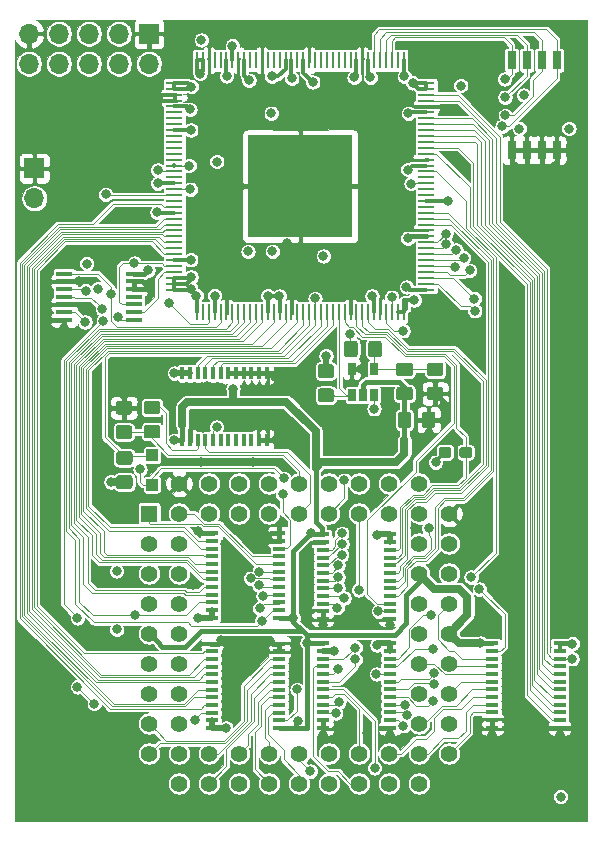
<source format=gbr>
G04 #@! TF.GenerationSoftware,KiCad,Pcbnew,(5.1.5)-3*
G04 #@! TF.CreationDate,2020-06-09T16:57:13+01:00*
G04 #@! TF.ProjectId,ElectronULA,456c6563-7472-46f6-9e55-4c412e6b6963,rev?*
G04 #@! TF.SameCoordinates,Original*
G04 #@! TF.FileFunction,Copper,L1,Top*
G04 #@! TF.FilePolarity,Positive*
%FSLAX46Y46*%
G04 Gerber Fmt 4.6, Leading zero omitted, Abs format (unit mm)*
G04 Created by KiCad (PCBNEW (5.1.5)-3) date 2020-06-09 16:57:13*
%MOMM*%
%LPD*%
G04 APERTURE LIST*
%ADD10R,1.450000X0.450000*%
%ADD11R,0.760000X1.600000*%
%ADD12O,1.700000X1.700000*%
%ADD13R,1.700000X1.700000*%
%ADD14C,0.150000*%
%ADD15R,8.930000X8.700000*%
%ADD16R,0.280000X1.470000*%
%ADD17R,1.470000X0.280000*%
%ADD18R,1.100000X0.400000*%
%ADD19R,1.000000X1.000000*%
%ADD20C,1.422400*%
%ADD21R,1.422400X1.422400*%
%ADD22R,0.650000X1.060000*%
%ADD23R,0.400000X1.100000*%
%ADD24C,0.800000*%
%ADD25C,0.500000*%
%ADD26C,0.400000*%
%ADD27C,0.700000*%
%ADD28C,0.102000*%
%ADD29C,0.300000*%
%ADD30C,0.100000*%
G04 APERTURE END LIST*
D10*
X140049040Y-78034600D03*
X140049040Y-78684600D03*
X140049040Y-79334600D03*
X140049040Y-79984600D03*
X140049040Y-80634600D03*
X140049040Y-81284600D03*
X140049040Y-81934600D03*
X134149040Y-81934600D03*
X134149040Y-81284600D03*
X134149040Y-80634600D03*
X134149040Y-79984600D03*
X134149040Y-79334600D03*
X134149040Y-78684600D03*
X134149040Y-78034600D03*
D11*
X175844200Y-67574160D03*
X172034200Y-59954160D03*
X174574200Y-67574160D03*
X173304200Y-59954160D03*
X173304200Y-67574160D03*
X174574200Y-59954160D03*
X172034200Y-67574160D03*
X175844200Y-59954160D03*
D12*
X131620260Y-71653400D03*
D13*
X131620260Y-69113400D03*
G04 #@! TA.AperFunction,SMDPad,CuDef*
D14*
G36*
X166699859Y-92680644D02*
G01*
X166722914Y-92684063D01*
X166745523Y-92689727D01*
X166767467Y-92697579D01*
X166788537Y-92707544D01*
X166808528Y-92719526D01*
X166827248Y-92733410D01*
X166844518Y-92749062D01*
X166860170Y-92766332D01*
X166874054Y-92785052D01*
X166886036Y-92805043D01*
X166896001Y-92826113D01*
X166903853Y-92848057D01*
X166909517Y-92870666D01*
X166912936Y-92893721D01*
X166914080Y-92917000D01*
X166914080Y-93392000D01*
X166912936Y-93415279D01*
X166909517Y-93438334D01*
X166903853Y-93460943D01*
X166896001Y-93482887D01*
X166886036Y-93503957D01*
X166874054Y-93523948D01*
X166860170Y-93542668D01*
X166844518Y-93559938D01*
X166827248Y-93575590D01*
X166808528Y-93589474D01*
X166788537Y-93601456D01*
X166767467Y-93611421D01*
X166745523Y-93619273D01*
X166722914Y-93624937D01*
X166699859Y-93628356D01*
X166676580Y-93629500D01*
X166101580Y-93629500D01*
X166078301Y-93628356D01*
X166055246Y-93624937D01*
X166032637Y-93619273D01*
X166010693Y-93611421D01*
X165989623Y-93601456D01*
X165969632Y-93589474D01*
X165950912Y-93575590D01*
X165933642Y-93559938D01*
X165917990Y-93542668D01*
X165904106Y-93523948D01*
X165892124Y-93503957D01*
X165882159Y-93482887D01*
X165874307Y-93460943D01*
X165868643Y-93438334D01*
X165865224Y-93415279D01*
X165864080Y-93392000D01*
X165864080Y-92917000D01*
X165865224Y-92893721D01*
X165868643Y-92870666D01*
X165874307Y-92848057D01*
X165882159Y-92826113D01*
X165892124Y-92805043D01*
X165904106Y-92785052D01*
X165917990Y-92766332D01*
X165933642Y-92749062D01*
X165950912Y-92733410D01*
X165969632Y-92719526D01*
X165989623Y-92707544D01*
X166010693Y-92697579D01*
X166032637Y-92689727D01*
X166055246Y-92684063D01*
X166078301Y-92680644D01*
X166101580Y-92679500D01*
X166676580Y-92679500D01*
X166699859Y-92680644D01*
G37*
G04 #@! TD.AperFunction*
G04 #@! TA.AperFunction,SMDPad,CuDef*
G36*
X168449859Y-92680644D02*
G01*
X168472914Y-92684063D01*
X168495523Y-92689727D01*
X168517467Y-92697579D01*
X168538537Y-92707544D01*
X168558528Y-92719526D01*
X168577248Y-92733410D01*
X168594518Y-92749062D01*
X168610170Y-92766332D01*
X168624054Y-92785052D01*
X168636036Y-92805043D01*
X168646001Y-92826113D01*
X168653853Y-92848057D01*
X168659517Y-92870666D01*
X168662936Y-92893721D01*
X168664080Y-92917000D01*
X168664080Y-93392000D01*
X168662936Y-93415279D01*
X168659517Y-93438334D01*
X168653853Y-93460943D01*
X168646001Y-93482887D01*
X168636036Y-93503957D01*
X168624054Y-93523948D01*
X168610170Y-93542668D01*
X168594518Y-93559938D01*
X168577248Y-93575590D01*
X168558528Y-93589474D01*
X168538537Y-93601456D01*
X168517467Y-93611421D01*
X168495523Y-93619273D01*
X168472914Y-93624937D01*
X168449859Y-93628356D01*
X168426580Y-93629500D01*
X167851580Y-93629500D01*
X167828301Y-93628356D01*
X167805246Y-93624937D01*
X167782637Y-93619273D01*
X167760693Y-93611421D01*
X167739623Y-93601456D01*
X167719632Y-93589474D01*
X167700912Y-93575590D01*
X167683642Y-93559938D01*
X167667990Y-93542668D01*
X167654106Y-93523948D01*
X167642124Y-93503957D01*
X167632159Y-93482887D01*
X167624307Y-93460943D01*
X167618643Y-93438334D01*
X167615224Y-93415279D01*
X167614080Y-93392000D01*
X167614080Y-92917000D01*
X167615224Y-92893721D01*
X167618643Y-92870666D01*
X167624307Y-92848057D01*
X167632159Y-92826113D01*
X167642124Y-92805043D01*
X167654106Y-92785052D01*
X167667990Y-92766332D01*
X167683642Y-92749062D01*
X167700912Y-92733410D01*
X167719632Y-92719526D01*
X167739623Y-92707544D01*
X167760693Y-92697579D01*
X167782637Y-92689727D01*
X167805246Y-92684063D01*
X167828301Y-92680644D01*
X167851580Y-92679500D01*
X168426580Y-92679500D01*
X168449859Y-92680644D01*
G37*
G04 #@! TD.AperFunction*
D12*
X131165600Y-60251340D03*
X131165600Y-57711340D03*
X133705600Y-60251340D03*
X133705600Y-57711340D03*
X136245600Y-60251340D03*
X136245600Y-57711340D03*
X138785600Y-60251340D03*
X138785600Y-57711340D03*
X141325600Y-60251340D03*
D13*
X141325600Y-57711340D03*
G04 #@! TA.AperFunction,SMDPad,CuDef*
D14*
G36*
X160811705Y-83702204D02*
G01*
X160835973Y-83705804D01*
X160859772Y-83711765D01*
X160882871Y-83720030D01*
X160905050Y-83730520D01*
X160926093Y-83743132D01*
X160945799Y-83757747D01*
X160963977Y-83774223D01*
X160980453Y-83792401D01*
X160995068Y-83812107D01*
X161007680Y-83833150D01*
X161018170Y-83855329D01*
X161026435Y-83878428D01*
X161032396Y-83902227D01*
X161035996Y-83926495D01*
X161037200Y-83950999D01*
X161037200Y-84851001D01*
X161035996Y-84875505D01*
X161032396Y-84899773D01*
X161026435Y-84923572D01*
X161018170Y-84946671D01*
X161007680Y-84968850D01*
X160995068Y-84989893D01*
X160980453Y-85009599D01*
X160963977Y-85027777D01*
X160945799Y-85044253D01*
X160926093Y-85058868D01*
X160905050Y-85071480D01*
X160882871Y-85081970D01*
X160859772Y-85090235D01*
X160835973Y-85096196D01*
X160811705Y-85099796D01*
X160787201Y-85101000D01*
X160137199Y-85101000D01*
X160112695Y-85099796D01*
X160088427Y-85096196D01*
X160064628Y-85090235D01*
X160041529Y-85081970D01*
X160019350Y-85071480D01*
X159998307Y-85058868D01*
X159978601Y-85044253D01*
X159960423Y-85027777D01*
X159943947Y-85009599D01*
X159929332Y-84989893D01*
X159916720Y-84968850D01*
X159906230Y-84946671D01*
X159897965Y-84923572D01*
X159892004Y-84899773D01*
X159888404Y-84875505D01*
X159887200Y-84851001D01*
X159887200Y-83950999D01*
X159888404Y-83926495D01*
X159892004Y-83902227D01*
X159897965Y-83878428D01*
X159906230Y-83855329D01*
X159916720Y-83833150D01*
X159929332Y-83812107D01*
X159943947Y-83792401D01*
X159960423Y-83774223D01*
X159978601Y-83757747D01*
X159998307Y-83743132D01*
X160019350Y-83730520D01*
X160041529Y-83720030D01*
X160064628Y-83711765D01*
X160088427Y-83705804D01*
X160112695Y-83702204D01*
X160137199Y-83701000D01*
X160787201Y-83701000D01*
X160811705Y-83702204D01*
G37*
G04 #@! TD.AperFunction*
G04 #@! TA.AperFunction,SMDPad,CuDef*
G36*
X158761705Y-83702204D02*
G01*
X158785973Y-83705804D01*
X158809772Y-83711765D01*
X158832871Y-83720030D01*
X158855050Y-83730520D01*
X158876093Y-83743132D01*
X158895799Y-83757747D01*
X158913977Y-83774223D01*
X158930453Y-83792401D01*
X158945068Y-83812107D01*
X158957680Y-83833150D01*
X158968170Y-83855329D01*
X158976435Y-83878428D01*
X158982396Y-83902227D01*
X158985996Y-83926495D01*
X158987200Y-83950999D01*
X158987200Y-84851001D01*
X158985996Y-84875505D01*
X158982396Y-84899773D01*
X158976435Y-84923572D01*
X158968170Y-84946671D01*
X158957680Y-84968850D01*
X158945068Y-84989893D01*
X158930453Y-85009599D01*
X158913977Y-85027777D01*
X158895799Y-85044253D01*
X158876093Y-85058868D01*
X158855050Y-85071480D01*
X158832871Y-85081970D01*
X158809772Y-85090235D01*
X158785973Y-85096196D01*
X158761705Y-85099796D01*
X158737201Y-85101000D01*
X158087199Y-85101000D01*
X158062695Y-85099796D01*
X158038427Y-85096196D01*
X158014628Y-85090235D01*
X157991529Y-85081970D01*
X157969350Y-85071480D01*
X157948307Y-85058868D01*
X157928601Y-85044253D01*
X157910423Y-85027777D01*
X157893947Y-85009599D01*
X157879332Y-84989893D01*
X157866720Y-84968850D01*
X157856230Y-84946671D01*
X157847965Y-84923572D01*
X157842004Y-84899773D01*
X157838404Y-84875505D01*
X157837200Y-84851001D01*
X157837200Y-83950999D01*
X157838404Y-83926495D01*
X157842004Y-83902227D01*
X157847965Y-83878428D01*
X157856230Y-83855329D01*
X157866720Y-83833150D01*
X157879332Y-83812107D01*
X157893947Y-83792401D01*
X157910423Y-83774223D01*
X157928601Y-83757747D01*
X157948307Y-83743132D01*
X157969350Y-83730520D01*
X157991529Y-83720030D01*
X158014628Y-83711765D01*
X158038427Y-83705804D01*
X158062695Y-83702204D01*
X158087199Y-83701000D01*
X158737201Y-83701000D01*
X158761705Y-83702204D01*
G37*
G04 #@! TD.AperFunction*
D15*
X154137200Y-70621000D03*
D16*
X145387200Y-59951000D03*
X145887200Y-59951000D03*
X146387200Y-59951000D03*
X146887200Y-59951000D03*
X147387200Y-59951000D03*
X147887200Y-59951000D03*
X148387200Y-59951000D03*
X148887200Y-59951000D03*
X149387200Y-59951000D03*
X149887200Y-59951000D03*
X150387200Y-59951000D03*
X150887200Y-59951000D03*
X151387200Y-59951000D03*
X151887200Y-59951000D03*
X152387200Y-59951000D03*
X152887200Y-59951000D03*
X153387200Y-59951000D03*
X153887200Y-59951000D03*
X154387200Y-59951000D03*
X154887200Y-59951000D03*
X155387200Y-59951000D03*
X155887200Y-59951000D03*
X156387200Y-59951000D03*
X156887200Y-59951000D03*
X157387200Y-59951000D03*
X157887200Y-59951000D03*
X158387200Y-59951000D03*
X158887200Y-59951000D03*
X159387200Y-59951000D03*
X159887200Y-59951000D03*
X160387200Y-59951000D03*
X160887200Y-59951000D03*
X161387200Y-59951000D03*
X161887200Y-59951000D03*
X162387200Y-59951000D03*
X162887200Y-59951000D03*
D17*
X164807200Y-61871000D03*
X164807200Y-62371000D03*
X164807200Y-62871000D03*
X164807200Y-63371000D03*
X164807200Y-63871000D03*
X164807200Y-64371000D03*
X164807200Y-64871000D03*
X164807200Y-65371000D03*
X164807200Y-65871000D03*
X164807200Y-66371000D03*
X164807200Y-66871000D03*
X164807200Y-67371000D03*
X164807200Y-67871000D03*
X164807200Y-68371000D03*
X164807200Y-68871000D03*
X164807200Y-69371000D03*
X164807200Y-69871000D03*
X164807200Y-70371000D03*
X164807200Y-70871000D03*
X164807200Y-71371000D03*
X164807200Y-71871000D03*
X164807200Y-72371000D03*
X164807200Y-72871000D03*
X164807200Y-73371000D03*
X164807200Y-73871000D03*
X164807200Y-74371000D03*
X164807200Y-74871000D03*
X164807200Y-75371000D03*
X164807200Y-75871000D03*
X164807200Y-76371000D03*
X164807200Y-76871000D03*
X164807200Y-77371000D03*
X164807200Y-77871000D03*
X164807200Y-78371000D03*
X164807200Y-78871000D03*
X164807200Y-79371000D03*
D16*
X162887200Y-81291000D03*
X162387200Y-81291000D03*
X161887200Y-81291000D03*
X161387200Y-81291000D03*
X160887200Y-81291000D03*
X160387200Y-81291000D03*
X159887200Y-81291000D03*
X159387200Y-81291000D03*
X158887200Y-81291000D03*
X158387200Y-81291000D03*
X157887200Y-81291000D03*
X157387200Y-81291000D03*
X156887200Y-81291000D03*
X156387200Y-81291000D03*
X155887200Y-81291000D03*
X155387200Y-81291000D03*
X154887200Y-81291000D03*
X154387200Y-81291000D03*
X153887200Y-81291000D03*
X153387200Y-81291000D03*
X152887200Y-81291000D03*
X152387200Y-81291000D03*
X151887200Y-81291000D03*
X151387200Y-81291000D03*
X150887200Y-81291000D03*
X150387200Y-81291000D03*
X149887200Y-81291000D03*
X149387200Y-81291000D03*
X148887200Y-81291000D03*
X148387200Y-81291000D03*
X147887200Y-81291000D03*
X147387200Y-81291000D03*
X146887200Y-81291000D03*
X146387200Y-81291000D03*
X145887200Y-81291000D03*
X145387200Y-81291000D03*
D17*
X143467200Y-79371000D03*
X143467200Y-78871000D03*
X143467200Y-78371000D03*
X143467200Y-77871000D03*
X143467200Y-77371000D03*
X143467200Y-76871000D03*
X143467200Y-76371000D03*
X143467200Y-75871000D03*
X143467200Y-75371000D03*
X143467200Y-74871000D03*
X143467200Y-74371000D03*
X143467200Y-73871000D03*
X143467200Y-73371000D03*
X143467200Y-72871000D03*
X143467200Y-72371000D03*
X143467200Y-71871000D03*
X143467200Y-71371000D03*
X143467200Y-70871000D03*
X143467200Y-70371000D03*
X143467200Y-69871000D03*
X143467200Y-69371000D03*
X143467200Y-68871000D03*
X143467200Y-68371000D03*
X143467200Y-67871000D03*
X143467200Y-67371000D03*
X143467200Y-66871000D03*
X143467200Y-66371000D03*
X143467200Y-65871000D03*
X143467200Y-65371000D03*
X143467200Y-64871000D03*
X143467200Y-64371000D03*
X143467200Y-63871000D03*
X143467200Y-63371000D03*
X143467200Y-62871000D03*
X143467200Y-62371000D03*
X143467200Y-61871000D03*
D18*
X176092720Y-109328220D03*
X176092720Y-109978220D03*
X176092720Y-110628220D03*
X176092720Y-111278220D03*
X176092720Y-111928220D03*
X176092720Y-112578220D03*
X176092720Y-113228220D03*
X176092720Y-113878220D03*
X176092720Y-114528220D03*
X176092720Y-115178220D03*
X176092720Y-115828220D03*
X176092720Y-116478220D03*
X170392720Y-116478220D03*
X170392720Y-115828220D03*
X170392720Y-115178220D03*
X170392720Y-114528220D03*
X170392720Y-113878220D03*
X170392720Y-113228220D03*
X170392720Y-112578220D03*
X170392720Y-111928220D03*
X170392720Y-111278220D03*
X170392720Y-110628220D03*
X170392720Y-109978220D03*
X170392720Y-109328220D03*
G04 #@! TA.AperFunction,SMDPad,CuDef*
D14*
G36*
X139707145Y-95096684D02*
G01*
X139731413Y-95100284D01*
X139755212Y-95106245D01*
X139778311Y-95114510D01*
X139800490Y-95125000D01*
X139821533Y-95137612D01*
X139841239Y-95152227D01*
X139859417Y-95168703D01*
X139875893Y-95186881D01*
X139890508Y-95206587D01*
X139903120Y-95227630D01*
X139913610Y-95249809D01*
X139921875Y-95272908D01*
X139927836Y-95296707D01*
X139931436Y-95320975D01*
X139932640Y-95345479D01*
X139932640Y-95995481D01*
X139931436Y-96019985D01*
X139927836Y-96044253D01*
X139921875Y-96068052D01*
X139913610Y-96091151D01*
X139903120Y-96113330D01*
X139890508Y-96134373D01*
X139875893Y-96154079D01*
X139859417Y-96172257D01*
X139841239Y-96188733D01*
X139821533Y-96203348D01*
X139800490Y-96215960D01*
X139778311Y-96226450D01*
X139755212Y-96234715D01*
X139731413Y-96240676D01*
X139707145Y-96244276D01*
X139682641Y-96245480D01*
X138782639Y-96245480D01*
X138758135Y-96244276D01*
X138733867Y-96240676D01*
X138710068Y-96234715D01*
X138686969Y-96226450D01*
X138664790Y-96215960D01*
X138643747Y-96203348D01*
X138624041Y-96188733D01*
X138605863Y-96172257D01*
X138589387Y-96154079D01*
X138574772Y-96134373D01*
X138562160Y-96113330D01*
X138551670Y-96091151D01*
X138543405Y-96068052D01*
X138537444Y-96044253D01*
X138533844Y-96019985D01*
X138532640Y-95995481D01*
X138532640Y-95345479D01*
X138533844Y-95320975D01*
X138537444Y-95296707D01*
X138543405Y-95272908D01*
X138551670Y-95249809D01*
X138562160Y-95227630D01*
X138574772Y-95206587D01*
X138589387Y-95186881D01*
X138605863Y-95168703D01*
X138624041Y-95152227D01*
X138643747Y-95137612D01*
X138664790Y-95125000D01*
X138686969Y-95114510D01*
X138710068Y-95106245D01*
X138733867Y-95100284D01*
X138758135Y-95096684D01*
X138782639Y-95095480D01*
X139682641Y-95095480D01*
X139707145Y-95096684D01*
G37*
G04 #@! TD.AperFunction*
G04 #@! TA.AperFunction,SMDPad,CuDef*
G36*
X139707145Y-93046684D02*
G01*
X139731413Y-93050284D01*
X139755212Y-93056245D01*
X139778311Y-93064510D01*
X139800490Y-93075000D01*
X139821533Y-93087612D01*
X139841239Y-93102227D01*
X139859417Y-93118703D01*
X139875893Y-93136881D01*
X139890508Y-93156587D01*
X139903120Y-93177630D01*
X139913610Y-93199809D01*
X139921875Y-93222908D01*
X139927836Y-93246707D01*
X139931436Y-93270975D01*
X139932640Y-93295479D01*
X139932640Y-93945481D01*
X139931436Y-93969985D01*
X139927836Y-93994253D01*
X139921875Y-94018052D01*
X139913610Y-94041151D01*
X139903120Y-94063330D01*
X139890508Y-94084373D01*
X139875893Y-94104079D01*
X139859417Y-94122257D01*
X139841239Y-94138733D01*
X139821533Y-94153348D01*
X139800490Y-94165960D01*
X139778311Y-94176450D01*
X139755212Y-94184715D01*
X139731413Y-94190676D01*
X139707145Y-94194276D01*
X139682641Y-94195480D01*
X138782639Y-94195480D01*
X138758135Y-94194276D01*
X138733867Y-94190676D01*
X138710068Y-94184715D01*
X138686969Y-94176450D01*
X138664790Y-94165960D01*
X138643747Y-94153348D01*
X138624041Y-94138733D01*
X138605863Y-94122257D01*
X138589387Y-94104079D01*
X138574772Y-94084373D01*
X138562160Y-94063330D01*
X138551670Y-94041151D01*
X138543405Y-94018052D01*
X138537444Y-93994253D01*
X138533844Y-93969985D01*
X138532640Y-93945481D01*
X138532640Y-93295479D01*
X138533844Y-93270975D01*
X138537444Y-93246707D01*
X138543405Y-93222908D01*
X138551670Y-93199809D01*
X138562160Y-93177630D01*
X138574772Y-93156587D01*
X138589387Y-93136881D01*
X138605863Y-93118703D01*
X138624041Y-93102227D01*
X138643747Y-93087612D01*
X138664790Y-93075000D01*
X138686969Y-93064510D01*
X138710068Y-93056245D01*
X138733867Y-93050284D01*
X138758135Y-93046684D01*
X138782639Y-93045480D01*
X139682641Y-93045480D01*
X139707145Y-93046684D01*
G37*
G04 #@! TD.AperFunction*
D19*
X141576920Y-93391720D03*
X141576920Y-95891720D03*
D20*
X166738300Y-98336100D03*
X166738300Y-100876100D03*
X166738300Y-103416100D03*
X166738300Y-105956100D03*
X166738300Y-108496100D03*
X166738300Y-111036100D03*
X166738300Y-113576100D03*
X166738300Y-116116100D03*
X164198300Y-95796100D03*
X164198300Y-100876100D03*
X164198300Y-103416100D03*
X164198300Y-105956100D03*
X164198300Y-108496100D03*
X164198300Y-111036100D03*
X164198300Y-113576100D03*
X164198300Y-116116100D03*
X164198300Y-118656100D03*
X164198300Y-121196100D03*
X161658300Y-121196100D03*
X159118300Y-121196100D03*
X156578300Y-121196100D03*
X154038300Y-121196100D03*
X151498300Y-121196100D03*
X148958300Y-121196100D03*
X146418300Y-121196100D03*
X143878300Y-121196100D03*
X166738300Y-118656100D03*
X161658300Y-118656100D03*
X159118300Y-118656100D03*
X156578300Y-118656100D03*
X154038300Y-118656100D03*
X151498300Y-118656100D03*
X148958300Y-118656100D03*
X146418300Y-118656100D03*
X143878300Y-118656100D03*
X141338300Y-118656100D03*
X141338300Y-116116100D03*
X141338300Y-113576100D03*
X141338300Y-111036100D03*
X141338300Y-108496100D03*
X141338300Y-105956100D03*
X141338300Y-103416100D03*
X141338300Y-100876100D03*
D21*
X141338300Y-98336100D03*
D20*
X143878300Y-116116100D03*
X143878300Y-113576100D03*
X143878300Y-111036100D03*
X143878300Y-108496100D03*
X143878300Y-105956100D03*
X143878300Y-103416100D03*
X143878300Y-100876100D03*
X143878300Y-98336100D03*
X161658300Y-95796100D03*
X159118300Y-95796100D03*
X156578300Y-95796100D03*
X143878300Y-95796100D03*
X146418300Y-95796100D03*
X148958300Y-95796100D03*
X151498300Y-95796100D03*
X154038300Y-95796100D03*
X164198300Y-98336100D03*
X161658300Y-98336100D03*
X159118300Y-98336100D03*
X156578300Y-98336100D03*
X146418300Y-98336100D03*
X148958300Y-98336100D03*
X151498300Y-98336100D03*
X154038300Y-98336100D03*
D22*
X158477200Y-86091000D03*
X160377200Y-86091000D03*
X160377200Y-88291000D03*
X159427200Y-88291000D03*
X158477200Y-88291000D03*
D23*
X144148860Y-86441160D03*
X144798860Y-86441160D03*
X145448860Y-86441160D03*
X146098860Y-86441160D03*
X146748860Y-86441160D03*
X147398860Y-86441160D03*
X148048860Y-86441160D03*
X148698860Y-86441160D03*
X149348860Y-86441160D03*
X149998860Y-86441160D03*
X150648860Y-86441160D03*
X151298860Y-86441160D03*
X151298860Y-92141160D03*
X150648860Y-92141160D03*
X149998860Y-92141160D03*
X149348860Y-92141160D03*
X148698860Y-92141160D03*
X148048860Y-92141160D03*
X147398860Y-92141160D03*
X146748860Y-92141160D03*
X146098860Y-92141160D03*
X145448860Y-92141160D03*
X144798860Y-92141160D03*
X144148860Y-92141160D03*
D18*
X161727000Y-100107800D03*
X161727000Y-100757800D03*
X161727000Y-101407800D03*
X161727000Y-102057800D03*
X161727000Y-102707800D03*
X161727000Y-103357800D03*
X161727000Y-104007800D03*
X161727000Y-104657800D03*
X161727000Y-105307800D03*
X161727000Y-105957800D03*
X161727000Y-106607800D03*
X161727000Y-107257800D03*
X156027000Y-107257800D03*
X156027000Y-106607800D03*
X156027000Y-105957800D03*
X156027000Y-105307800D03*
X156027000Y-104657800D03*
X156027000Y-104007800D03*
X156027000Y-103357800D03*
X156027000Y-102707800D03*
X156027000Y-102057800D03*
X156027000Y-101407800D03*
X156027000Y-100757800D03*
X156027000Y-100107800D03*
X161727000Y-109328000D03*
X161727000Y-109978000D03*
X161727000Y-110628000D03*
X161727000Y-111278000D03*
X161727000Y-111928000D03*
X161727000Y-112578000D03*
X161727000Y-113228000D03*
X161727000Y-113878000D03*
X161727000Y-114528000D03*
X161727000Y-115178000D03*
X161727000Y-115828000D03*
X161727000Y-116478000D03*
X156027000Y-116478000D03*
X156027000Y-115828000D03*
X156027000Y-115178000D03*
X156027000Y-114528000D03*
X156027000Y-113878000D03*
X156027000Y-113228000D03*
X156027000Y-112578000D03*
X156027000Y-111928000D03*
X156027000Y-111278000D03*
X156027000Y-110628000D03*
X156027000Y-109978000D03*
X156027000Y-109328000D03*
X146641700Y-107156200D03*
X146641700Y-106506200D03*
X146641700Y-105856200D03*
X146641700Y-105206200D03*
X146641700Y-104556200D03*
X146641700Y-103906200D03*
X146641700Y-103256200D03*
X146641700Y-102606200D03*
X146641700Y-101956200D03*
X146641700Y-101306200D03*
X146641700Y-100656200D03*
X146641700Y-100006200D03*
X152341700Y-100006200D03*
X152341700Y-100656200D03*
X152341700Y-101306200D03*
X152341700Y-101956200D03*
X152341700Y-102606200D03*
X152341700Y-103256200D03*
X152341700Y-103906200D03*
X152341700Y-104556200D03*
X152341700Y-105206200D03*
X152341700Y-105856200D03*
X152341700Y-106506200D03*
X152341700Y-107156200D03*
X146667100Y-116503400D03*
X146667100Y-115853400D03*
X146667100Y-115203400D03*
X146667100Y-114553400D03*
X146667100Y-113903400D03*
X146667100Y-113253400D03*
X146667100Y-112603400D03*
X146667100Y-111953400D03*
X146667100Y-111303400D03*
X146667100Y-110653400D03*
X146667100Y-110003400D03*
X146667100Y-109353400D03*
X152367100Y-109353400D03*
X152367100Y-110003400D03*
X152367100Y-110653400D03*
X152367100Y-111303400D03*
X152367100Y-111953400D03*
X152367100Y-112603400D03*
X152367100Y-113253400D03*
X152367100Y-113903400D03*
X152367100Y-114553400D03*
X152367100Y-115203400D03*
X152367100Y-115853400D03*
X152367100Y-116503400D03*
G04 #@! TA.AperFunction,SMDPad,CuDef*
D14*
G36*
X156771705Y-85697204D02*
G01*
X156795973Y-85700804D01*
X156819772Y-85706765D01*
X156842871Y-85715030D01*
X156865050Y-85725520D01*
X156886093Y-85738132D01*
X156905799Y-85752747D01*
X156923977Y-85769223D01*
X156940453Y-85787401D01*
X156955068Y-85807107D01*
X156967680Y-85828150D01*
X156978170Y-85850329D01*
X156986435Y-85873428D01*
X156992396Y-85897227D01*
X156995996Y-85921495D01*
X156997200Y-85945999D01*
X156997200Y-86596001D01*
X156995996Y-86620505D01*
X156992396Y-86644773D01*
X156986435Y-86668572D01*
X156978170Y-86691671D01*
X156967680Y-86713850D01*
X156955068Y-86734893D01*
X156940453Y-86754599D01*
X156923977Y-86772777D01*
X156905799Y-86789253D01*
X156886093Y-86803868D01*
X156865050Y-86816480D01*
X156842871Y-86826970D01*
X156819772Y-86835235D01*
X156795973Y-86841196D01*
X156771705Y-86844796D01*
X156747201Y-86846000D01*
X155847199Y-86846000D01*
X155822695Y-86844796D01*
X155798427Y-86841196D01*
X155774628Y-86835235D01*
X155751529Y-86826970D01*
X155729350Y-86816480D01*
X155708307Y-86803868D01*
X155688601Y-86789253D01*
X155670423Y-86772777D01*
X155653947Y-86754599D01*
X155639332Y-86734893D01*
X155626720Y-86713850D01*
X155616230Y-86691671D01*
X155607965Y-86668572D01*
X155602004Y-86644773D01*
X155598404Y-86620505D01*
X155597200Y-86596001D01*
X155597200Y-85945999D01*
X155598404Y-85921495D01*
X155602004Y-85897227D01*
X155607965Y-85873428D01*
X155616230Y-85850329D01*
X155626720Y-85828150D01*
X155639332Y-85807107D01*
X155653947Y-85787401D01*
X155670423Y-85769223D01*
X155688601Y-85752747D01*
X155708307Y-85738132D01*
X155729350Y-85725520D01*
X155751529Y-85715030D01*
X155774628Y-85706765D01*
X155798427Y-85700804D01*
X155822695Y-85697204D01*
X155847199Y-85696000D01*
X156747201Y-85696000D01*
X156771705Y-85697204D01*
G37*
G04 #@! TD.AperFunction*
G04 #@! TA.AperFunction,SMDPad,CuDef*
G36*
X156771705Y-87747204D02*
G01*
X156795973Y-87750804D01*
X156819772Y-87756765D01*
X156842871Y-87765030D01*
X156865050Y-87775520D01*
X156886093Y-87788132D01*
X156905799Y-87802747D01*
X156923977Y-87819223D01*
X156940453Y-87837401D01*
X156955068Y-87857107D01*
X156967680Y-87878150D01*
X156978170Y-87900329D01*
X156986435Y-87923428D01*
X156992396Y-87947227D01*
X156995996Y-87971495D01*
X156997200Y-87995999D01*
X156997200Y-88646001D01*
X156995996Y-88670505D01*
X156992396Y-88694773D01*
X156986435Y-88718572D01*
X156978170Y-88741671D01*
X156967680Y-88763850D01*
X156955068Y-88784893D01*
X156940453Y-88804599D01*
X156923977Y-88822777D01*
X156905799Y-88839253D01*
X156886093Y-88853868D01*
X156865050Y-88866480D01*
X156842871Y-88876970D01*
X156819772Y-88885235D01*
X156795973Y-88891196D01*
X156771705Y-88894796D01*
X156747201Y-88896000D01*
X155847199Y-88896000D01*
X155822695Y-88894796D01*
X155798427Y-88891196D01*
X155774628Y-88885235D01*
X155751529Y-88876970D01*
X155729350Y-88866480D01*
X155708307Y-88853868D01*
X155688601Y-88839253D01*
X155670423Y-88822777D01*
X155653947Y-88804599D01*
X155639332Y-88784893D01*
X155626720Y-88763850D01*
X155616230Y-88741671D01*
X155607965Y-88718572D01*
X155602004Y-88694773D01*
X155598404Y-88670505D01*
X155597200Y-88646001D01*
X155597200Y-87995999D01*
X155598404Y-87971495D01*
X155602004Y-87947227D01*
X155607965Y-87923428D01*
X155616230Y-87900329D01*
X155626720Y-87878150D01*
X155639332Y-87857107D01*
X155653947Y-87837401D01*
X155670423Y-87819223D01*
X155688601Y-87802747D01*
X155708307Y-87788132D01*
X155729350Y-87775520D01*
X155751529Y-87765030D01*
X155774628Y-87756765D01*
X155798427Y-87750804D01*
X155822695Y-87747204D01*
X155847199Y-87746000D01*
X156747201Y-87746000D01*
X156771705Y-87747204D01*
G37*
G04 #@! TD.AperFunction*
G04 #@! TA.AperFunction,SMDPad,CuDef*
G36*
X163431705Y-87607204D02*
G01*
X163455973Y-87610804D01*
X163479772Y-87616765D01*
X163502871Y-87625030D01*
X163525050Y-87635520D01*
X163546093Y-87648132D01*
X163565799Y-87662747D01*
X163583977Y-87679223D01*
X163600453Y-87697401D01*
X163615068Y-87717107D01*
X163627680Y-87738150D01*
X163638170Y-87760329D01*
X163646435Y-87783428D01*
X163652396Y-87807227D01*
X163655996Y-87831495D01*
X163657200Y-87855999D01*
X163657200Y-88506001D01*
X163655996Y-88530505D01*
X163652396Y-88554773D01*
X163646435Y-88578572D01*
X163638170Y-88601671D01*
X163627680Y-88623850D01*
X163615068Y-88644893D01*
X163600453Y-88664599D01*
X163583977Y-88682777D01*
X163565799Y-88699253D01*
X163546093Y-88713868D01*
X163525050Y-88726480D01*
X163502871Y-88736970D01*
X163479772Y-88745235D01*
X163455973Y-88751196D01*
X163431705Y-88754796D01*
X163407201Y-88756000D01*
X162507199Y-88756000D01*
X162482695Y-88754796D01*
X162458427Y-88751196D01*
X162434628Y-88745235D01*
X162411529Y-88736970D01*
X162389350Y-88726480D01*
X162368307Y-88713868D01*
X162348601Y-88699253D01*
X162330423Y-88682777D01*
X162313947Y-88664599D01*
X162299332Y-88644893D01*
X162286720Y-88623850D01*
X162276230Y-88601671D01*
X162267965Y-88578572D01*
X162262004Y-88554773D01*
X162258404Y-88530505D01*
X162257200Y-88506001D01*
X162257200Y-87855999D01*
X162258404Y-87831495D01*
X162262004Y-87807227D01*
X162267965Y-87783428D01*
X162276230Y-87760329D01*
X162286720Y-87738150D01*
X162299332Y-87717107D01*
X162313947Y-87697401D01*
X162330423Y-87679223D01*
X162348601Y-87662747D01*
X162368307Y-87648132D01*
X162389350Y-87635520D01*
X162411529Y-87625030D01*
X162434628Y-87616765D01*
X162458427Y-87610804D01*
X162482695Y-87607204D01*
X162507199Y-87606000D01*
X163407201Y-87606000D01*
X163431705Y-87607204D01*
G37*
G04 #@! TD.AperFunction*
G04 #@! TA.AperFunction,SMDPad,CuDef*
G36*
X163431705Y-85557204D02*
G01*
X163455973Y-85560804D01*
X163479772Y-85566765D01*
X163502871Y-85575030D01*
X163525050Y-85585520D01*
X163546093Y-85598132D01*
X163565799Y-85612747D01*
X163583977Y-85629223D01*
X163600453Y-85647401D01*
X163615068Y-85667107D01*
X163627680Y-85688150D01*
X163638170Y-85710329D01*
X163646435Y-85733428D01*
X163652396Y-85757227D01*
X163655996Y-85781495D01*
X163657200Y-85805999D01*
X163657200Y-86456001D01*
X163655996Y-86480505D01*
X163652396Y-86504773D01*
X163646435Y-86528572D01*
X163638170Y-86551671D01*
X163627680Y-86573850D01*
X163615068Y-86594893D01*
X163600453Y-86614599D01*
X163583977Y-86632777D01*
X163565799Y-86649253D01*
X163546093Y-86663868D01*
X163525050Y-86676480D01*
X163502871Y-86686970D01*
X163479772Y-86695235D01*
X163455973Y-86701196D01*
X163431705Y-86704796D01*
X163407201Y-86706000D01*
X162507199Y-86706000D01*
X162482695Y-86704796D01*
X162458427Y-86701196D01*
X162434628Y-86695235D01*
X162411529Y-86686970D01*
X162389350Y-86676480D01*
X162368307Y-86663868D01*
X162348601Y-86649253D01*
X162330423Y-86632777D01*
X162313947Y-86614599D01*
X162299332Y-86594893D01*
X162286720Y-86573850D01*
X162276230Y-86551671D01*
X162267965Y-86528572D01*
X162262004Y-86504773D01*
X162258404Y-86480505D01*
X162257200Y-86456001D01*
X162257200Y-85805999D01*
X162258404Y-85781495D01*
X162262004Y-85757227D01*
X162267965Y-85733428D01*
X162276230Y-85710329D01*
X162286720Y-85688150D01*
X162299332Y-85667107D01*
X162313947Y-85647401D01*
X162330423Y-85629223D01*
X162348601Y-85612747D01*
X162368307Y-85598132D01*
X162389350Y-85585520D01*
X162411529Y-85575030D01*
X162434628Y-85566765D01*
X162458427Y-85560804D01*
X162482695Y-85557204D01*
X162507199Y-85556000D01*
X163407201Y-85556000D01*
X163431705Y-85557204D01*
G37*
G04 #@! TD.AperFunction*
G04 #@! TA.AperFunction,SMDPad,CuDef*
G36*
X166031705Y-85552204D02*
G01*
X166055973Y-85555804D01*
X166079772Y-85561765D01*
X166102871Y-85570030D01*
X166125050Y-85580520D01*
X166146093Y-85593132D01*
X166165799Y-85607747D01*
X166183977Y-85624223D01*
X166200453Y-85642401D01*
X166215068Y-85662107D01*
X166227680Y-85683150D01*
X166238170Y-85705329D01*
X166246435Y-85728428D01*
X166252396Y-85752227D01*
X166255996Y-85776495D01*
X166257200Y-85800999D01*
X166257200Y-86451001D01*
X166255996Y-86475505D01*
X166252396Y-86499773D01*
X166246435Y-86523572D01*
X166238170Y-86546671D01*
X166227680Y-86568850D01*
X166215068Y-86589893D01*
X166200453Y-86609599D01*
X166183977Y-86627777D01*
X166165799Y-86644253D01*
X166146093Y-86658868D01*
X166125050Y-86671480D01*
X166102871Y-86681970D01*
X166079772Y-86690235D01*
X166055973Y-86696196D01*
X166031705Y-86699796D01*
X166007201Y-86701000D01*
X165107199Y-86701000D01*
X165082695Y-86699796D01*
X165058427Y-86696196D01*
X165034628Y-86690235D01*
X165011529Y-86681970D01*
X164989350Y-86671480D01*
X164968307Y-86658868D01*
X164948601Y-86644253D01*
X164930423Y-86627777D01*
X164913947Y-86609599D01*
X164899332Y-86589893D01*
X164886720Y-86568850D01*
X164876230Y-86546671D01*
X164867965Y-86523572D01*
X164862004Y-86499773D01*
X164858404Y-86475505D01*
X164857200Y-86451001D01*
X164857200Y-85800999D01*
X164858404Y-85776495D01*
X164862004Y-85752227D01*
X164867965Y-85728428D01*
X164876230Y-85705329D01*
X164886720Y-85683150D01*
X164899332Y-85662107D01*
X164913947Y-85642401D01*
X164930423Y-85624223D01*
X164948601Y-85607747D01*
X164968307Y-85593132D01*
X164989350Y-85580520D01*
X165011529Y-85570030D01*
X165034628Y-85561765D01*
X165058427Y-85555804D01*
X165082695Y-85552204D01*
X165107199Y-85551000D01*
X166007201Y-85551000D01*
X166031705Y-85552204D01*
G37*
G04 #@! TD.AperFunction*
G04 #@! TA.AperFunction,SMDPad,CuDef*
G36*
X166031705Y-87602204D02*
G01*
X166055973Y-87605804D01*
X166079772Y-87611765D01*
X166102871Y-87620030D01*
X166125050Y-87630520D01*
X166146093Y-87643132D01*
X166165799Y-87657747D01*
X166183977Y-87674223D01*
X166200453Y-87692401D01*
X166215068Y-87712107D01*
X166227680Y-87733150D01*
X166238170Y-87755329D01*
X166246435Y-87778428D01*
X166252396Y-87802227D01*
X166255996Y-87826495D01*
X166257200Y-87850999D01*
X166257200Y-88501001D01*
X166255996Y-88525505D01*
X166252396Y-88549773D01*
X166246435Y-88573572D01*
X166238170Y-88596671D01*
X166227680Y-88618850D01*
X166215068Y-88639893D01*
X166200453Y-88659599D01*
X166183977Y-88677777D01*
X166165799Y-88694253D01*
X166146093Y-88708868D01*
X166125050Y-88721480D01*
X166102871Y-88731970D01*
X166079772Y-88740235D01*
X166055973Y-88746196D01*
X166031705Y-88749796D01*
X166007201Y-88751000D01*
X165107199Y-88751000D01*
X165082695Y-88749796D01*
X165058427Y-88746196D01*
X165034628Y-88740235D01*
X165011529Y-88731970D01*
X164989350Y-88721480D01*
X164968307Y-88708868D01*
X164948601Y-88694253D01*
X164930423Y-88677777D01*
X164913947Y-88659599D01*
X164899332Y-88639893D01*
X164886720Y-88618850D01*
X164876230Y-88596671D01*
X164867965Y-88573572D01*
X164862004Y-88549773D01*
X164858404Y-88525505D01*
X164857200Y-88501001D01*
X164857200Y-87850999D01*
X164858404Y-87826495D01*
X164862004Y-87802227D01*
X164867965Y-87778428D01*
X164876230Y-87755329D01*
X164886720Y-87733150D01*
X164899332Y-87712107D01*
X164913947Y-87692401D01*
X164930423Y-87674223D01*
X164948601Y-87657747D01*
X164968307Y-87643132D01*
X164989350Y-87630520D01*
X165011529Y-87620030D01*
X165034628Y-87611765D01*
X165058427Y-87605804D01*
X165082695Y-87602204D01*
X165107199Y-87601000D01*
X166007201Y-87601000D01*
X166031705Y-87602204D01*
G37*
G04 #@! TD.AperFunction*
G04 #@! TA.AperFunction,SMDPad,CuDef*
G36*
X163306705Y-89702204D02*
G01*
X163330973Y-89705804D01*
X163354772Y-89711765D01*
X163377871Y-89720030D01*
X163400050Y-89730520D01*
X163421093Y-89743132D01*
X163440799Y-89757747D01*
X163458977Y-89774223D01*
X163475453Y-89792401D01*
X163490068Y-89812107D01*
X163502680Y-89833150D01*
X163513170Y-89855329D01*
X163521435Y-89878428D01*
X163527396Y-89902227D01*
X163530996Y-89926495D01*
X163532200Y-89950999D01*
X163532200Y-90851001D01*
X163530996Y-90875505D01*
X163527396Y-90899773D01*
X163521435Y-90923572D01*
X163513170Y-90946671D01*
X163502680Y-90968850D01*
X163490068Y-90989893D01*
X163475453Y-91009599D01*
X163458977Y-91027777D01*
X163440799Y-91044253D01*
X163421093Y-91058868D01*
X163400050Y-91071480D01*
X163377871Y-91081970D01*
X163354772Y-91090235D01*
X163330973Y-91096196D01*
X163306705Y-91099796D01*
X163282201Y-91101000D01*
X162632199Y-91101000D01*
X162607695Y-91099796D01*
X162583427Y-91096196D01*
X162559628Y-91090235D01*
X162536529Y-91081970D01*
X162514350Y-91071480D01*
X162493307Y-91058868D01*
X162473601Y-91044253D01*
X162455423Y-91027777D01*
X162438947Y-91009599D01*
X162424332Y-90989893D01*
X162411720Y-90968850D01*
X162401230Y-90946671D01*
X162392965Y-90923572D01*
X162387004Y-90899773D01*
X162383404Y-90875505D01*
X162382200Y-90851001D01*
X162382200Y-89950999D01*
X162383404Y-89926495D01*
X162387004Y-89902227D01*
X162392965Y-89878428D01*
X162401230Y-89855329D01*
X162411720Y-89833150D01*
X162424332Y-89812107D01*
X162438947Y-89792401D01*
X162455423Y-89774223D01*
X162473601Y-89757747D01*
X162493307Y-89743132D01*
X162514350Y-89730520D01*
X162536529Y-89720030D01*
X162559628Y-89711765D01*
X162583427Y-89705804D01*
X162607695Y-89702204D01*
X162632199Y-89701000D01*
X163282201Y-89701000D01*
X163306705Y-89702204D01*
G37*
G04 #@! TD.AperFunction*
G04 #@! TA.AperFunction,SMDPad,CuDef*
G36*
X165356705Y-89702204D02*
G01*
X165380973Y-89705804D01*
X165404772Y-89711765D01*
X165427871Y-89720030D01*
X165450050Y-89730520D01*
X165471093Y-89743132D01*
X165490799Y-89757747D01*
X165508977Y-89774223D01*
X165525453Y-89792401D01*
X165540068Y-89812107D01*
X165552680Y-89833150D01*
X165563170Y-89855329D01*
X165571435Y-89878428D01*
X165577396Y-89902227D01*
X165580996Y-89926495D01*
X165582200Y-89950999D01*
X165582200Y-90851001D01*
X165580996Y-90875505D01*
X165577396Y-90899773D01*
X165571435Y-90923572D01*
X165563170Y-90946671D01*
X165552680Y-90968850D01*
X165540068Y-90989893D01*
X165525453Y-91009599D01*
X165508977Y-91027777D01*
X165490799Y-91044253D01*
X165471093Y-91058868D01*
X165450050Y-91071480D01*
X165427871Y-91081970D01*
X165404772Y-91090235D01*
X165380973Y-91096196D01*
X165356705Y-91099796D01*
X165332201Y-91101000D01*
X164682199Y-91101000D01*
X164657695Y-91099796D01*
X164633427Y-91096196D01*
X164609628Y-91090235D01*
X164586529Y-91081970D01*
X164564350Y-91071480D01*
X164543307Y-91058868D01*
X164523601Y-91044253D01*
X164505423Y-91027777D01*
X164488947Y-91009599D01*
X164474332Y-90989893D01*
X164461720Y-90968850D01*
X164451230Y-90946671D01*
X164442965Y-90923572D01*
X164437004Y-90899773D01*
X164433404Y-90875505D01*
X164432200Y-90851001D01*
X164432200Y-89950999D01*
X164433404Y-89926495D01*
X164437004Y-89902227D01*
X164442965Y-89878428D01*
X164451230Y-89855329D01*
X164461720Y-89833150D01*
X164474332Y-89812107D01*
X164488947Y-89792401D01*
X164505423Y-89774223D01*
X164523601Y-89757747D01*
X164543307Y-89743132D01*
X164564350Y-89730520D01*
X164586529Y-89720030D01*
X164609628Y-89711765D01*
X164633427Y-89705804D01*
X164657695Y-89702204D01*
X164682199Y-89701000D01*
X165332201Y-89701000D01*
X165356705Y-89702204D01*
G37*
G04 #@! TD.AperFunction*
G04 #@! TA.AperFunction,SMDPad,CuDef*
G36*
X142051425Y-90827924D02*
G01*
X142075693Y-90831524D01*
X142099492Y-90837485D01*
X142122591Y-90845750D01*
X142144770Y-90856240D01*
X142165813Y-90868852D01*
X142185519Y-90883467D01*
X142203697Y-90899943D01*
X142220173Y-90918121D01*
X142234788Y-90937827D01*
X142247400Y-90958870D01*
X142257890Y-90981049D01*
X142266155Y-91004148D01*
X142272116Y-91027947D01*
X142275716Y-91052215D01*
X142276920Y-91076719D01*
X142276920Y-91726721D01*
X142275716Y-91751225D01*
X142272116Y-91775493D01*
X142266155Y-91799292D01*
X142257890Y-91822391D01*
X142247400Y-91844570D01*
X142234788Y-91865613D01*
X142220173Y-91885319D01*
X142203697Y-91903497D01*
X142185519Y-91919973D01*
X142165813Y-91934588D01*
X142144770Y-91947200D01*
X142122591Y-91957690D01*
X142099492Y-91965955D01*
X142075693Y-91971916D01*
X142051425Y-91975516D01*
X142026921Y-91976720D01*
X141126919Y-91976720D01*
X141102415Y-91975516D01*
X141078147Y-91971916D01*
X141054348Y-91965955D01*
X141031249Y-91957690D01*
X141009070Y-91947200D01*
X140988027Y-91934588D01*
X140968321Y-91919973D01*
X140950143Y-91903497D01*
X140933667Y-91885319D01*
X140919052Y-91865613D01*
X140906440Y-91844570D01*
X140895950Y-91822391D01*
X140887685Y-91799292D01*
X140881724Y-91775493D01*
X140878124Y-91751225D01*
X140876920Y-91726721D01*
X140876920Y-91076719D01*
X140878124Y-91052215D01*
X140881724Y-91027947D01*
X140887685Y-91004148D01*
X140895950Y-90981049D01*
X140906440Y-90958870D01*
X140919052Y-90937827D01*
X140933667Y-90918121D01*
X140950143Y-90899943D01*
X140968321Y-90883467D01*
X140988027Y-90868852D01*
X141009070Y-90856240D01*
X141031249Y-90845750D01*
X141054348Y-90837485D01*
X141078147Y-90831524D01*
X141102415Y-90827924D01*
X141126919Y-90826720D01*
X142026921Y-90826720D01*
X142051425Y-90827924D01*
G37*
G04 #@! TD.AperFunction*
G04 #@! TA.AperFunction,SMDPad,CuDef*
G36*
X142051425Y-88777924D02*
G01*
X142075693Y-88781524D01*
X142099492Y-88787485D01*
X142122591Y-88795750D01*
X142144770Y-88806240D01*
X142165813Y-88818852D01*
X142185519Y-88833467D01*
X142203697Y-88849943D01*
X142220173Y-88868121D01*
X142234788Y-88887827D01*
X142247400Y-88908870D01*
X142257890Y-88931049D01*
X142266155Y-88954148D01*
X142272116Y-88977947D01*
X142275716Y-89002215D01*
X142276920Y-89026719D01*
X142276920Y-89676721D01*
X142275716Y-89701225D01*
X142272116Y-89725493D01*
X142266155Y-89749292D01*
X142257890Y-89772391D01*
X142247400Y-89794570D01*
X142234788Y-89815613D01*
X142220173Y-89835319D01*
X142203697Y-89853497D01*
X142185519Y-89869973D01*
X142165813Y-89884588D01*
X142144770Y-89897200D01*
X142122591Y-89907690D01*
X142099492Y-89915955D01*
X142075693Y-89921916D01*
X142051425Y-89925516D01*
X142026921Y-89926720D01*
X141126919Y-89926720D01*
X141102415Y-89925516D01*
X141078147Y-89921916D01*
X141054348Y-89915955D01*
X141031249Y-89907690D01*
X141009070Y-89897200D01*
X140988027Y-89884588D01*
X140968321Y-89869973D01*
X140950143Y-89853497D01*
X140933667Y-89835319D01*
X140919052Y-89815613D01*
X140906440Y-89794570D01*
X140895950Y-89772391D01*
X140887685Y-89749292D01*
X140881724Y-89725493D01*
X140878124Y-89701225D01*
X140876920Y-89676721D01*
X140876920Y-89026719D01*
X140878124Y-89002215D01*
X140881724Y-88977947D01*
X140887685Y-88954148D01*
X140895950Y-88931049D01*
X140906440Y-88908870D01*
X140919052Y-88887827D01*
X140933667Y-88868121D01*
X140950143Y-88849943D01*
X140968321Y-88833467D01*
X140988027Y-88818852D01*
X141009070Y-88806240D01*
X141031249Y-88795750D01*
X141054348Y-88787485D01*
X141078147Y-88781524D01*
X141102415Y-88777924D01*
X141126919Y-88776720D01*
X142026921Y-88776720D01*
X142051425Y-88777924D01*
G37*
G04 #@! TD.AperFunction*
G04 #@! TA.AperFunction,SMDPad,CuDef*
G36*
X139675905Y-88805404D02*
G01*
X139700173Y-88809004D01*
X139723972Y-88814965D01*
X139747071Y-88823230D01*
X139769250Y-88833720D01*
X139790293Y-88846332D01*
X139809999Y-88860947D01*
X139828177Y-88877423D01*
X139844653Y-88895601D01*
X139859268Y-88915307D01*
X139871880Y-88936350D01*
X139882370Y-88958529D01*
X139890635Y-88981628D01*
X139896596Y-89005427D01*
X139900196Y-89029695D01*
X139901400Y-89054199D01*
X139901400Y-89704201D01*
X139900196Y-89728705D01*
X139896596Y-89752973D01*
X139890635Y-89776772D01*
X139882370Y-89799871D01*
X139871880Y-89822050D01*
X139859268Y-89843093D01*
X139844653Y-89862799D01*
X139828177Y-89880977D01*
X139809999Y-89897453D01*
X139790293Y-89912068D01*
X139769250Y-89924680D01*
X139747071Y-89935170D01*
X139723972Y-89943435D01*
X139700173Y-89949396D01*
X139675905Y-89952996D01*
X139651401Y-89954200D01*
X138751399Y-89954200D01*
X138726895Y-89952996D01*
X138702627Y-89949396D01*
X138678828Y-89943435D01*
X138655729Y-89935170D01*
X138633550Y-89924680D01*
X138612507Y-89912068D01*
X138592801Y-89897453D01*
X138574623Y-89880977D01*
X138558147Y-89862799D01*
X138543532Y-89843093D01*
X138530920Y-89822050D01*
X138520430Y-89799871D01*
X138512165Y-89776772D01*
X138506204Y-89752973D01*
X138502604Y-89728705D01*
X138501400Y-89704201D01*
X138501400Y-89054199D01*
X138502604Y-89029695D01*
X138506204Y-89005427D01*
X138512165Y-88981628D01*
X138520430Y-88958529D01*
X138530920Y-88936350D01*
X138543532Y-88915307D01*
X138558147Y-88895601D01*
X138574623Y-88877423D01*
X138592801Y-88860947D01*
X138612507Y-88846332D01*
X138633550Y-88833720D01*
X138655729Y-88823230D01*
X138678828Y-88814965D01*
X138702627Y-88809004D01*
X138726895Y-88805404D01*
X138751399Y-88804200D01*
X139651401Y-88804200D01*
X139675905Y-88805404D01*
G37*
G04 #@! TD.AperFunction*
G04 #@! TA.AperFunction,SMDPad,CuDef*
G36*
X139675905Y-90855404D02*
G01*
X139700173Y-90859004D01*
X139723972Y-90864965D01*
X139747071Y-90873230D01*
X139769250Y-90883720D01*
X139790293Y-90896332D01*
X139809999Y-90910947D01*
X139828177Y-90927423D01*
X139844653Y-90945601D01*
X139859268Y-90965307D01*
X139871880Y-90986350D01*
X139882370Y-91008529D01*
X139890635Y-91031628D01*
X139896596Y-91055427D01*
X139900196Y-91079695D01*
X139901400Y-91104199D01*
X139901400Y-91754201D01*
X139900196Y-91778705D01*
X139896596Y-91802973D01*
X139890635Y-91826772D01*
X139882370Y-91849871D01*
X139871880Y-91872050D01*
X139859268Y-91893093D01*
X139844653Y-91912799D01*
X139828177Y-91930977D01*
X139809999Y-91947453D01*
X139790293Y-91962068D01*
X139769250Y-91974680D01*
X139747071Y-91985170D01*
X139723972Y-91993435D01*
X139700173Y-91999396D01*
X139675905Y-92002996D01*
X139651401Y-92004200D01*
X138751399Y-92004200D01*
X138726895Y-92002996D01*
X138702627Y-91999396D01*
X138678828Y-91993435D01*
X138655729Y-91985170D01*
X138633550Y-91974680D01*
X138612507Y-91962068D01*
X138592801Y-91947453D01*
X138574623Y-91930977D01*
X138558147Y-91912799D01*
X138543532Y-91893093D01*
X138530920Y-91872050D01*
X138520430Y-91849871D01*
X138512165Y-91826772D01*
X138506204Y-91802973D01*
X138502604Y-91778705D01*
X138501400Y-91754201D01*
X138501400Y-91104199D01*
X138502604Y-91079695D01*
X138506204Y-91055427D01*
X138512165Y-91031628D01*
X138520430Y-91008529D01*
X138530920Y-90986350D01*
X138543532Y-90965307D01*
X138558147Y-90945601D01*
X138574623Y-90927423D01*
X138592801Y-90910947D01*
X138612507Y-90896332D01*
X138633550Y-90883720D01*
X138655729Y-90873230D01*
X138678828Y-90864965D01*
X138702627Y-90859004D01*
X138726895Y-90855404D01*
X138751399Y-90854200D01*
X139651401Y-90854200D01*
X139675905Y-90855404D01*
G37*
G04 #@! TD.AperFunction*
D24*
X153547200Y-107201000D03*
X143467200Y-92147560D03*
X153927200Y-115911000D03*
X154717199Y-109280999D03*
X169374820Y-109308900D03*
X155036520Y-99989640D03*
X148440140Y-87751920D03*
X141237200Y-77731000D03*
X156317200Y-84981000D03*
X147827198Y-116501000D03*
X160607200Y-100131000D03*
X156976190Y-109980062D03*
X160640397Y-109472038D03*
X143477200Y-86447560D03*
X144807200Y-64121000D03*
X144907200Y-62181000D03*
X145637200Y-61081000D03*
X158697200Y-61411000D03*
X160077200Y-61411000D03*
X163637200Y-61871000D03*
X177170080Y-109352078D03*
X151777700Y-76133960D03*
X149715220Y-76149200D03*
X151673560Y-64439800D03*
X153418540Y-61493400D03*
X144866360Y-65859660D03*
X144861280Y-76852780D03*
X144871440Y-78300580D03*
X144861280Y-79331820D03*
X145336260Y-79888080D03*
X146883120Y-79888082D03*
X152366980Y-79918560D03*
X151384000Y-79903320D03*
X160200340Y-79931260D03*
X163121340Y-79154020D03*
X163774120Y-80261460D03*
X163240720Y-75031600D03*
X163238180Y-69207380D03*
X163291520Y-64449960D03*
X147888960Y-61292738D03*
X145760440Y-58234580D03*
X172679360Y-65743590D03*
X176875440Y-65743590D03*
X138099800Y-95651320D03*
X145467198Y-107141510D03*
X142007221Y-72822913D03*
X138595100Y-108150660D03*
X176169320Y-122306080D03*
X165597840Y-93987620D03*
X156088080Y-76540360D03*
X138582400Y-103197660D03*
X167726360Y-62097920D03*
X173045120Y-62895480D03*
X162942210Y-61331000D03*
X136997440Y-79298800D03*
X136047480Y-77170280D03*
X147068540Y-68531740D03*
X163812220Y-99593400D03*
X132044440Y-111376460D03*
X162935920Y-119992140D03*
X160136840Y-114005360D03*
X158473140Y-116243100D03*
X157518100Y-107675680D03*
X148667200Y-111311000D03*
X147847200Y-104371000D03*
X147797200Y-100941000D03*
X154609800Y-103230680D03*
X147707200Y-97021000D03*
X147687200Y-95281000D03*
X150167340Y-93939360D03*
X145740120Y-93949520D03*
X138724640Y-97449640D03*
X160427200Y-97021000D03*
X156705300Y-91445080D03*
X152054560Y-92143580D03*
X166557960Y-94996000D03*
X161378900Y-123151900D03*
X167040560Y-122311160D03*
X139280900Y-123329700D03*
X136550400Y-120703340D03*
X147794980Y-65887600D03*
X158249620Y-65079880D03*
X160926780Y-63545720D03*
X162026600Y-71887080D03*
X161394140Y-79082900D03*
X160182560Y-76563220D03*
X158437580Y-79649320D03*
X146730720Y-77386180D03*
X148625560Y-70050660D03*
X149766020Y-89964260D03*
X146232880Y-87536020D03*
X154040840Y-87337900D03*
X153456640Y-72506840D03*
X152593040Y-72506840D03*
X149522180Y-78214220D03*
X153035000Y-75412600D03*
X176093120Y-117083840D03*
X161734500Y-117081300D03*
X156016960Y-117081300D03*
X156034740Y-107756960D03*
X161737040Y-107774740D03*
X147431760Y-109077760D03*
X151538940Y-109100620D03*
X151356060Y-100284280D03*
X151980900Y-86743540D03*
X162905440Y-73820020D03*
X163121340Y-67978020D03*
X159397700Y-58506360D03*
X150893780Y-58366660D03*
X146857720Y-63533020D03*
X159717740Y-75023980D03*
X162641280Y-76593700D03*
X176890680Y-73720960D03*
X176870360Y-70078600D03*
X175922940Y-64015620D03*
X147393660Y-71887080D03*
X164993320Y-91506040D03*
X159245300Y-86085680D03*
X154637740Y-105394760D03*
X153852880Y-111970820D03*
X148691600Y-113847880D03*
X154193240Y-63599060D03*
X154172920Y-78386940D03*
X142105380Y-63159640D03*
X166263320Y-89123520D03*
X170373040Y-117088920D03*
X169844720Y-108049060D03*
X145079720Y-104358440D03*
X145505737Y-99781762D03*
X173616620Y-120505220D03*
X132054600Y-116410740D03*
X132717540Y-122047000D03*
X136217660Y-67302380D03*
X132654040Y-63741300D03*
X176844960Y-58425080D03*
X169184320Y-59563000D03*
X176890680Y-80741520D03*
X175935640Y-75534520D03*
X176847500Y-103642160D03*
X167886380Y-69024500D03*
X166745920Y-64122300D03*
X139194540Y-88290400D03*
X138653520Y-70396100D03*
X138686540Y-72859900D03*
X154894280Y-58364120D03*
X145896945Y-91087162D03*
X172217080Y-68920360D03*
X175696880Y-68889880D03*
X134147560Y-82621120D03*
X135364258Y-78682001D03*
X135925560Y-81005680D03*
X141217200Y-79011000D03*
X167253920Y-83416140D03*
X164175440Y-81536540D03*
X169141140Y-85054440D03*
X168851580Y-83342480D03*
X159783780Y-116911120D03*
X168450260Y-87442040D03*
X168419780Y-90406220D03*
X133057900Y-84287360D03*
X132963920Y-90426540D03*
X132920740Y-98511360D03*
X133271260Y-104559100D03*
X172699680Y-80799940D03*
X172653960Y-88755220D03*
X172671740Y-97472500D03*
X172653960Y-103786940D03*
X145211800Y-115811300D03*
X140154660Y-106936540D03*
X150630870Y-104396039D03*
X150651764Y-103260149D03*
X150860760Y-107440990D03*
X153847200Y-113231000D03*
X152638760Y-96718120D03*
X149938181Y-103815161D03*
X150693120Y-106370120D03*
X150975446Y-105295669D03*
X158793180Y-109687360D03*
X157280542Y-106296504D03*
X138734800Y-81711800D03*
X137462260Y-82011520D03*
X135270240Y-107177840D03*
X135270239Y-113007139D03*
X136687560Y-114427000D03*
X157289500Y-111480600D03*
X160418780Y-119867680D03*
X135915398Y-82113120D03*
X157408880Y-114269520D03*
X157139453Y-115211532D03*
X154983180Y-120144540D03*
X157336470Y-104630443D03*
X157336470Y-103726435D03*
X152757200Y-95361000D03*
X140566140Y-94589600D03*
X135961120Y-79480390D03*
X157639794Y-101822062D03*
X157646247Y-100014177D03*
X157830520Y-105478580D03*
X159066186Y-104796238D03*
X158803340Y-110688120D03*
X157857200Y-95521000D03*
X160377200Y-89461000D03*
X158347202Y-83161000D03*
X157337560Y-102682820D03*
X157653722Y-100918158D03*
X147047200Y-91017560D03*
X177149760Y-110629700D03*
X161881820Y-80025240D03*
X169298620Y-104736900D03*
X162849560Y-116306600D03*
X166476680Y-74640440D03*
X165379400Y-114207270D03*
X167960040Y-76667360D03*
X162966400Y-114528600D03*
X167304720Y-76037440D03*
X163169600Y-115432840D03*
X166502080Y-75544680D03*
X164990780Y-99580700D03*
X162829240Y-82862420D03*
X160751520Y-106606340D03*
X168602660Y-103720900D03*
X165481000Y-112801400D03*
X167248840Y-77426010D03*
X163512500Y-70393560D03*
X165361620Y-109809280D03*
X155379420Y-80124300D03*
X165465760Y-111876840D03*
X168473120Y-77749400D03*
X165163500Y-106916220D03*
X168902380Y-81170780D03*
X166658310Y-71887080D03*
X142062200Y-70370700D03*
X151719280Y-61328300D03*
X149778720Y-61644560D03*
X148380824Y-58731282D03*
X155188920Y-61802040D03*
X137657734Y-71315990D03*
X142067280Y-69258180D03*
X144830800Y-70881240D03*
X171226480Y-65552320D03*
X171485560Y-64632840D03*
X171475400Y-63088520D03*
X171434760Y-61554360D03*
X144729200Y-68874640D03*
X138137200Y-79761000D03*
X140097200Y-77131000D03*
X137377200Y-81031000D03*
X143037200Y-80501000D03*
X160583880Y-111922560D03*
X168866820Y-80147160D03*
D25*
X166814500Y-108572300D02*
X166738300Y-108496100D01*
D26*
X153476702Y-107162600D02*
X153549301Y-107090001D01*
X154708400Y-116509800D02*
X154717200Y-116501000D01*
X153549301Y-107162599D02*
X153549301Y-107090001D01*
X152412700Y-107162600D02*
X153549301Y-107162599D01*
X162957200Y-90401000D02*
X162957200Y-90151000D01*
X154717200Y-108651000D02*
X154717200Y-109281000D01*
X154717200Y-108651000D02*
X154337200Y-108271000D01*
X153549301Y-107483101D02*
X153549301Y-107090001D01*
X154337200Y-108271000D02*
X153549301Y-107483101D01*
X154717200Y-110091000D02*
X154717200Y-116501000D01*
X162957200Y-90401000D02*
X162957200Y-88181000D01*
X154717200Y-109281000D02*
X154764200Y-109328000D01*
X154764200Y-109328000D02*
X156027000Y-109328000D01*
X153756000Y-116082200D02*
X153927200Y-115911000D01*
X153756000Y-116509800D02*
X153756000Y-116082200D01*
X152438100Y-116509800D02*
X153756000Y-116509800D01*
X153756000Y-116509800D02*
X154708400Y-116509800D01*
X154717200Y-109281000D02*
X154717200Y-110091000D01*
X154717200Y-110091000D02*
X154717199Y-109846684D01*
X154717199Y-109846684D02*
X154717199Y-109280999D01*
X159407200Y-88371000D02*
X159427200Y-88391000D01*
X143473600Y-92141160D02*
X143467200Y-92147560D01*
X144148860Y-92141160D02*
X143473600Y-92141160D01*
X159707200Y-87171000D02*
X159427200Y-87451000D01*
X162957200Y-88181000D02*
X162957200Y-87606000D01*
X159427200Y-87451000D02*
X159427200Y-88291000D01*
X162522200Y-87171000D02*
X159707200Y-87171000D01*
X162957200Y-87606000D02*
X162522200Y-87171000D01*
X153549301Y-107090001D02*
X153549301Y-101476859D01*
X155077000Y-100107800D02*
X155036520Y-100067320D01*
X154636521Y-100389639D02*
X155036520Y-99989640D01*
X153549301Y-101476859D02*
X154636521Y-100389639D01*
X155036520Y-100067320D02*
X155036520Y-99989640D01*
X156027000Y-100107800D02*
X155077000Y-100107800D01*
D27*
X167551100Y-109308900D02*
X166738300Y-108496100D01*
X169374820Y-109308900D02*
X167551100Y-109308900D01*
X167561260Y-104693720D02*
X165475920Y-104693720D01*
X168290240Y-105422700D02*
X167561260Y-104693720D01*
X166738300Y-108496100D02*
X168290240Y-106944160D01*
X165475920Y-104693720D02*
X164198300Y-103416100D01*
X168290240Y-106944160D02*
X168290240Y-105422700D01*
D26*
X170373400Y-109308900D02*
X170392720Y-109328220D01*
X169374820Y-109308900D02*
X170373400Y-109308900D01*
D27*
X148440140Y-88879680D02*
X148440140Y-87751920D01*
X148440140Y-88879680D02*
X144879320Y-88879680D01*
D26*
X163087099Y-105237526D02*
X164198300Y-104126325D01*
X154717200Y-108651000D02*
X154767200Y-108601000D01*
X164198300Y-104126325D02*
X164198300Y-103416100D01*
X163087099Y-107629305D02*
X163087099Y-105237526D01*
X162115404Y-108601000D02*
X163087099Y-107629305D01*
X154767200Y-108601000D02*
X162115404Y-108601000D01*
X144411677Y-109607301D02*
X142449501Y-109607301D01*
X142049499Y-109207299D02*
X141338300Y-108496100D01*
X154337200Y-108271000D02*
X145747978Y-108271000D01*
X142449501Y-109607301D02*
X142049499Y-109207299D01*
X145747978Y-108271000D02*
X144411677Y-109607301D01*
D27*
X144879320Y-88879680D02*
X144566640Y-88879680D01*
X144566640Y-88879680D02*
X144152620Y-89293700D01*
X144152620Y-89293700D02*
X144152620Y-90845640D01*
D26*
X144148860Y-90849400D02*
X144152620Y-90845640D01*
X144148860Y-92141160D02*
X144148860Y-90849400D01*
X155956000Y-99523600D02*
X155467099Y-99034699D01*
X155956000Y-100101400D02*
X155956000Y-99523600D01*
X162957200Y-92094360D02*
X162957200Y-90401000D01*
X162956240Y-92095320D02*
X162957200Y-92094360D01*
D27*
X152055322Y-88879680D02*
X148440140Y-88879680D01*
X152951180Y-88879680D02*
X152055322Y-88879680D01*
X162956240Y-93258640D02*
X162232340Y-93982540D01*
X162956240Y-92095320D02*
X162956240Y-93258640D01*
X162232340Y-93982540D02*
X155922980Y-93982540D01*
X155442920Y-91371420D02*
X152951180Y-88879680D01*
X155922980Y-93982540D02*
X155442920Y-94462600D01*
X155442920Y-94462600D02*
X155442920Y-91371420D01*
D26*
X155467099Y-94486779D02*
X155442920Y-94462600D01*
X155467099Y-99034699D02*
X155467099Y-94486779D01*
X140933600Y-78034600D02*
X140049040Y-78034600D01*
X141237200Y-77731000D02*
X140933600Y-78034600D01*
D25*
X156317200Y-86251000D02*
X156317200Y-85016000D01*
X161727000Y-100757800D02*
X161727000Y-100107800D01*
X146641700Y-106506200D02*
X146641700Y-107156200D01*
X146667100Y-115853400D02*
X146667100Y-116503400D01*
X147824798Y-116503400D02*
X147827198Y-116501000D01*
X146667100Y-116503400D02*
X147824798Y-116503400D01*
X160630400Y-100107800D02*
X160607200Y-100131000D01*
X161727000Y-100107800D02*
X160630400Y-100107800D01*
X161727000Y-109978000D02*
X161727000Y-109328000D01*
X144798860Y-86441160D02*
X144148860Y-86441160D01*
D28*
X155987000Y-109951000D02*
X155956000Y-109982000D01*
D25*
X144145260Y-86437560D02*
X144148860Y-86441160D01*
X156974128Y-109978000D02*
X156976190Y-109980062D01*
X156027000Y-109978000D02*
X156974128Y-109978000D01*
X161727000Y-109328000D02*
X160677000Y-109328000D01*
X160640397Y-109364603D02*
X160640397Y-109472038D01*
X160677000Y-109328000D02*
X160640397Y-109364603D01*
X144148860Y-86441160D02*
X143483600Y-86441160D01*
X143483600Y-86441160D02*
X143477200Y-86447560D01*
D29*
X143467200Y-78871000D02*
X143467200Y-79371000D01*
X143467200Y-78371000D02*
X143467200Y-78871000D01*
X145387200Y-59951000D02*
X145887200Y-59951000D01*
X143467200Y-61871000D02*
X143467200Y-62371000D01*
X144557200Y-63871000D02*
X144807200Y-64121000D01*
X143467200Y-63871000D02*
X144557200Y-63871000D01*
X143467200Y-62371000D02*
X144717200Y-62371000D01*
X144717200Y-62371000D02*
X144907200Y-62181000D01*
X145387200Y-60986000D02*
X145482200Y-61081000D01*
X145482200Y-61081000D02*
X145637200Y-61081000D01*
X145387200Y-59951000D02*
X145387200Y-60986000D01*
X145887200Y-60831000D02*
X145637200Y-61081000D01*
X145887200Y-59951000D02*
X145887200Y-60831000D01*
X144597200Y-61871000D02*
X144907200Y-62181000D01*
X143467200Y-61871000D02*
X144597200Y-61871000D01*
X158887200Y-59951000D02*
X158887200Y-61163992D01*
X158887200Y-61163992D02*
X158894862Y-61171654D01*
X159887200Y-59951000D02*
X159887200Y-61165152D01*
X159887200Y-61165152D02*
X159890528Y-61168480D01*
X164807200Y-61871000D02*
X163637200Y-61871000D01*
X164807200Y-62371000D02*
X164807200Y-61871000D01*
X164137200Y-62371000D02*
X163637200Y-61871000D01*
X164807200Y-62371000D02*
X164137200Y-62371000D01*
X162387200Y-81291000D02*
X162887200Y-81291000D01*
D26*
X176092720Y-109328220D02*
X177146222Y-109328220D01*
X177146222Y-109328220D02*
X177170080Y-109352078D01*
D29*
X176092720Y-109328220D02*
X176092720Y-109978220D01*
X142333040Y-72871000D02*
X142303500Y-72900540D01*
X153387200Y-59951000D02*
X153387200Y-61462060D01*
X153387200Y-61462060D02*
X153418540Y-61493400D01*
X143467200Y-65871000D02*
X144855020Y-65871000D01*
X144855020Y-65871000D02*
X144866360Y-65859660D01*
X143467200Y-76871000D02*
X144843060Y-76871000D01*
X144843060Y-76871000D02*
X144861280Y-76852780D01*
X143467200Y-78371000D02*
X144801020Y-78371000D01*
X143467200Y-78871000D02*
X144502200Y-78871000D01*
X144801020Y-78371000D02*
X144871440Y-78300580D01*
X144871440Y-78501760D02*
X144871440Y-78300580D01*
X144502200Y-78871000D02*
X144871440Y-78501760D01*
X144461281Y-78911919D02*
X144461281Y-78931821D01*
X144461281Y-78931821D02*
X144861280Y-79331820D01*
X143467200Y-79371000D02*
X144822100Y-79371000D01*
X144502200Y-78871000D02*
X144461281Y-78911919D01*
X144822100Y-79371000D02*
X144861280Y-79331820D01*
X145387200Y-81291000D02*
X145387200Y-79939020D01*
X145387200Y-79939020D02*
X145336260Y-79888080D01*
X146887200Y-81291000D02*
X146887200Y-79892162D01*
X146887200Y-79892162D02*
X146883120Y-79888082D01*
X152387200Y-81291000D02*
X152387200Y-79938780D01*
X152387200Y-79938780D02*
X152366980Y-79918560D01*
X151399240Y-79918560D02*
X151384000Y-79903320D01*
X151387200Y-79906520D02*
X151384000Y-79903320D01*
X152366980Y-79918560D02*
X151399240Y-79918560D01*
X151387200Y-81291000D02*
X151387200Y-79906520D01*
X160387200Y-81291000D02*
X160387200Y-80118120D01*
X160387200Y-80118120D02*
X160200340Y-79931260D01*
X162889360Y-80253840D02*
X163101755Y-80253840D01*
X162887200Y-81291000D02*
X162887200Y-80256000D01*
X162887200Y-80256000D02*
X162889360Y-80253840D01*
X164807200Y-79371000D02*
X163338320Y-79371000D01*
X163338320Y-79371000D02*
X163121340Y-79154020D01*
X163101755Y-80253840D02*
X163109375Y-80261460D01*
X163208435Y-80261460D02*
X163774120Y-80261460D01*
X163109375Y-80261460D02*
X163208435Y-80261460D01*
X163574560Y-68871000D02*
X163238180Y-69207380D01*
X164807200Y-68871000D02*
X163574560Y-68871000D01*
X163370480Y-64371000D02*
X163291520Y-64449960D01*
X164807200Y-64371000D02*
X163370480Y-64371000D01*
X147887200Y-59951000D02*
X147887200Y-61290978D01*
X147887200Y-61290978D02*
X147888960Y-61292738D01*
D27*
X139232640Y-95670480D02*
X138118960Y-95670480D01*
X138118960Y-95670480D02*
X138099800Y-95651320D01*
D25*
X145481888Y-107156200D02*
X145467198Y-107141510D01*
X146641700Y-107156200D02*
X145481888Y-107156200D01*
D29*
X142055308Y-72871000D02*
X142007221Y-72822913D01*
X143467200Y-72871000D02*
X142055308Y-72871000D01*
X166395400Y-93139260D02*
X165616860Y-93917800D01*
X162887200Y-59951000D02*
X162887200Y-61275990D01*
X162887200Y-61275990D02*
X162942210Y-61331000D01*
X162387200Y-81291000D02*
X162827200Y-81291000D01*
X163101755Y-81016445D02*
X163101755Y-80253840D01*
X162827200Y-81291000D02*
X163101755Y-81016445D01*
D26*
X163401320Y-74871000D02*
X163240720Y-75031600D01*
X164807200Y-74871000D02*
X163401320Y-74871000D01*
D28*
X152438100Y-109347000D02*
X152438100Y-110007400D01*
X155956000Y-116484400D02*
X155956000Y-115824000D01*
X156027000Y-100757800D02*
X155677000Y-100757800D01*
D26*
X176092720Y-116478220D02*
X176092720Y-117083440D01*
X176092720Y-117083440D02*
X176093120Y-117083840D01*
X156027000Y-115828000D02*
X156027000Y-116478000D01*
X161727000Y-116478000D02*
X161727000Y-117073800D01*
X161727000Y-117073800D02*
X161734500Y-117081300D01*
X156027000Y-116478000D02*
X156027000Y-117071260D01*
X156027000Y-117071260D02*
X156016960Y-117081300D01*
X156027000Y-107257800D02*
X156027000Y-107749220D01*
X156027000Y-107749220D02*
X156034740Y-107756960D01*
X161727000Y-107764700D02*
X161737040Y-107774740D01*
X161727000Y-107257800D02*
X161727000Y-107764700D01*
X156027000Y-107257800D02*
X156027000Y-106607800D01*
X146667100Y-109353400D02*
X147156120Y-109353400D01*
X147156120Y-109353400D02*
X147431760Y-109077760D01*
X152367100Y-110003400D02*
X152367100Y-109353400D01*
X152367100Y-109353400D02*
X151791720Y-109353400D01*
X151791720Y-109353400D02*
X151538940Y-109100620D01*
X152341700Y-100656200D02*
X152341700Y-100006200D01*
X152341700Y-100006200D02*
X151634140Y-100006200D01*
X151634140Y-100006200D02*
X151356060Y-100284280D01*
X151727980Y-100656200D02*
X151356060Y-100284280D01*
X152341700Y-100656200D02*
X151727980Y-100656200D01*
X152052140Y-92141160D02*
X152054560Y-92143580D01*
X151298860Y-92141160D02*
X152052140Y-92141160D01*
X151298860Y-86441160D02*
X151678520Y-86441160D01*
X151678520Y-86441160D02*
X151980900Y-86743540D01*
X151298860Y-92141160D02*
X150648860Y-92141160D01*
X165007200Y-90401000D02*
X165007200Y-91492160D01*
X165007200Y-91492160D02*
X164993320Y-91506040D01*
X159239980Y-86091000D02*
X159245300Y-86085680D01*
X158477200Y-86091000D02*
X159239980Y-86091000D01*
D29*
X142316740Y-63371000D02*
X142105380Y-63159640D01*
X143467200Y-63371000D02*
X142316740Y-63371000D01*
X142394020Y-62871000D02*
X142105380Y-63159640D01*
X143467200Y-62871000D02*
X142394020Y-62871000D01*
D26*
X165580160Y-88198960D02*
X165857200Y-88198960D01*
X165557200Y-88176000D02*
X165580160Y-88198960D01*
X170392720Y-115828220D02*
X170392720Y-116478220D01*
X170392720Y-116478220D02*
X170392720Y-117069240D01*
X170392720Y-117069240D02*
X170373040Y-117088920D01*
X145505737Y-99820237D02*
X145505737Y-99781762D01*
X145691700Y-100006200D02*
X145505737Y-99820237D01*
X146641700Y-100006200D02*
X145691700Y-100006200D01*
X139201400Y-89379200D02*
X139201400Y-88297260D01*
X139201400Y-88297260D02*
X139194540Y-88290400D01*
X172034200Y-67574160D02*
X172034200Y-68737480D01*
X172034200Y-68737480D02*
X172217080Y-68920360D01*
X175844200Y-67574160D02*
X175844200Y-68742560D01*
X175844200Y-68742560D02*
X175696880Y-68889880D01*
X175666400Y-68920360D02*
X175696880Y-68889880D01*
X174584360Y-68920360D02*
X174574200Y-68910200D01*
X174574200Y-68910200D02*
X174574200Y-67574160D01*
X174584360Y-68920360D02*
X175666400Y-68920360D01*
X173304200Y-68864480D02*
X173304200Y-67574160D01*
X173248320Y-68920360D02*
X173304200Y-68864480D01*
X172217080Y-68920360D02*
X173248320Y-68920360D01*
X173248320Y-68920360D02*
X174584360Y-68920360D01*
X134149040Y-81934600D02*
X134149040Y-82619640D01*
X134149040Y-82619640D02*
X134147560Y-82621120D01*
X134149040Y-78684600D02*
X135361659Y-78684600D01*
X135361659Y-78684600D02*
X135364258Y-78682001D01*
X135554480Y-80634600D02*
X135925560Y-81005680D01*
X134149040Y-80634600D02*
X135554480Y-80634600D01*
X140049040Y-78684600D02*
X140770800Y-78684600D01*
X140770800Y-78684600D02*
X141097200Y-79011000D01*
X141097200Y-79011000D02*
X141217200Y-79011000D01*
X140893600Y-79334600D02*
X141217200Y-79011000D01*
X140049040Y-79334600D02*
X140893600Y-79334600D01*
X166263320Y-88882120D02*
X165557200Y-88176000D01*
X166263320Y-89123520D02*
X166263320Y-88882120D01*
D28*
X145211800Y-115760100D02*
X145211800Y-115811300D01*
X145757500Y-115214400D02*
X145211800Y-115760100D01*
X146596100Y-115214400D02*
X145757500Y-115214400D01*
X140720345Y-106936540D02*
X140154660Y-106936540D01*
X144455246Y-106936540D02*
X140720345Y-106936540D01*
X146570700Y-105867200D02*
X145524586Y-105867200D01*
X145524586Y-105867200D02*
X144455246Y-106936540D01*
X135435340Y-100459540D02*
X134539262Y-99563462D01*
X140154660Y-106936540D02*
X136565640Y-106936540D01*
X148887200Y-82128000D02*
X148887200Y-81291000D01*
X148887200Y-82199460D02*
X148887200Y-82128000D01*
X148173339Y-82913321D02*
X148887200Y-82199460D01*
X137140603Y-82913321D02*
X148173339Y-82913321D01*
X134539262Y-85514662D02*
X137140603Y-82913321D01*
X134539262Y-99563462D02*
X134539262Y-85514662D01*
X135435340Y-105806240D02*
X135435340Y-100459540D01*
X136565640Y-106936540D02*
X135435340Y-105806240D01*
X145185244Y-102606200D02*
X144635704Y-102056658D01*
X137160000Y-101696520D02*
X137160000Y-99988882D01*
X144635704Y-102056658D02*
X137520138Y-102056658D01*
X146641700Y-102606200D02*
X145185244Y-102606200D01*
X135569317Y-85941317D02*
X137567258Y-83943376D01*
X150071824Y-83943376D02*
X151887200Y-82128000D01*
X137160000Y-99988882D02*
X135569317Y-98398199D01*
X135569317Y-98398199D02*
X135569317Y-85941317D01*
X151887200Y-82128000D02*
X151887200Y-81291000D01*
X137520138Y-102056658D02*
X137160000Y-101696520D01*
X137567258Y-83943376D02*
X150071824Y-83943376D01*
X146570700Y-101955600D02*
X146563412Y-101948312D01*
X150865813Y-84149387D02*
X152887200Y-82128000D01*
X146641700Y-101956200D02*
X145989700Y-101956200D01*
X152887200Y-82128000D02*
X152887200Y-81291000D01*
X137756900Y-101831140D02*
X137490200Y-101564440D01*
X137652589Y-84149387D02*
X150865813Y-84149387D01*
X137490200Y-101564440D02*
X137490200Y-99841941D01*
X135775328Y-86026648D02*
X137652589Y-84149387D01*
X135775328Y-98127069D02*
X135775328Y-86026648D01*
X137490200Y-99841941D02*
X135775328Y-98127069D01*
X145864640Y-101831140D02*
X137756900Y-101831140D01*
X145989700Y-101956200D02*
X145864640Y-101831140D01*
X145902560Y-103906200D02*
X144465040Y-102468680D01*
X136474200Y-101823523D02*
X136474200Y-100180140D01*
X137119357Y-102468680D02*
X136474200Y-101823523D01*
X135157295Y-85770655D02*
X137396596Y-83531354D01*
X136474200Y-100180140D02*
X135157295Y-98863235D01*
X137396596Y-83531354D02*
X148983846Y-83531354D01*
X135157295Y-98863235D02*
X135157295Y-85770655D01*
X150387200Y-82128000D02*
X150387200Y-81291000D01*
X148983846Y-83531354D02*
X150387200Y-82128000D01*
X144465040Y-102468680D02*
X137119357Y-102468680D01*
X146641700Y-103906200D02*
X145902560Y-103906200D01*
X142232955Y-74268245D02*
X142630200Y-73871000D01*
X144294077Y-114442301D02*
X138325921Y-114442301D01*
X142630200Y-73871000D02*
X143467200Y-73871000D01*
X130782602Y-106898982D02*
X130782602Y-77270043D01*
X133784400Y-74268245D02*
X142232955Y-74268245D01*
X138325921Y-114442301D02*
X130782602Y-106898982D01*
X130782602Y-77270043D02*
X133784400Y-74268245D01*
X145482978Y-113253400D02*
X144294077Y-114442301D01*
X146667100Y-113253400D02*
X145482978Y-113253400D01*
X142145478Y-74886278D02*
X142630200Y-75371000D01*
X134040396Y-74886278D02*
X142145478Y-74886278D01*
X145136860Y-112181640D02*
X137165080Y-112181640D01*
X146015100Y-111303400D02*
X145136860Y-112181640D01*
X131400635Y-106417195D02*
X131400635Y-77526039D01*
X146667100Y-111303400D02*
X146015100Y-111303400D01*
X137165080Y-112181640D02*
X131400635Y-106417195D01*
X131400635Y-77526039D02*
X134040396Y-74886278D01*
X142630200Y-75371000D02*
X143467200Y-75371000D01*
X133955064Y-74680267D02*
X142439467Y-74680267D01*
X142630200Y-74871000D02*
X143467200Y-74871000D01*
X137015069Y-112397389D02*
X131194624Y-106576944D01*
X131194624Y-77440707D02*
X133955064Y-74680267D01*
X131194624Y-106576944D02*
X131194624Y-77440707D01*
X145571111Y-112397389D02*
X137015069Y-112397389D01*
X146015100Y-111953400D02*
X145571111Y-112397389D01*
X142439467Y-74680267D02*
X142630200Y-74871000D01*
X146667100Y-111953400D02*
X146015100Y-111953400D01*
X131606646Y-106290466D02*
X131606646Y-77611371D01*
X137289540Y-111973360D02*
X131606646Y-106290466D01*
X142630200Y-75871000D02*
X143467200Y-75871000D01*
X146667100Y-110653400D02*
X146015100Y-110653400D01*
X141851489Y-75092289D02*
X142630200Y-75871000D01*
X134125728Y-75092289D02*
X141851489Y-75092289D01*
X131606646Y-77611371D02*
X134125728Y-75092289D01*
X144695140Y-111973360D02*
X137289540Y-111973360D01*
X146015100Y-110653400D02*
X144695140Y-111973360D01*
X142630200Y-76371000D02*
X143467200Y-76371000D01*
X135831580Y-110159800D02*
X131812657Y-106140877D01*
X134211060Y-75298300D02*
X141557500Y-75298300D01*
X131812657Y-77696703D02*
X134211060Y-75298300D01*
X131812657Y-106140877D02*
X131812657Y-77696703D01*
X146015100Y-110003400D02*
X145858700Y-110159800D01*
X141557500Y-75298300D02*
X142630200Y-76371000D01*
X145858700Y-110159800D02*
X135831580Y-110159800D01*
X146667100Y-110003400D02*
X146015100Y-110003400D01*
X149336427Y-115940907D02*
X147713433Y-117563900D01*
X142786100Y-117563900D02*
X142049499Y-116827299D01*
X149336427Y-112905473D02*
X149336427Y-115940907D01*
X151599500Y-110642400D02*
X149336427Y-112905473D01*
X152438100Y-110642400D02*
X151599500Y-110642400D01*
X142049499Y-116827299D02*
X141338300Y-116116100D01*
X147713433Y-117563900D02*
X142786100Y-117563900D01*
X149638438Y-113263862D02*
X149638438Y-115930238D01*
X152438100Y-111302800D02*
X151599500Y-111302800D01*
X149638438Y-115930238D02*
X147798764Y-117769911D01*
X142224489Y-117769911D02*
X142049499Y-117944901D01*
X151599500Y-111302800D02*
X149638438Y-113263862D01*
X147798764Y-117769911D02*
X142224489Y-117769911D01*
X142049499Y-117944901D02*
X141338300Y-118656100D01*
X147876260Y-119738140D02*
X146418300Y-121196100D01*
X151599500Y-112598200D02*
X150242458Y-113955242D01*
X152438100Y-112598200D02*
X151599500Y-112598200D01*
X150242458Y-113955242D02*
X150242458Y-115908902D01*
X147876260Y-118275100D02*
X147876260Y-119738140D01*
X150242458Y-115908902D02*
X147876260Y-118275100D01*
X151599500Y-111963200D02*
X149940448Y-113622252D01*
X147203918Y-118656100D02*
X146418300Y-118656100D01*
X149940448Y-115919570D02*
X147203918Y-118656100D01*
X152438100Y-111963200D02*
X151599500Y-111963200D01*
X149940448Y-113622252D02*
X149940448Y-115919570D01*
X150307200Y-120005000D02*
X151498300Y-121196100D01*
X151464600Y-113893600D02*
X150846474Y-114511726D01*
X152438100Y-113893600D02*
X151464600Y-113893600D01*
X150846474Y-114511726D02*
X150846474Y-116291958D01*
X150846474Y-116291958D02*
X150307200Y-116831232D01*
X150307200Y-116831232D02*
X150307200Y-120005000D01*
X150781231Y-104546400D02*
X150630870Y-104396039D01*
X152412700Y-104546400D02*
X150781231Y-104546400D01*
X141338300Y-99149300D02*
X141338300Y-98336100D01*
X141401400Y-99212400D02*
X141338300Y-99149300D01*
X150380302Y-102616000D02*
X147172614Y-99408312D01*
X152412700Y-102616000D02*
X150380302Y-102616000D01*
X147172614Y-99408312D02*
X145917191Y-99408312D01*
X145917191Y-99408312D02*
X145721279Y-99212400D01*
X145721279Y-99212400D02*
X141401400Y-99212400D01*
X150660913Y-103251000D02*
X150651764Y-103260149D01*
X152412700Y-103251000D02*
X150660913Y-103251000D01*
X152412700Y-106502200D02*
X151799550Y-106502200D01*
X151799550Y-106502200D02*
X150860760Y-107440990D01*
X152367100Y-115853400D02*
X153019100Y-115853400D01*
X153019100Y-115853400D02*
X153847200Y-115025300D01*
X153847200Y-115025300D02*
X153847200Y-113231000D01*
X147807890Y-82707310D02*
X148387200Y-82128000D01*
X136658862Y-107528360D02*
X135089900Y-105959398D01*
X137055272Y-82707310D02*
X147807890Y-82707310D01*
X150860760Y-107440990D02*
X150460761Y-107840989D01*
X135089900Y-105959398D02*
X135089900Y-100599240D01*
X144602200Y-107528360D02*
X136658862Y-107528360D01*
X148387200Y-82128000D02*
X148387200Y-81291000D01*
X134333251Y-85429331D02*
X137055272Y-82707310D01*
X134333251Y-99842591D02*
X134333251Y-85429331D01*
X135089900Y-100599240D02*
X134333251Y-99842591D01*
X144914829Y-107840989D02*
X144602200Y-107528360D01*
X150460761Y-107840989D02*
X144914829Y-107840989D01*
X146641700Y-101306200D02*
X145695240Y-101306200D01*
X144213580Y-99824540D02*
X137904220Y-99824540D01*
X137904220Y-99824540D02*
X135981339Y-97901659D01*
X135981339Y-97901659D02*
X135981339Y-86111979D01*
X153887200Y-82128000D02*
X153887200Y-81291000D01*
X145695240Y-101306200D02*
X144213580Y-99824540D01*
X151659802Y-84355398D02*
X153887200Y-82128000D01*
X135981339Y-86111979D02*
X137737920Y-84355398D01*
X137737920Y-84355398D02*
X151659802Y-84355398D01*
X146015100Y-114553400D02*
X145713100Y-114855400D01*
X133613736Y-73856223D02*
X136569318Y-73856223D01*
X138017660Y-114855400D02*
X130370580Y-107208320D01*
X136569318Y-73856223D02*
X138320022Y-72105520D01*
X145713100Y-114855400D02*
X138017660Y-114855400D01*
X130370580Y-77099379D02*
X133613736Y-73856223D01*
X146667100Y-114553400D02*
X146015100Y-114553400D01*
X142364720Y-72105520D02*
X142630200Y-72371000D01*
X142630200Y-72371000D02*
X143467200Y-72371000D01*
X130370580Y-107208320D02*
X130370580Y-77099379D01*
X138320022Y-72105520D02*
X142364720Y-72105520D01*
X130576591Y-77184711D02*
X133699068Y-74062234D01*
X133699068Y-74062234D02*
X141938966Y-74062234D01*
X138178872Y-114648312D02*
X130576591Y-107046031D01*
X144379409Y-114648312D02*
X138178872Y-114648312D01*
X130576591Y-107046031D02*
X130576591Y-77184711D01*
X145124321Y-113903400D02*
X144379409Y-114648312D01*
X142630200Y-73371000D02*
X143467200Y-73371000D01*
X141938966Y-74062234D02*
X142630200Y-73371000D01*
X146667100Y-113903400D02*
X145124321Y-113903400D01*
X136868020Y-112603400D02*
X130988613Y-106723993D01*
X142526944Y-74474256D02*
X142630200Y-74371000D01*
X130988613Y-77355375D02*
X133869732Y-74474256D01*
X142630200Y-74371000D02*
X143467200Y-74371000D01*
X133869732Y-74474256D02*
X142526944Y-74474256D01*
X130988613Y-106723993D02*
X130988613Y-77355375D01*
X146667100Y-112603400D02*
X136868020Y-112603400D01*
X136140004Y-100295413D02*
X134951284Y-99106693D01*
X134951284Y-85685324D02*
X137311265Y-83325343D01*
X149887200Y-82128000D02*
X149887200Y-81291000D01*
X148689857Y-83325343D02*
X149887200Y-82128000D01*
X134951284Y-99106693D02*
X134951284Y-85685324D01*
X136140004Y-104191884D02*
X136140004Y-100295413D01*
X136786620Y-104838500D02*
X136140004Y-104191884D01*
X144334021Y-104838500D02*
X136786620Y-104838500D01*
X144448321Y-104952800D02*
X144334021Y-104838500D01*
X145593100Y-104952800D02*
X144448321Y-104952800D01*
X145989700Y-104556200D02*
X145593100Y-104952800D01*
X146641700Y-104556200D02*
X145989700Y-104556200D01*
X137311265Y-83325343D02*
X148689857Y-83325343D01*
X134745273Y-85599993D02*
X137225934Y-83119332D01*
X146641700Y-105206200D02*
X144410378Y-105206200D01*
X137225934Y-83119332D02*
X148395868Y-83119332D01*
X149387200Y-82128000D02*
X149387200Y-81291000D01*
X148395868Y-83119332D02*
X149387200Y-82128000D01*
X134745273Y-99340213D02*
X134745273Y-85599993D01*
X135765540Y-100360480D02*
X134745273Y-99340213D01*
X135765540Y-104310180D02*
X135765540Y-100360480D01*
X136502140Y-105046780D02*
X135765540Y-104310180D01*
X144250958Y-105046780D02*
X136502140Y-105046780D01*
X144410378Y-105206200D02*
X144250958Y-105046780D01*
X146641700Y-103256200D02*
X145543902Y-103256200D01*
X135363306Y-98629068D02*
X135363306Y-85855986D01*
X137481927Y-83737365D02*
X149277835Y-83737365D01*
X145543902Y-103256200D02*
X144550372Y-102262669D01*
X137324829Y-102262669D02*
X136824720Y-101762560D01*
X136824720Y-101762560D02*
X136824720Y-100090482D01*
X135363306Y-85855986D02*
X137481927Y-83737365D01*
X150887200Y-82128000D02*
X150887200Y-81291000D01*
X136824720Y-100090482D02*
X135363306Y-98629068D01*
X149277835Y-83737365D02*
X150887200Y-82128000D01*
X144550372Y-102262669D02*
X137324829Y-102262669D01*
X154387200Y-82399220D02*
X152225011Y-84561409D01*
X137823251Y-84561409D02*
X136187350Y-86197310D01*
X145477040Y-100656200D02*
X145989700Y-100656200D01*
X154387200Y-81291000D02*
X154387200Y-82399220D01*
X136187350Y-86197310D02*
X136187350Y-97678410D01*
X144299940Y-99479100D02*
X145477040Y-100656200D01*
X136187350Y-97678410D02*
X137988040Y-99479100D01*
X152225011Y-84561409D02*
X137823251Y-84561409D01*
X145989700Y-100656200D02*
X146641700Y-100656200D01*
X137988040Y-99479100D02*
X144299940Y-99479100D01*
X153304301Y-100962399D02*
X153304301Y-98884079D01*
X152412700Y-101295200D02*
X152971500Y-101295200D01*
X153304301Y-98884079D02*
X152638760Y-98218538D01*
X152971500Y-101295200D02*
X153304301Y-100962399D01*
X152638760Y-98218538D02*
X152638760Y-96718120D01*
X151477861Y-103815161D02*
X149938181Y-103815161D01*
X151574100Y-103911400D02*
X151477861Y-103815161D01*
X152412700Y-103911400D02*
X151574100Y-103911400D01*
X151093119Y-105970121D02*
X150693120Y-106370120D01*
X152412700Y-105867200D02*
X152309779Y-105970121D01*
X152309779Y-105970121D02*
X151093119Y-105970121D01*
X151064315Y-105206800D02*
X150975446Y-105295669D01*
X152412700Y-105206800D02*
X151064315Y-105206800D01*
X150544464Y-114313636D02*
X150544464Y-116166860D01*
X150544464Y-116166860D02*
X149669499Y-117041825D01*
X151599500Y-113258600D02*
X150544464Y-114313636D01*
X152438100Y-113258600D02*
X151599500Y-113258600D01*
X149669499Y-117041825D02*
X149669499Y-117944901D01*
X149669499Y-117944901D02*
X148958300Y-118656100D01*
X151498300Y-117650312D02*
X151498300Y-118656100D01*
X151148488Y-115005012D02*
X151148488Y-117300500D01*
X151599500Y-114554000D02*
X151148488Y-115005012D01*
X152438100Y-114554000D02*
X151599500Y-114554000D01*
X151148488Y-117300500D02*
X151498300Y-117650312D01*
X151745471Y-115214400D02*
X152438100Y-115214400D01*
X151360088Y-115599783D02*
X151745471Y-115214400D01*
X154038300Y-121196100D02*
X154038300Y-120431560D01*
X154038300Y-120431560D02*
X152732740Y-119126000D01*
X152732740Y-119126000D02*
X152732740Y-118362185D01*
X152732740Y-118362185D02*
X151360088Y-116989533D01*
X151360088Y-116989533D02*
X151360088Y-115599783D01*
X146002523Y-99202301D02*
X145136322Y-98336100D01*
X152412700Y-101955600D02*
X150011244Y-101955600D01*
X144884088Y-98336100D02*
X143878300Y-98336100D01*
X145136322Y-98336100D02*
X144884088Y-98336100D01*
X147257946Y-99202301D02*
X146002523Y-99202301D01*
X150011244Y-101955600D02*
X147257946Y-99202301D01*
X157793741Y-110686799D02*
X158393181Y-110087359D01*
X156025799Y-110686799D02*
X157793741Y-110686799D01*
X158393181Y-110087359D02*
X158793180Y-109687360D01*
X169424980Y-110628220D02*
X170392720Y-110628220D01*
X167844420Y-110628220D02*
X169424980Y-110628220D01*
X165776099Y-106918301D02*
X165776099Y-108969899D01*
X166738300Y-105956100D02*
X165776099Y-106918301D01*
X165776099Y-108969899D02*
X166739940Y-109933740D01*
X166739940Y-109933740D02*
X167149940Y-109933740D01*
X167149940Y-109933740D02*
X167844420Y-110628220D01*
X166738300Y-111036100D02*
X166993200Y-111291000D01*
X170384280Y-111269780D02*
X170392720Y-111278220D01*
X166738300Y-111036100D02*
X166971980Y-111269780D01*
X166971980Y-111269780D02*
X170384280Y-111269780D01*
X166738300Y-113576100D02*
X166747200Y-113585000D01*
X167736180Y-112578220D02*
X170392720Y-112578220D01*
X166738300Y-113576100D02*
X167736180Y-112578220D01*
X155956000Y-105968800D02*
X156952838Y-105968800D01*
X156952838Y-105968800D02*
X157280542Y-106296504D01*
X140049040Y-81934600D02*
X138957600Y-81934600D01*
X138957600Y-81934600D02*
X138734800Y-81711800D01*
X135270239Y-113007139D02*
X136687560Y-114424458D01*
X136687560Y-114424458D02*
X136687560Y-114427000D01*
X155956000Y-111937800D02*
X156832300Y-111937800D01*
X156889501Y-111880599D02*
X157289500Y-111480600D01*
X156832300Y-111937800D02*
X156889501Y-111880599D01*
X134127240Y-106034840D02*
X134870241Y-106777841D01*
X134127240Y-85344000D02*
X134127240Y-106034840D01*
X137459720Y-82011520D02*
X134127240Y-85344000D01*
X134870241Y-106777841D02*
X135270240Y-107177840D01*
X137462260Y-82011520D02*
X137459720Y-82011520D01*
X164198300Y-111036100D02*
X165456322Y-111036100D01*
X165456322Y-111036100D02*
X166373262Y-111953040D01*
X166373262Y-111953040D02*
X170367900Y-111953040D01*
X169740720Y-113228220D02*
X170392720Y-113228220D01*
X164625020Y-116116100D02*
X166123620Y-114617500D01*
X164198300Y-116116100D02*
X164625020Y-116116100D01*
X167310700Y-114617500D02*
X168699980Y-113228220D01*
X166123620Y-114617500D02*
X167310700Y-114617500D01*
X168699980Y-113228220D02*
X169740720Y-113228220D01*
X168127680Y-115173520D02*
X168772980Y-114528220D01*
X168772980Y-114528220D02*
X170392720Y-114528220D01*
X164198300Y-118656100D02*
X164932360Y-118656100D01*
X166227760Y-117360700D02*
X167497760Y-117360700D01*
X164932360Y-118656100D02*
X166227760Y-117360700D01*
X168127680Y-116730780D02*
X168127680Y-115173520D01*
X167497760Y-117360700D02*
X168127680Y-116730780D01*
X160418780Y-115885717D02*
X160418780Y-119301995D01*
X155956000Y-113233200D02*
X157766263Y-113233200D01*
X160418780Y-119301995D02*
X160418780Y-119867680D01*
X157766263Y-113233200D02*
X160418780Y-115885717D01*
X134149040Y-81284600D02*
X135086878Y-81284600D01*
X135086878Y-81284600D02*
X135915398Y-82113120D01*
X157332680Y-120144540D02*
X158384240Y-121196100D01*
X155375000Y-111278000D02*
X155211780Y-111441220D01*
X155211780Y-111441220D02*
X155211780Y-118874540D01*
X158384240Y-121196100D02*
X159118300Y-121196100D01*
X155211780Y-118874540D02*
X156481780Y-120144540D01*
X156027000Y-111278000D02*
X155375000Y-111278000D01*
X156481780Y-120144540D02*
X157332680Y-120144540D01*
X157149800Y-114528600D02*
X157408880Y-114269520D01*
X155956000Y-114528600D02*
X157149800Y-114528600D01*
X166738300Y-118656100D02*
X166973200Y-118891000D01*
X168772980Y-115178220D02*
X170392720Y-115178220D01*
X166738300Y-118656100D02*
X168497200Y-116897200D01*
X168497200Y-115454000D02*
X168772980Y-115178220D01*
X168497200Y-116897200D02*
X168497200Y-115454000D01*
X169740720Y-113878220D02*
X170392720Y-113878220D01*
X166240460Y-114912140D02*
X167739060Y-114912140D01*
X165496240Y-115656360D02*
X166240460Y-114912140D01*
X162687000Y-118656100D02*
X163934140Y-117408960D01*
X167739060Y-114912140D02*
X168772980Y-113878220D01*
X164792660Y-117408960D02*
X165496240Y-116705380D01*
X168772980Y-113878220D02*
X169740720Y-113878220D01*
X161658300Y-118656100D02*
X162687000Y-118656100D01*
X163934140Y-117408960D02*
X164792660Y-117408960D01*
X165496240Y-116705380D02*
X165496240Y-115656360D01*
X159118300Y-114876580D02*
X157830120Y-113588400D01*
X156794600Y-113868200D02*
X155956000Y-113868200D01*
X159118300Y-118656100D02*
X159118300Y-114876580D01*
X157074400Y-113588400D02*
X156794600Y-113868200D01*
X157830120Y-113588400D02*
X157074400Y-113588400D01*
X157116921Y-115189000D02*
X157139453Y-115211532D01*
X155956000Y-115189000D02*
X157116921Y-115189000D01*
X154983180Y-120134380D02*
X154983180Y-120144540D01*
X154038300Y-118656100D02*
X154038300Y-119189500D01*
X154038300Y-119189500D02*
X154983180Y-120134380D01*
X155956000Y-104648000D02*
X157318913Y-104648000D01*
X157318913Y-104648000D02*
X157336470Y-104630443D01*
X157049905Y-104013000D02*
X157336470Y-103726435D01*
X155956000Y-104013000D02*
X157049905Y-104013000D01*
X151917200Y-94521000D02*
X152757200Y-95361000D01*
X141576920Y-95289720D02*
X141576920Y-95891720D01*
X142345640Y-94521000D02*
X141576920Y-95289720D01*
X151917200Y-94521000D02*
X142345640Y-94521000D01*
X140566140Y-94589600D02*
X140566140Y-95653860D01*
X140804000Y-95891720D02*
X141576920Y-95891720D01*
X140566140Y-95653860D02*
X140804000Y-95891720D01*
X135815330Y-79334600D02*
X135961120Y-79480390D01*
X134149040Y-79334600D02*
X135815330Y-79334600D01*
X156514800Y-102717600D02*
X157410338Y-101822062D01*
X157410338Y-101822062D02*
X157639794Y-101822062D01*
X155956000Y-102717600D02*
X156514800Y-102717600D01*
X155940760Y-101412040D02*
X155956000Y-101396800D01*
X155910280Y-101351080D02*
X155956000Y-101396800D01*
X157098583Y-100561841D02*
X157246248Y-100414176D01*
X155956000Y-101396800D02*
X156794600Y-101396800D01*
X157246248Y-100414176D02*
X157646247Y-100014177D01*
X157098583Y-101092817D02*
X157098583Y-100561841D01*
X156794600Y-101396800D02*
X157098583Y-101092817D01*
X157660340Y-105308400D02*
X157830520Y-105478580D01*
X155956000Y-105308400D02*
X157660340Y-105308400D01*
X141549440Y-91429200D02*
X141576920Y-91401720D01*
X139201400Y-91429200D02*
X141549440Y-91429200D01*
X141576920Y-91833560D02*
X141576920Y-91401720D01*
X141576920Y-91976720D02*
X141576920Y-91401720D01*
X142960440Y-93360240D02*
X141576920Y-91976720D01*
X152676440Y-93360240D02*
X142960440Y-93360240D01*
X154038300Y-94722100D02*
X152676440Y-93360240D01*
X154038300Y-95796100D02*
X154038300Y-94722100D01*
X159066186Y-98388214D02*
X159118300Y-98336100D01*
X159066186Y-104796238D02*
X159066186Y-98388214D01*
X158803340Y-111253805D02*
X158803340Y-110688120D01*
X157446245Y-112610900D02*
X158803340Y-111253805D01*
X155994100Y-112610900D02*
X157446245Y-112610900D01*
X156578300Y-98336100D02*
X157857200Y-97057200D01*
X157857200Y-97057200D02*
X157857200Y-95521000D01*
X160377200Y-89461000D02*
X160377200Y-88291000D01*
X158347202Y-84336002D02*
X158412200Y-84401000D01*
X158347202Y-83161000D02*
X158347202Y-84336002D01*
X156794600Y-103352600D02*
X157337560Y-102809640D01*
X157337560Y-102809640D02*
X157337560Y-102682820D01*
X155956000Y-103352600D02*
X156794600Y-103352600D01*
X156514800Y-102057200D02*
X157653722Y-100918278D01*
X157653722Y-100918278D02*
X157653722Y-100918158D01*
X155956000Y-102057200D02*
X156514800Y-102057200D01*
X146748860Y-92141160D02*
X146748860Y-91315900D01*
X146748860Y-91315900D02*
X147047200Y-91017560D01*
X146098860Y-92793160D02*
X146098860Y-92141160D01*
X154967200Y-95059657D02*
X153011243Y-93103700D01*
X154967200Y-97407200D02*
X154967200Y-95059657D01*
X153011243Y-93103700D02*
X146409400Y-93103700D01*
X154038300Y-98336100D02*
X154967200Y-97407200D01*
X146409400Y-93103700D02*
X146098860Y-92793160D01*
X176094200Y-110629700D02*
X176092720Y-110628220D01*
X177149760Y-110629700D02*
X176094200Y-110629700D01*
X174985308Y-77601708D02*
X174985308Y-110172808D01*
X171018200Y-73634600D02*
X174985308Y-77601708D01*
X175440720Y-110628220D02*
X176092720Y-110628220D01*
X167452960Y-62871000D02*
X171018200Y-66436240D01*
X164807200Y-62871000D02*
X167452960Y-62871000D01*
X174985308Y-110172808D02*
X175440720Y-110628220D01*
X171018200Y-66436240D02*
X171018200Y-73634600D01*
X161887200Y-80030620D02*
X161881820Y-80025240D01*
X161887200Y-81291000D02*
X161887200Y-80030620D01*
X169698619Y-105136899D02*
X169298620Y-104736900D01*
X171442380Y-106880660D02*
X169698619Y-105136899D01*
X171442380Y-109621320D02*
X171442380Y-106880660D01*
X170392720Y-109978220D02*
X171085480Y-109978220D01*
X171085480Y-109978220D02*
X171442380Y-109621320D01*
X174779297Y-77763997D02*
X174779297Y-110616797D01*
X164807200Y-63371000D02*
X167531320Y-63371000D01*
X175440720Y-111278220D02*
X176092720Y-111278220D01*
X170713400Y-66553080D02*
X170713400Y-73698100D01*
X167531320Y-63371000D02*
X170713400Y-66553080D01*
X174779297Y-110616797D02*
X175440720Y-111278220D01*
X170713400Y-73698100D02*
X174779297Y-77763997D01*
X165644200Y-67871000D02*
X164807200Y-67871000D01*
X168501060Y-74074020D02*
X168501060Y-70727860D01*
X173337220Y-78910180D02*
X168501060Y-74074020D01*
X173337220Y-113724720D02*
X173337220Y-78910180D01*
X175440720Y-115828220D02*
X173337220Y-113724720D01*
X176092720Y-115828220D02*
X175440720Y-115828220D01*
X168501060Y-70727860D02*
X165644200Y-67871000D01*
X175440720Y-113228220D02*
X176092720Y-113228220D01*
X169771060Y-73865740D02*
X174161264Y-78255944D01*
X174161264Y-78255944D02*
X174161264Y-111948764D01*
X168865460Y-65871000D02*
X169771060Y-66776600D01*
X174161264Y-111948764D02*
X175440720Y-113228220D01*
X169771060Y-66776600D02*
X169771060Y-73865740D01*
X164807200Y-65871000D02*
X168865460Y-65871000D01*
X175440720Y-111928220D02*
X176092720Y-111928220D01*
X170388280Y-73751440D02*
X174573286Y-77936446D01*
X174573286Y-77936446D02*
X174573286Y-111060786D01*
X168632540Y-64871000D02*
X170388280Y-66626740D01*
X174573286Y-111060786D02*
X175440720Y-111928220D01*
X164807200Y-64871000D02*
X168632540Y-64871000D01*
X170388280Y-66626740D02*
X170388280Y-73751440D01*
X164807200Y-65371000D02*
X168771860Y-65371000D01*
X174367275Y-78083495D02*
X174367275Y-111504775D01*
X174367275Y-111504775D02*
X175440720Y-112578220D01*
X175440720Y-112578220D02*
X176092720Y-112578220D01*
X170083480Y-66682620D02*
X170083480Y-73799700D01*
X168771860Y-65371000D02*
X170083480Y-66682620D01*
X170083480Y-73799700D02*
X174367275Y-78083495D01*
X164807200Y-66371000D02*
X168933660Y-66371000D01*
X175440720Y-113878220D02*
X176092720Y-113878220D01*
X173955253Y-112392753D02*
X175440720Y-113878220D01*
X173955253Y-78410613D02*
X173955253Y-112392753D01*
X169443400Y-73898760D02*
X173955253Y-78410613D01*
X169443400Y-66880740D02*
X169443400Y-73898760D01*
X168933660Y-66371000D02*
X169443400Y-66880740D01*
X173543231Y-78755511D02*
X173543231Y-113280731D01*
X175440720Y-115178220D02*
X176092720Y-115178220D01*
X173543231Y-113280731D02*
X175440720Y-115178220D01*
X168790620Y-74002900D02*
X173543231Y-78755511D01*
X168790620Y-68634898D02*
X168790620Y-74002900D01*
X167526722Y-67371000D02*
X168790620Y-68634898D01*
X164807200Y-67371000D02*
X167526722Y-67371000D01*
X169103040Y-73929240D02*
X169103040Y-67013577D01*
X175440720Y-114528220D02*
X173749242Y-112836742D01*
X173749242Y-112836742D02*
X173749242Y-78575442D01*
X176092720Y-114528220D02*
X175440720Y-114528220D01*
X165644200Y-66871000D02*
X164807200Y-66871000D01*
X168960463Y-66871000D02*
X165644200Y-66871000D01*
X169103040Y-67013577D02*
X168960463Y-66871000D01*
X173749242Y-78575442D02*
X169103040Y-73929240D01*
X162849560Y-116298560D02*
X162849560Y-116306600D01*
X161727000Y-115828000D02*
X162379000Y-115828000D01*
X162379000Y-115828000D02*
X162849560Y-116298560D01*
X165746120Y-75371000D02*
X166476680Y-74640440D01*
X164807200Y-75371000D02*
X165746120Y-75371000D01*
X163218222Y-113878000D02*
X163947491Y-114607269D01*
X161727000Y-113878000D02*
X163218222Y-113878000D01*
X164979401Y-114607269D02*
X165379400Y-114207270D01*
X163947491Y-114607269D02*
X164979401Y-114607269D01*
X167960040Y-76667360D02*
X167756400Y-76871000D01*
X167756400Y-76871000D02*
X164807200Y-76871000D01*
X161727000Y-114528000D02*
X162965800Y-114528000D01*
X162965800Y-114528000D02*
X162966400Y-114528600D01*
X164814000Y-76377800D02*
X164807200Y-76371000D01*
X167304720Y-76037440D02*
X166964360Y-76377800D01*
X166964360Y-76377800D02*
X164814000Y-76377800D01*
X161727000Y-115178000D02*
X162914760Y-115178000D01*
X162914760Y-115178000D02*
X163169600Y-115432840D01*
X164813480Y-75864720D02*
X164807200Y-75871000D01*
X166502080Y-75544680D02*
X166182040Y-75864720D01*
X166182040Y-75864720D02*
X164813480Y-75864720D01*
X164636779Y-96930938D02*
X165400640Y-96167077D01*
X165400640Y-96167077D02*
X167577613Y-96167077D01*
X169635186Y-87136743D02*
X167090874Y-84592431D01*
X161499039Y-82953860D02*
X159926020Y-82953860D01*
X169635186Y-94109504D02*
X169635186Y-87136743D01*
X167577613Y-96167077D02*
X169635186Y-94109504D01*
X159926020Y-82953860D02*
X159387200Y-82415040D01*
X159387200Y-82128000D02*
X159387200Y-81291000D01*
X159387200Y-82415040D02*
X159387200Y-82128000D01*
X163137609Y-84592431D02*
X161499039Y-82953860D01*
X163735802Y-96930938D02*
X164636779Y-96930938D01*
X167090874Y-84592431D02*
X163137609Y-84592431D01*
X162765198Y-97901542D02*
X163735802Y-96930938D01*
X162765198Y-101671602D02*
X162765198Y-97901542D01*
X162379000Y-102057800D02*
X162765198Y-101671602D01*
X161727000Y-102057800D02*
X162379000Y-102057800D01*
X161727000Y-102707800D02*
X162077000Y-102707800D01*
X162077000Y-102707800D02*
X162971209Y-101813591D01*
X162971209Y-101813591D02*
X162971209Y-97986874D01*
X162971209Y-97986874D02*
X163821134Y-97136949D01*
X165485975Y-96373088D02*
X167662944Y-96373088D01*
X164722114Y-97136949D02*
X165485975Y-96373088D01*
X167176206Y-84386420D02*
X163225480Y-84386420D01*
X159887200Y-82128000D02*
X159887200Y-81291000D01*
X163821134Y-97136949D02*
X164722114Y-97136949D01*
X167662944Y-96373088D02*
X169841197Y-94194835D01*
X160494620Y-82735420D02*
X159887200Y-82128000D01*
X161574480Y-82735420D02*
X160494620Y-82735420D01*
X163225480Y-84386420D02*
X161574480Y-82735420D01*
X169841197Y-87051411D02*
X167176206Y-84386420D01*
X169841197Y-94194835D02*
X169841197Y-87051411D01*
X166883260Y-73871000D02*
X170047208Y-77034948D01*
X164807200Y-73871000D02*
X166883260Y-73871000D01*
X165571173Y-96579233D02*
X164807446Y-97342960D01*
X163906466Y-97342960D02*
X163177220Y-98072206D01*
X167748141Y-96579233D02*
X165571173Y-96579233D01*
X163177220Y-98072206D02*
X163177220Y-102185982D01*
X163177220Y-102185982D02*
X162587940Y-102775261D01*
X162587940Y-102775261D02*
X162587940Y-103148860D01*
X162379000Y-103357800D02*
X161727000Y-103357800D01*
X162587940Y-103148860D02*
X162379000Y-103357800D01*
X170047208Y-77034948D02*
X170047208Y-94280166D01*
X164807446Y-97342960D02*
X163906466Y-97342960D01*
X170047208Y-94280166D02*
X167748141Y-96579233D01*
X165234620Y-100390225D02*
X164990780Y-100146385D01*
X165234620Y-101338380D02*
X165234620Y-100390225D01*
X164637720Y-101935280D02*
X165234620Y-101338380D01*
X163719264Y-101935280D02*
X164637720Y-101935280D01*
X162793951Y-102860593D02*
X163719264Y-101935280D01*
X162793951Y-103592849D02*
X162793951Y-102860593D01*
X162379000Y-104007800D02*
X162793951Y-103592849D01*
X161727000Y-104007800D02*
X162379000Y-104007800D01*
X164990780Y-100146385D02*
X164990780Y-99580700D01*
X162829240Y-82862420D02*
X162052000Y-82862420D01*
X161387200Y-82197620D02*
X161387200Y-81291000D01*
X162052000Y-82862420D02*
X161387200Y-82197620D01*
X166322009Y-96992170D02*
X167917887Y-96992170D01*
X162999962Y-102945925D02*
X163804596Y-102141291D01*
X162999962Y-104036838D02*
X162999962Y-102945925D01*
X166743940Y-73371000D02*
X165644200Y-73371000D01*
X165572440Y-97741739D02*
X166322009Y-96992170D01*
X161727000Y-104657800D02*
X162379000Y-104657800D01*
X162379000Y-104657800D02*
X162999962Y-104036838D01*
X165572440Y-101291903D02*
X165572440Y-97741739D01*
X164723052Y-102141291D02*
X165572440Y-101291903D01*
X165644200Y-73371000D02*
X164807200Y-73371000D01*
X167917887Y-96992170D02*
X170253219Y-94656838D01*
X170253219Y-94656838D02*
X170253219Y-76880279D01*
X170253219Y-76880279D02*
X166743940Y-73371000D01*
X163804596Y-102141291D02*
X164723052Y-102141291D01*
X162379000Y-105307800D02*
X163205973Y-104480827D01*
X165778451Y-97827071D02*
X166407341Y-97198181D01*
X170459230Y-76728150D02*
X166602080Y-72871000D01*
X163205973Y-103036069D02*
X163894740Y-102347302D01*
X165644200Y-72871000D02*
X164807200Y-72871000D01*
X165778451Y-101377235D02*
X165778451Y-97827071D01*
X166407341Y-97198181D02*
X168003219Y-97198181D01*
X170459230Y-94742170D02*
X170459230Y-76728150D01*
X161727000Y-105307800D02*
X162379000Y-105307800D01*
X163894740Y-102347302D02*
X164808384Y-102347302D01*
X166602080Y-72871000D02*
X165644200Y-72871000D01*
X168003219Y-97198181D02*
X170459230Y-94742170D01*
X164808384Y-102347302D02*
X165778451Y-101377235D01*
X163205973Y-104480827D02*
X163205973Y-103036069D01*
X161727000Y-105957800D02*
X160613520Y-105957800D01*
X158299040Y-82539840D02*
X157887200Y-82128000D01*
X162966946Y-85004453D02*
X161328376Y-83365882D01*
X160613520Y-105957800D02*
X159819340Y-105163620D01*
X157887200Y-82128000D02*
X157887200Y-81291000D01*
X159819340Y-105163620D02*
X159819340Y-98893082D01*
X167134540Y-85808062D02*
X166330931Y-85004453D01*
X161328376Y-83365882D02*
X159383002Y-83365882D01*
X159383002Y-83365882D02*
X158556960Y-82539840D01*
X163909462Y-94802960D02*
X163909462Y-93867518D01*
X167134540Y-90642440D02*
X167134540Y-85808062D01*
X159819340Y-98893082D02*
X163909462Y-94802960D01*
X158556960Y-82539840D02*
X158299040Y-82539840D01*
X166330931Y-85004453D02*
X162966946Y-85004453D01*
X163909462Y-93867518D02*
X167134540Y-90642440D01*
X161798000Y-106603800D02*
X161740800Y-106661000D01*
X161727000Y-106607800D02*
X160752980Y-106607800D01*
X160752980Y-106607800D02*
X160751520Y-106606340D01*
X170665241Y-101658319D02*
X170665241Y-76598881D01*
X170665241Y-76598881D02*
X168188640Y-74122280D01*
X168188640Y-74122280D02*
X168188640Y-71915440D01*
X168602660Y-103720900D02*
X170665241Y-101658319D01*
X165644200Y-69371000D02*
X164807200Y-69371000D01*
X168188640Y-71915440D02*
X165644200Y-69371000D01*
X163782523Y-112709899D02*
X165389499Y-112709899D01*
X161727000Y-113228000D02*
X163264422Y-113228000D01*
X165389499Y-112709899D02*
X165481000Y-112801400D01*
X163264422Y-113228000D02*
X163782523Y-112709899D01*
X167193830Y-77371000D02*
X167248840Y-77426010D01*
X164807200Y-77371000D02*
X167193830Y-77371000D01*
X161798000Y-111277400D02*
X161350800Y-111277400D01*
X163535060Y-70371000D02*
X163512500Y-70393560D01*
X164807200Y-70371000D02*
X163535060Y-70371000D01*
X164795935Y-109809280D02*
X165361620Y-109809280D01*
X161727000Y-111278000D02*
X162343500Y-111278000D01*
X163812220Y-109809280D02*
X164795935Y-109809280D01*
X162343500Y-111278000D02*
X163812220Y-109809280D01*
X155387200Y-81291000D02*
X155387200Y-80132080D01*
X155387200Y-80132080D02*
X155379420Y-80124300D01*
X145448860Y-85789160D02*
X145448860Y-86441160D01*
X152778189Y-84973431D02*
X146264589Y-84973431D01*
X146264589Y-84973431D02*
X145448860Y-85789160D01*
X155387200Y-82364420D02*
X152778189Y-84973431D01*
X155387200Y-81291000D02*
X155387200Y-82364420D01*
X155887200Y-81291000D02*
X155887200Y-82433380D01*
X155887200Y-82433380D02*
X153124442Y-85196138D01*
X146691882Y-85196138D02*
X146098860Y-85789160D01*
X153124442Y-85196138D02*
X146691882Y-85196138D01*
X146098860Y-85789160D02*
X146098860Y-86441160D01*
X153428971Y-85402149D02*
X147135871Y-85402149D01*
X146748860Y-85789160D02*
X146748860Y-86441160D01*
X147135871Y-85402149D02*
X146748860Y-85789160D01*
X156387200Y-82443920D02*
X153428971Y-85402149D01*
X156387200Y-81291000D02*
X156387200Y-82443920D01*
X165018720Y-112323880D02*
X165465760Y-111876840D01*
X161727000Y-112578000D02*
X161731960Y-112582960D01*
X162681920Y-112323880D02*
X165018720Y-112323880D01*
X162422840Y-112582960D02*
X162681920Y-112323880D01*
X161731960Y-112582960D02*
X162422840Y-112582960D01*
X165644200Y-77871000D02*
X164807200Y-77871000D01*
X166525602Y-77871000D02*
X165644200Y-77871000D01*
X168473120Y-77749400D02*
X168073121Y-78149399D01*
X166804001Y-78149399D02*
X166525602Y-77871000D01*
X168073121Y-78149399D02*
X166804001Y-78149399D01*
X156262200Y-88391000D02*
X156252200Y-88401000D01*
X158477200Y-88391000D02*
X156262200Y-88391000D01*
X156297200Y-88321000D02*
X156997200Y-88321000D01*
X157444440Y-81348240D02*
X157387200Y-81291000D01*
X157441900Y-87426800D02*
X157444440Y-87424260D01*
X157444440Y-87424260D02*
X157444440Y-81348240D01*
X157444440Y-87424260D02*
X157444440Y-87729060D01*
X158006380Y-88291000D02*
X158477200Y-88291000D01*
X157444440Y-87729060D02*
X158006380Y-88291000D01*
X162379000Y-110628000D02*
X163332099Y-109674901D01*
X164496202Y-106916220D02*
X164597815Y-106916220D01*
X161727000Y-110628000D02*
X162379000Y-110628000D01*
X163332099Y-109674901D02*
X163332099Y-108080323D01*
X163332099Y-108080323D02*
X164496202Y-106916220D01*
X164597815Y-106916220D02*
X165163500Y-106916220D01*
X168502381Y-80770781D02*
X168902380Y-81170780D01*
X167714981Y-80770781D02*
X168502381Y-80770781D01*
X164807200Y-78871000D02*
X165815200Y-78871000D01*
X165815200Y-78871000D02*
X167714981Y-80770781D01*
X164505915Y-96724927D02*
X165269892Y-95960950D01*
X163650470Y-96724927D02*
X164505915Y-96724927D01*
X162559187Y-101227613D02*
X162559187Y-97816210D01*
X162379000Y-101407800D02*
X162559187Y-101227613D01*
X162559187Y-97816210D02*
X163650470Y-96724927D01*
X165269892Y-95960950D02*
X167462450Y-95960950D01*
X161727000Y-101407800D02*
X162379000Y-101407800D01*
X168139080Y-95284320D02*
X168139080Y-93154500D01*
X167462450Y-95960950D02*
X168139080Y-95284320D01*
X168139080Y-91862940D02*
X168139080Y-93154500D01*
X167358060Y-91081920D02*
X168139080Y-91862940D01*
X166423882Y-84798442D02*
X167358060Y-85732620D01*
X167358060Y-85732620D02*
X167358060Y-91081920D01*
X158887200Y-81291000D02*
X158887200Y-82461140D01*
X163052277Y-84798442D02*
X166423882Y-84798442D01*
X158887200Y-82461140D02*
X159585931Y-83159871D01*
X159585931Y-83159871D02*
X161413707Y-83159871D01*
X161413707Y-83159871D02*
X163052277Y-84798442D01*
X142276920Y-89351720D02*
X141576920Y-89351720D01*
X142727680Y-89802480D02*
X142276920Y-89351720D01*
X145448860Y-92793160D02*
X145298340Y-92943680D01*
X145448860Y-92141160D02*
X145448860Y-92793160D01*
X145298340Y-92943680D02*
X143266160Y-92943680D01*
X142727680Y-92405200D02*
X142727680Y-89802480D01*
X143266160Y-92943680D02*
X142727680Y-92405200D01*
X147398860Y-85789160D02*
X147398860Y-86441160D01*
X147579860Y-85608160D02*
X147398860Y-85789160D01*
X153692103Y-85608160D02*
X147579860Y-85608160D01*
X156887200Y-81291000D02*
X156887200Y-82413063D01*
X156887200Y-82413063D02*
X153692103Y-85608160D01*
X162962200Y-86126000D02*
X162957200Y-86131000D01*
X165557200Y-86126000D02*
X162962200Y-86126000D01*
X162257200Y-86131000D02*
X162957200Y-86131000D01*
X162917200Y-86091000D02*
X162957200Y-86131000D01*
X160377200Y-86091000D02*
X162917200Y-86091000D01*
X160377200Y-84486000D02*
X160462200Y-84401000D01*
X160377200Y-86091000D02*
X160377200Y-84486000D01*
D29*
X166642230Y-71871000D02*
X166658310Y-71887080D01*
X164807200Y-71871000D02*
X166642230Y-71871000D01*
X143466900Y-70370700D02*
X143467200Y-70371000D01*
X142062200Y-70370700D02*
X143466900Y-70370700D01*
X152887200Y-60726065D02*
X152284965Y-61328300D01*
X152284965Y-61328300D02*
X151719280Y-61328300D01*
X152887200Y-59951000D02*
X152887200Y-60726065D01*
X149387200Y-59951000D02*
X149387200Y-61253040D01*
X149387200Y-61253040D02*
X149778720Y-61644560D01*
X148387200Y-58737658D02*
X148380824Y-58731282D01*
X148387200Y-59951000D02*
X148387200Y-58737658D01*
X154387200Y-59951000D02*
X154387200Y-61000320D01*
X154387200Y-61000320D02*
X155188920Y-61802040D01*
D28*
X137712744Y-71371000D02*
X137657734Y-71315990D01*
X143467200Y-71371000D02*
X137712744Y-71371000D01*
X143467200Y-69371000D02*
X142180100Y-69371000D01*
X142180100Y-69371000D02*
X142067280Y-69258180D01*
X143467200Y-70871000D02*
X144820560Y-70871000D01*
X144820560Y-70871000D02*
X144830800Y-70881240D01*
X139101920Y-93551720D02*
X139186920Y-93466720D01*
X141501920Y-93466720D02*
X141576920Y-93391720D01*
X139186920Y-93466720D02*
X141501920Y-93466720D01*
X152532080Y-84767420D02*
X154887200Y-82412300D01*
X137908582Y-84767420D02*
X152532080Y-84767420D01*
X139186920Y-93466720D02*
X137582081Y-91861881D01*
X154887200Y-82128000D02*
X154887200Y-81291000D01*
X137582081Y-91861881D02*
X137582081Y-85093921D01*
X137582081Y-85093921D02*
X137908582Y-84767420D01*
X154887200Y-82412300D02*
X154887200Y-82128000D01*
X174945040Y-57343040D02*
X175844200Y-58242200D01*
X160387200Y-59951000D02*
X160387200Y-57788640D01*
X175844200Y-58242200D02*
X175844200Y-59954160D01*
X160832800Y-57343040D02*
X174945040Y-57343040D01*
X160387200Y-57788640D02*
X160832800Y-57343040D01*
X175844200Y-61500285D02*
X171792165Y-65552320D01*
X175844200Y-59954160D02*
X175844200Y-61500285D01*
X171792165Y-65552320D02*
X171226480Y-65552320D01*
X161427160Y-57581800D02*
X173923960Y-57581800D01*
X174574200Y-58232040D02*
X174574200Y-59954160D01*
X160887200Y-59951000D02*
X160887200Y-58121760D01*
X173923960Y-57581800D02*
X174574200Y-58232040D01*
X160887200Y-58121760D02*
X161427160Y-57581800D01*
X174574200Y-60856160D02*
X173817280Y-61613080D01*
X174574200Y-59954160D02*
X174574200Y-60856160D01*
X173817280Y-61613080D02*
X173817280Y-63022480D01*
X173817280Y-63022480D02*
X172206920Y-64632840D01*
X172206920Y-64632840D02*
X171485560Y-64632840D01*
X173304200Y-58643520D02*
X173304200Y-59954160D01*
X161848800Y-57805320D02*
X172466000Y-57805320D01*
X161387200Y-59951000D02*
X161387200Y-58266920D01*
X172466000Y-57805320D02*
X173304200Y-58643520D01*
X161387200Y-58266920D02*
X161848800Y-57805320D01*
X173304200Y-61259720D02*
X171475400Y-63088520D01*
X173304200Y-59954160D02*
X173304200Y-61259720D01*
X172034200Y-58668920D02*
X172034200Y-59954160D01*
X161887200Y-59951000D02*
X161887200Y-58300320D01*
X171389040Y-58023760D02*
X172034200Y-58668920D01*
X162163760Y-58023760D02*
X171389040Y-58023760D01*
X161887200Y-58300320D02*
X162163760Y-58023760D01*
X172034200Y-59954160D02*
X172034200Y-61117480D01*
X172034200Y-61117480D02*
X171597320Y-61554360D01*
X171597320Y-61554360D02*
X171434760Y-61554360D01*
D29*
X143476260Y-68861940D02*
X143467200Y-68871000D01*
D28*
X143467200Y-68871000D02*
X144725560Y-68871000D01*
X144725560Y-68871000D02*
X144729200Y-68874640D01*
X134976040Y-78034600D02*
X134149040Y-78034600D01*
X136976485Y-78034600D02*
X134976040Y-78034600D01*
X138137200Y-79195315D02*
X136976485Y-78034600D01*
X138137200Y-79761000D02*
X138137200Y-79195315D01*
X138137200Y-80326685D02*
X138137200Y-79761000D01*
X147387200Y-82128000D02*
X147013900Y-82501299D01*
X147387200Y-81291000D02*
X147387200Y-82128000D01*
X147013900Y-82501299D02*
X138627679Y-82501299D01*
X138627679Y-82501299D02*
X138137200Y-82010820D01*
X138137200Y-82010820D02*
X138137200Y-80326685D01*
X142630200Y-77371000D02*
X142390200Y-77131000D01*
X140662885Y-77131000D02*
X140097200Y-77131000D01*
X142390200Y-77131000D02*
X140662885Y-77131000D01*
X143467200Y-77371000D02*
X142630200Y-77371000D01*
X138817200Y-80391000D02*
X139060800Y-80634600D01*
X139060800Y-80634600D02*
X140049040Y-80634600D01*
X138817200Y-77421000D02*
X138817200Y-80391000D01*
X140097200Y-77131000D02*
X139107200Y-77131000D01*
X139107200Y-77131000D02*
X138817200Y-77421000D01*
X140876040Y-81284600D02*
X140049040Y-81284600D01*
X142046960Y-80113680D02*
X140876040Y-81284600D01*
X142046960Y-78454240D02*
X142046960Y-80113680D01*
X143467200Y-77871000D02*
X142630200Y-77871000D01*
X142630200Y-77871000D02*
X142046960Y-78454240D01*
X136977201Y-80631001D02*
X137377200Y-81031000D01*
X134149040Y-79984600D02*
X134976040Y-79984600D01*
X135102440Y-80111000D02*
X136457200Y-80111000D01*
X134976040Y-79984600D02*
X135102440Y-80111000D01*
X136457200Y-80111000D02*
X136977201Y-80631001D01*
X144829660Y-82293460D02*
X143437199Y-80900999D01*
X146220180Y-82293460D02*
X144829660Y-82293460D01*
X143437199Y-80900999D02*
X143037200Y-80501000D01*
X146387200Y-81291000D02*
X146387200Y-82126440D01*
X146387200Y-82126440D02*
X146220180Y-82293460D01*
X161727000Y-111928000D02*
X160589320Y-111928000D01*
X160589320Y-111928000D02*
X160583880Y-111922560D01*
X164830760Y-78394560D02*
X164807200Y-78371000D01*
X167090660Y-78371000D02*
X168866820Y-80147160D01*
X164807200Y-78371000D02*
X167090660Y-78371000D01*
D30*
G36*
X140150031Y-56548709D02*
G01*
X140099629Y-56610124D01*
X140057843Y-56688299D01*
X140032111Y-56773125D01*
X140023423Y-56861340D01*
X140025600Y-57448840D01*
X140138100Y-57561340D01*
X141175600Y-57561340D01*
X141175600Y-57541340D01*
X141475600Y-57541340D01*
X141475600Y-57561340D01*
X142513100Y-57561340D01*
X142625600Y-57448840D01*
X142627777Y-56861340D01*
X142619089Y-56773125D01*
X142593357Y-56688299D01*
X142551571Y-56610124D01*
X142501670Y-56549319D01*
X178386790Y-56558628D01*
X178408831Y-124395820D01*
X129975032Y-124395820D01*
X129975132Y-122242061D01*
X175519320Y-122242061D01*
X175519320Y-122370099D01*
X175544299Y-122495678D01*
X175593298Y-122613970D01*
X175664432Y-122720431D01*
X175754969Y-122810968D01*
X175861430Y-122882102D01*
X175979722Y-122931101D01*
X176105301Y-122956080D01*
X176233339Y-122956080D01*
X176358918Y-122931101D01*
X176477210Y-122882102D01*
X176583671Y-122810968D01*
X176674208Y-122720431D01*
X176745342Y-122613970D01*
X176794341Y-122495678D01*
X176819320Y-122370099D01*
X176819320Y-122242061D01*
X176794341Y-122116482D01*
X176745342Y-121998190D01*
X176674208Y-121891729D01*
X176583671Y-121801192D01*
X176477210Y-121730058D01*
X176358918Y-121681059D01*
X176233339Y-121656080D01*
X176105301Y-121656080D01*
X175979722Y-121681059D01*
X175861430Y-121730058D01*
X175754969Y-121801192D01*
X175664432Y-121891729D01*
X175593298Y-121998190D01*
X175544299Y-122116482D01*
X175519320Y-122242061D01*
X129975132Y-122242061D01*
X129975185Y-121101430D01*
X142917100Y-121101430D01*
X142917100Y-121290770D01*
X142954038Y-121476472D01*
X143026495Y-121651399D01*
X143131687Y-121808829D01*
X143265571Y-121942713D01*
X143423001Y-122047905D01*
X143597928Y-122120362D01*
X143783630Y-122157300D01*
X143972970Y-122157300D01*
X144158672Y-122120362D01*
X144333599Y-122047905D01*
X144491029Y-121942713D01*
X144624913Y-121808829D01*
X144730105Y-121651399D01*
X144802562Y-121476472D01*
X144839500Y-121290770D01*
X144839500Y-121101430D01*
X144802562Y-120915728D01*
X144730105Y-120740801D01*
X144624913Y-120583371D01*
X144491029Y-120449487D01*
X144333599Y-120344295D01*
X144158672Y-120271838D01*
X143972970Y-120234900D01*
X143783630Y-120234900D01*
X143597928Y-120271838D01*
X143423001Y-120344295D01*
X143265571Y-120449487D01*
X143131687Y-120583371D01*
X143026495Y-120740801D01*
X142954038Y-120915728D01*
X142917100Y-121101430D01*
X129975185Y-121101430D01*
X129977229Y-77099379D01*
X130068124Y-77099379D01*
X130069581Y-77114171D01*
X130069580Y-107193538D01*
X130068124Y-107208320D01*
X130070394Y-107231361D01*
X130073936Y-107267325D01*
X130091147Y-107324064D01*
X130119097Y-107376355D01*
X130156711Y-107422189D01*
X130168204Y-107431621D01*
X135112386Y-112375804D01*
X135080641Y-112382118D01*
X134962349Y-112431117D01*
X134855888Y-112502251D01*
X134765351Y-112592788D01*
X134694217Y-112699249D01*
X134645218Y-112817541D01*
X134620239Y-112943120D01*
X134620239Y-113071158D01*
X134645218Y-113196737D01*
X134694217Y-113315029D01*
X134765351Y-113421490D01*
X134855888Y-113512027D01*
X134962349Y-113583161D01*
X135080641Y-113632160D01*
X135206220Y-113657139D01*
X135334258Y-113657139D01*
X135459837Y-113632160D01*
X135466729Y-113629305D01*
X136066138Y-114228714D01*
X136062539Y-114237402D01*
X136037560Y-114362981D01*
X136037560Y-114491019D01*
X136062539Y-114616598D01*
X136111538Y-114734890D01*
X136182672Y-114841351D01*
X136273209Y-114931888D01*
X136379670Y-115003022D01*
X136497962Y-115052021D01*
X136623541Y-115077000D01*
X136751579Y-115077000D01*
X136877158Y-115052021D01*
X136995450Y-115003022D01*
X137101911Y-114931888D01*
X137192448Y-114841351D01*
X137263582Y-114734890D01*
X137312581Y-114616598D01*
X137319317Y-114582735D01*
X137794363Y-115057781D01*
X137803791Y-115069269D01*
X137849624Y-115106883D01*
X137901915Y-115134833D01*
X137941442Y-115146823D01*
X137958653Y-115152044D01*
X138017659Y-115157856D01*
X138032441Y-115156400D01*
X141236089Y-115156400D01*
X141057928Y-115191838D01*
X140883001Y-115264295D01*
X140725571Y-115369487D01*
X140591687Y-115503371D01*
X140486495Y-115660801D01*
X140414038Y-115835728D01*
X140377100Y-116021430D01*
X140377100Y-116210770D01*
X140414038Y-116396472D01*
X140486495Y-116571399D01*
X140591687Y-116728829D01*
X140725571Y-116862713D01*
X140883001Y-116967905D01*
X141057928Y-117040362D01*
X141243630Y-117077300D01*
X141432970Y-117077300D01*
X141618672Y-117040362D01*
X141772971Y-116976449D01*
X141847112Y-117050590D01*
X141847117Y-117050594D01*
X142265433Y-117468911D01*
X142239270Y-117468911D01*
X142224488Y-117467455D01*
X142165482Y-117473267D01*
X142148271Y-117478488D01*
X142108744Y-117490478D01*
X142056453Y-117518428D01*
X142010620Y-117556042D01*
X142001188Y-117567535D01*
X141847118Y-117721605D01*
X141847112Y-117721610D01*
X141772971Y-117795751D01*
X141618672Y-117731838D01*
X141432970Y-117694900D01*
X141243630Y-117694900D01*
X141057928Y-117731838D01*
X140883001Y-117804295D01*
X140725571Y-117909487D01*
X140591687Y-118043371D01*
X140486495Y-118200801D01*
X140414038Y-118375728D01*
X140377100Y-118561430D01*
X140377100Y-118750770D01*
X140414038Y-118936472D01*
X140486495Y-119111399D01*
X140591687Y-119268829D01*
X140725571Y-119402713D01*
X140883001Y-119507905D01*
X141057928Y-119580362D01*
X141243630Y-119617300D01*
X141432970Y-119617300D01*
X141618672Y-119580362D01*
X141793599Y-119507905D01*
X141951029Y-119402713D01*
X142084913Y-119268829D01*
X142190105Y-119111399D01*
X142262562Y-118936472D01*
X142299500Y-118750770D01*
X142299500Y-118561430D01*
X142262562Y-118375728D01*
X142198649Y-118221429D01*
X142272790Y-118147288D01*
X142272795Y-118147282D01*
X142349166Y-118070911D01*
X143113285Y-118070911D01*
X143026495Y-118200801D01*
X142954038Y-118375728D01*
X142917100Y-118561430D01*
X142917100Y-118750770D01*
X142954038Y-118936472D01*
X143026495Y-119111399D01*
X143131687Y-119268829D01*
X143265571Y-119402713D01*
X143423001Y-119507905D01*
X143597928Y-119580362D01*
X143783630Y-119617300D01*
X143972970Y-119617300D01*
X144158672Y-119580362D01*
X144333599Y-119507905D01*
X144491029Y-119402713D01*
X144624913Y-119268829D01*
X144730105Y-119111399D01*
X144802562Y-118936472D01*
X144839500Y-118750770D01*
X144839500Y-118561430D01*
X144802562Y-118375728D01*
X144730105Y-118200801D01*
X144643315Y-118070911D01*
X145653285Y-118070911D01*
X145566495Y-118200801D01*
X145494038Y-118375728D01*
X145457100Y-118561430D01*
X145457100Y-118750770D01*
X145494038Y-118936472D01*
X145566495Y-119111399D01*
X145671687Y-119268829D01*
X145805571Y-119402713D01*
X145963001Y-119507905D01*
X146137928Y-119580362D01*
X146323630Y-119617300D01*
X146512970Y-119617300D01*
X146698672Y-119580362D01*
X146873599Y-119507905D01*
X147031029Y-119402713D01*
X147164913Y-119268829D01*
X147270105Y-119111399D01*
X147342562Y-118936472D01*
X147345495Y-118921725D01*
X147371954Y-118907583D01*
X147417787Y-118869969D01*
X147427219Y-118858476D01*
X147575260Y-118710435D01*
X147575261Y-119613461D01*
X146852972Y-120335751D01*
X146698672Y-120271838D01*
X146512970Y-120234900D01*
X146323630Y-120234900D01*
X146137928Y-120271838D01*
X145963001Y-120344295D01*
X145805571Y-120449487D01*
X145671687Y-120583371D01*
X145566495Y-120740801D01*
X145494038Y-120915728D01*
X145457100Y-121101430D01*
X145457100Y-121290770D01*
X145494038Y-121476472D01*
X145566495Y-121651399D01*
X145671687Y-121808829D01*
X145805571Y-121942713D01*
X145963001Y-122047905D01*
X146137928Y-122120362D01*
X146323630Y-122157300D01*
X146512970Y-122157300D01*
X146698672Y-122120362D01*
X146873599Y-122047905D01*
X147031029Y-121942713D01*
X147164913Y-121808829D01*
X147270105Y-121651399D01*
X147342562Y-121476472D01*
X147379500Y-121290770D01*
X147379500Y-121101430D01*
X147997100Y-121101430D01*
X147997100Y-121290770D01*
X148034038Y-121476472D01*
X148106495Y-121651399D01*
X148211687Y-121808829D01*
X148345571Y-121942713D01*
X148503001Y-122047905D01*
X148677928Y-122120362D01*
X148863630Y-122157300D01*
X149052970Y-122157300D01*
X149238672Y-122120362D01*
X149413599Y-122047905D01*
X149571029Y-121942713D01*
X149704913Y-121808829D01*
X149810105Y-121651399D01*
X149882562Y-121476472D01*
X149919500Y-121290770D01*
X149919500Y-121101430D01*
X149882562Y-120915728D01*
X149810105Y-120740801D01*
X149704913Y-120583371D01*
X149571029Y-120449487D01*
X149413599Y-120344295D01*
X149238672Y-120271838D01*
X149052970Y-120234900D01*
X148863630Y-120234900D01*
X148677928Y-120271838D01*
X148503001Y-120344295D01*
X148345571Y-120449487D01*
X148211687Y-120583371D01*
X148106495Y-120740801D01*
X148034038Y-120915728D01*
X147997100Y-121101430D01*
X147379500Y-121101430D01*
X147342562Y-120915728D01*
X147278649Y-120761428D01*
X148078641Y-119961437D01*
X148090129Y-119952009D01*
X148127743Y-119906176D01*
X148155693Y-119853885D01*
X148172904Y-119797146D01*
X148177260Y-119752922D01*
X148178716Y-119738140D01*
X148177260Y-119723358D01*
X148177260Y-119217306D01*
X148211687Y-119268829D01*
X148345571Y-119402713D01*
X148503001Y-119507905D01*
X148677928Y-119580362D01*
X148863630Y-119617300D01*
X149052970Y-119617300D01*
X149238672Y-119580362D01*
X149413599Y-119507905D01*
X149571029Y-119402713D01*
X149704913Y-119268829D01*
X149810105Y-119111399D01*
X149882562Y-118936472D01*
X149919500Y-118750770D01*
X149919500Y-118561430D01*
X149882562Y-118375728D01*
X149818649Y-118221429D01*
X149871880Y-118168198D01*
X149883368Y-118158770D01*
X149920982Y-118112937D01*
X149948932Y-118060646D01*
X149966143Y-118003907D01*
X149967198Y-117993202D01*
X149971955Y-117944902D01*
X149970499Y-117930120D01*
X149970499Y-117166502D01*
X150006200Y-117130801D01*
X150006201Y-119990208D01*
X150004744Y-120005000D01*
X150010556Y-120064005D01*
X150027767Y-120120744D01*
X150040486Y-120144539D01*
X150055718Y-120173036D01*
X150093332Y-120218869D01*
X150104819Y-120228296D01*
X150637951Y-120761428D01*
X150574038Y-120915728D01*
X150537100Y-121101430D01*
X150537100Y-121290770D01*
X150574038Y-121476472D01*
X150646495Y-121651399D01*
X150751687Y-121808829D01*
X150885571Y-121942713D01*
X151043001Y-122047905D01*
X151217928Y-122120362D01*
X151403630Y-122157300D01*
X151592970Y-122157300D01*
X151778672Y-122120362D01*
X151953599Y-122047905D01*
X152111029Y-121942713D01*
X152244913Y-121808829D01*
X152350105Y-121651399D01*
X152422562Y-121476472D01*
X152459500Y-121290770D01*
X152459500Y-121101430D01*
X152422562Y-120915728D01*
X152350105Y-120740801D01*
X152244913Y-120583371D01*
X152111029Y-120449487D01*
X151953599Y-120344295D01*
X151778672Y-120271838D01*
X151592970Y-120234900D01*
X151403630Y-120234900D01*
X151217928Y-120271838D01*
X151063628Y-120335751D01*
X150608200Y-119880323D01*
X150608200Y-119018947D01*
X150646495Y-119111399D01*
X150751687Y-119268829D01*
X150885571Y-119402713D01*
X151043001Y-119507905D01*
X151217928Y-119580362D01*
X151403630Y-119617300D01*
X151592970Y-119617300D01*
X151778672Y-119580362D01*
X151953599Y-119507905D01*
X152111029Y-119402713D01*
X152244913Y-119268829D01*
X152350105Y-119111399D01*
X152422562Y-118936472D01*
X152431740Y-118890329D01*
X152431740Y-119111218D01*
X152430284Y-119126000D01*
X152433039Y-119153973D01*
X152436096Y-119185005D01*
X152453307Y-119241744D01*
X152481257Y-119294035D01*
X152518871Y-119339869D01*
X152530364Y-119349301D01*
X153548446Y-120367384D01*
X153425571Y-120449487D01*
X153291687Y-120583371D01*
X153186495Y-120740801D01*
X153114038Y-120915728D01*
X153077100Y-121101430D01*
X153077100Y-121290770D01*
X153114038Y-121476472D01*
X153186495Y-121651399D01*
X153291687Y-121808829D01*
X153425571Y-121942713D01*
X153583001Y-122047905D01*
X153757928Y-122120362D01*
X153943630Y-122157300D01*
X154132970Y-122157300D01*
X154318672Y-122120362D01*
X154493599Y-122047905D01*
X154651029Y-121942713D01*
X154784913Y-121808829D01*
X154890105Y-121651399D01*
X154962562Y-121476472D01*
X154999500Y-121290770D01*
X154999500Y-121101430D01*
X154962562Y-120915728D01*
X154911754Y-120793067D01*
X154919161Y-120794540D01*
X155047199Y-120794540D01*
X155172778Y-120769561D01*
X155291070Y-120720562D01*
X155397531Y-120649428D01*
X155488068Y-120558891D01*
X155559202Y-120452430D01*
X155608201Y-120334138D01*
X155633180Y-120208559D01*
X155633180Y-120080521D01*
X155608201Y-119954942D01*
X155559202Y-119836650D01*
X155488068Y-119730189D01*
X155397531Y-119639652D01*
X155291070Y-119568518D01*
X155172778Y-119519519D01*
X155047199Y-119494540D01*
X154919161Y-119494540D01*
X154793928Y-119519450D01*
X154664110Y-119389632D01*
X154784913Y-119268829D01*
X154890105Y-119111399D01*
X154936812Y-118998637D01*
X154960298Y-119042576D01*
X154997912Y-119088409D01*
X155009399Y-119097836D01*
X156216944Y-120305382D01*
X156123001Y-120344295D01*
X155965571Y-120449487D01*
X155831687Y-120583371D01*
X155726495Y-120740801D01*
X155654038Y-120915728D01*
X155617100Y-121101430D01*
X155617100Y-121290770D01*
X155654038Y-121476472D01*
X155726495Y-121651399D01*
X155831687Y-121808829D01*
X155965571Y-121942713D01*
X156123001Y-122047905D01*
X156297928Y-122120362D01*
X156483630Y-122157300D01*
X156672970Y-122157300D01*
X156858672Y-122120362D01*
X157033599Y-122047905D01*
X157191029Y-121942713D01*
X157324913Y-121808829D01*
X157430105Y-121651399D01*
X157502562Y-121476472D01*
X157539500Y-121290770D01*
X157539500Y-121101430D01*
X157502562Y-120915728D01*
X157430105Y-120740801D01*
X157324913Y-120583371D01*
X157191029Y-120449487D01*
X157185122Y-120445540D01*
X157208003Y-120445540D01*
X158160943Y-121398481D01*
X158170371Y-121409969D01*
X158182846Y-121420207D01*
X158194038Y-121476472D01*
X158266495Y-121651399D01*
X158371687Y-121808829D01*
X158505571Y-121942713D01*
X158663001Y-122047905D01*
X158837928Y-122120362D01*
X159023630Y-122157300D01*
X159212970Y-122157300D01*
X159398672Y-122120362D01*
X159573599Y-122047905D01*
X159731029Y-121942713D01*
X159864913Y-121808829D01*
X159970105Y-121651399D01*
X160042562Y-121476472D01*
X160079500Y-121290770D01*
X160079500Y-121101430D01*
X160697100Y-121101430D01*
X160697100Y-121290770D01*
X160734038Y-121476472D01*
X160806495Y-121651399D01*
X160911687Y-121808829D01*
X161045571Y-121942713D01*
X161203001Y-122047905D01*
X161377928Y-122120362D01*
X161563630Y-122157300D01*
X161752970Y-122157300D01*
X161938672Y-122120362D01*
X162113599Y-122047905D01*
X162271029Y-121942713D01*
X162404913Y-121808829D01*
X162510105Y-121651399D01*
X162582562Y-121476472D01*
X162619500Y-121290770D01*
X162619500Y-121101430D01*
X163237100Y-121101430D01*
X163237100Y-121290770D01*
X163274038Y-121476472D01*
X163346495Y-121651399D01*
X163451687Y-121808829D01*
X163585571Y-121942713D01*
X163743001Y-122047905D01*
X163917928Y-122120362D01*
X164103630Y-122157300D01*
X164292970Y-122157300D01*
X164478672Y-122120362D01*
X164653599Y-122047905D01*
X164811029Y-121942713D01*
X164944913Y-121808829D01*
X165050105Y-121651399D01*
X165122562Y-121476472D01*
X165159500Y-121290770D01*
X165159500Y-121101430D01*
X165122562Y-120915728D01*
X165050105Y-120740801D01*
X164944913Y-120583371D01*
X164811029Y-120449487D01*
X164653599Y-120344295D01*
X164478672Y-120271838D01*
X164292970Y-120234900D01*
X164103630Y-120234900D01*
X163917928Y-120271838D01*
X163743001Y-120344295D01*
X163585571Y-120449487D01*
X163451687Y-120583371D01*
X163346495Y-120740801D01*
X163274038Y-120915728D01*
X163237100Y-121101430D01*
X162619500Y-121101430D01*
X162582562Y-120915728D01*
X162510105Y-120740801D01*
X162404913Y-120583371D01*
X162271029Y-120449487D01*
X162113599Y-120344295D01*
X161938672Y-120271838D01*
X161752970Y-120234900D01*
X161563630Y-120234900D01*
X161377928Y-120271838D01*
X161203001Y-120344295D01*
X161045571Y-120449487D01*
X160911687Y-120583371D01*
X160806495Y-120740801D01*
X160734038Y-120915728D01*
X160697100Y-121101430D01*
X160079500Y-121101430D01*
X160042562Y-120915728D01*
X159970105Y-120740801D01*
X159864913Y-120583371D01*
X159731029Y-120449487D01*
X159573599Y-120344295D01*
X159398672Y-120271838D01*
X159212970Y-120234900D01*
X159023630Y-120234900D01*
X158837928Y-120271838D01*
X158663001Y-120344295D01*
X158505571Y-120449487D01*
X158371687Y-120583371D01*
X158301793Y-120687975D01*
X157555981Y-119942164D01*
X157546549Y-119930671D01*
X157500716Y-119893057D01*
X157448425Y-119865107D01*
X157391686Y-119847896D01*
X157347462Y-119843540D01*
X157332680Y-119842084D01*
X157317898Y-119843540D01*
X156606458Y-119843540D01*
X156354541Y-119591623D01*
X156483630Y-119617300D01*
X156672970Y-119617300D01*
X156858672Y-119580362D01*
X157033599Y-119507905D01*
X157191029Y-119402713D01*
X157324913Y-119268829D01*
X157430105Y-119111399D01*
X157502562Y-118936472D01*
X157539500Y-118750770D01*
X157539500Y-118561430D01*
X157502562Y-118375728D01*
X157430105Y-118200801D01*
X157324913Y-118043371D01*
X157191029Y-117909487D01*
X157033599Y-117804295D01*
X156858672Y-117731838D01*
X156672970Y-117694900D01*
X156483630Y-117694900D01*
X156297928Y-117731838D01*
X156123001Y-117804295D01*
X155965571Y-117909487D01*
X155831687Y-118043371D01*
X155726495Y-118200801D01*
X155654038Y-118375728D01*
X155617100Y-118561430D01*
X155617100Y-118750770D01*
X155642777Y-118879860D01*
X155512780Y-118749863D01*
X155512780Y-117129692D01*
X155764500Y-117128000D01*
X155877000Y-117015500D01*
X155877000Y-116628000D01*
X156177000Y-116628000D01*
X156177000Y-117015500D01*
X156289500Y-117128000D01*
X156558782Y-117129810D01*
X156647276Y-117124683D01*
X156733069Y-117102390D01*
X156812864Y-117063788D01*
X156883596Y-117010360D01*
X156942545Y-116944160D01*
X156987446Y-116867732D01*
X157016574Y-116784012D01*
X157027000Y-116740500D01*
X156914500Y-116628000D01*
X156177000Y-116628000D01*
X155877000Y-116628000D01*
X155857000Y-116628000D01*
X155857000Y-116385500D01*
X155877000Y-116365500D01*
X155877000Y-115940500D01*
X155857000Y-115920500D01*
X155857000Y-115678000D01*
X155877000Y-115678000D01*
X155877000Y-115658000D01*
X156177000Y-115658000D01*
X156177000Y-115678000D01*
X156197000Y-115678000D01*
X156197000Y-115920500D01*
X156177000Y-115940500D01*
X156177000Y-116365500D01*
X156289500Y-116478000D01*
X156558782Y-116479810D01*
X156647276Y-116474683D01*
X156733069Y-116452390D01*
X156812864Y-116413788D01*
X156883596Y-116360360D01*
X156912412Y-116328000D01*
X156914500Y-116328000D01*
X157027000Y-116215500D01*
X157016574Y-116171988D01*
X157009968Y-116153000D01*
X157016574Y-116134012D01*
X157027000Y-116090500D01*
X156914502Y-115978002D01*
X157027000Y-115978002D01*
X157027000Y-115851898D01*
X157075434Y-115861532D01*
X157203472Y-115861532D01*
X157329051Y-115836553D01*
X157447343Y-115787554D01*
X157553804Y-115716420D01*
X157644341Y-115625883D01*
X157715475Y-115519422D01*
X157764474Y-115401130D01*
X157789453Y-115275551D01*
X157789453Y-115147513D01*
X157764474Y-115021934D01*
X157715475Y-114903642D01*
X157685350Y-114858557D01*
X157716770Y-114845542D01*
X157823231Y-114774408D01*
X157913768Y-114683871D01*
X157984902Y-114577410D01*
X158033901Y-114459118D01*
X158058880Y-114333539D01*
X158058880Y-114242837D01*
X158817301Y-115001259D01*
X158817300Y-117740382D01*
X158663001Y-117804295D01*
X158505571Y-117909487D01*
X158371687Y-118043371D01*
X158266495Y-118200801D01*
X158194038Y-118375728D01*
X158157100Y-118561430D01*
X158157100Y-118750770D01*
X158194038Y-118936472D01*
X158266495Y-119111399D01*
X158371687Y-119268829D01*
X158505571Y-119402713D01*
X158663001Y-119507905D01*
X158837928Y-119580362D01*
X159023630Y-119617300D01*
X159212970Y-119617300D01*
X159398672Y-119580362D01*
X159573599Y-119507905D01*
X159731029Y-119402713D01*
X159864913Y-119268829D01*
X159970105Y-119111399D01*
X160042562Y-118936472D01*
X160079500Y-118750770D01*
X160079500Y-118561430D01*
X160042562Y-118375728D01*
X159970105Y-118200801D01*
X159864913Y-118043371D01*
X159731029Y-117909487D01*
X159573599Y-117804295D01*
X159419300Y-117740382D01*
X159419300Y-115311915D01*
X160117780Y-116010395D01*
X160117781Y-119287204D01*
X160117780Y-119287214D01*
X160117780Y-119288804D01*
X160110890Y-119291658D01*
X160004429Y-119362792D01*
X159913892Y-119453329D01*
X159842758Y-119559790D01*
X159793759Y-119678082D01*
X159768780Y-119803661D01*
X159768780Y-119931699D01*
X159793759Y-120057278D01*
X159842758Y-120175570D01*
X159913892Y-120282031D01*
X160004429Y-120372568D01*
X160110890Y-120443702D01*
X160229182Y-120492701D01*
X160354761Y-120517680D01*
X160482799Y-120517680D01*
X160608378Y-120492701D01*
X160726670Y-120443702D01*
X160833131Y-120372568D01*
X160923668Y-120282031D01*
X160994802Y-120175570D01*
X161043801Y-120057278D01*
X161068780Y-119931699D01*
X161068780Y-119803661D01*
X161043801Y-119678082D01*
X160994802Y-119559790D01*
X160923668Y-119453329D01*
X160833131Y-119362792D01*
X160726670Y-119291658D01*
X160719780Y-119288804D01*
X160719780Y-118864791D01*
X160734038Y-118936472D01*
X160806495Y-119111399D01*
X160911687Y-119268829D01*
X161045571Y-119402713D01*
X161203001Y-119507905D01*
X161377928Y-119580362D01*
X161563630Y-119617300D01*
X161752970Y-119617300D01*
X161938672Y-119580362D01*
X162113599Y-119507905D01*
X162271029Y-119402713D01*
X162404913Y-119268829D01*
X162510105Y-119111399D01*
X162574018Y-118957100D01*
X162672218Y-118957100D01*
X162687000Y-118958556D01*
X162701782Y-118957100D01*
X162746006Y-118952744D01*
X162802745Y-118935533D01*
X162855036Y-118907583D01*
X162900869Y-118869969D01*
X162910301Y-118858476D01*
X163244488Y-118524290D01*
X163237100Y-118561430D01*
X163237100Y-118750770D01*
X163274038Y-118936472D01*
X163346495Y-119111399D01*
X163451687Y-119268829D01*
X163585571Y-119402713D01*
X163743001Y-119507905D01*
X163917928Y-119580362D01*
X164103630Y-119617300D01*
X164292970Y-119617300D01*
X164478672Y-119580362D01*
X164653599Y-119507905D01*
X164811029Y-119402713D01*
X164944913Y-119268829D01*
X165050105Y-119111399D01*
X165122562Y-118936472D01*
X165133754Y-118880207D01*
X165146229Y-118869969D01*
X165155661Y-118858476D01*
X166352438Y-117661700D01*
X167307023Y-117661700D01*
X167172972Y-117795751D01*
X167018672Y-117731838D01*
X166832970Y-117694900D01*
X166643630Y-117694900D01*
X166457928Y-117731838D01*
X166283001Y-117804295D01*
X166125571Y-117909487D01*
X165991687Y-118043371D01*
X165886495Y-118200801D01*
X165814038Y-118375728D01*
X165777100Y-118561430D01*
X165777100Y-118750770D01*
X165814038Y-118936472D01*
X165886495Y-119111399D01*
X165991687Y-119268829D01*
X166125571Y-119402713D01*
X166283001Y-119507905D01*
X166457928Y-119580362D01*
X166643630Y-119617300D01*
X166832970Y-119617300D01*
X167018672Y-119580362D01*
X167193599Y-119507905D01*
X167351029Y-119402713D01*
X167484913Y-119268829D01*
X167590105Y-119111399D01*
X167662562Y-118936472D01*
X167699500Y-118750770D01*
X167699500Y-118561430D01*
X167662562Y-118375728D01*
X167598649Y-118221428D01*
X168699583Y-117120495D01*
X168711069Y-117111069D01*
X168748683Y-117065236D01*
X168776633Y-117012945D01*
X168790396Y-116967574D01*
X168793844Y-116956207D01*
X168799656Y-116897201D01*
X168798200Y-116882419D01*
X168798200Y-116740720D01*
X169392720Y-116740720D01*
X169403146Y-116784232D01*
X169432274Y-116867952D01*
X169477175Y-116944380D01*
X169536124Y-117010580D01*
X169606856Y-117064008D01*
X169686651Y-117102610D01*
X169772444Y-117124903D01*
X169860938Y-117130030D01*
X170130220Y-117128220D01*
X170242720Y-117015720D01*
X170242720Y-116628220D01*
X170542720Y-116628220D01*
X170542720Y-117015720D01*
X170655220Y-117128220D01*
X170924502Y-117130030D01*
X171012996Y-117124903D01*
X171098789Y-117102610D01*
X171178584Y-117064008D01*
X171249316Y-117010580D01*
X171308265Y-116944380D01*
X171353166Y-116867952D01*
X171382294Y-116784232D01*
X171392720Y-116740720D01*
X175092720Y-116740720D01*
X175103146Y-116784232D01*
X175132274Y-116867952D01*
X175177175Y-116944380D01*
X175236124Y-117010580D01*
X175306856Y-117064008D01*
X175386651Y-117102610D01*
X175472444Y-117124903D01*
X175560938Y-117130030D01*
X175830220Y-117128220D01*
X175942720Y-117015720D01*
X175942720Y-116628220D01*
X176242720Y-116628220D01*
X176242720Y-117015720D01*
X176355220Y-117128220D01*
X176624502Y-117130030D01*
X176712996Y-117124903D01*
X176798789Y-117102610D01*
X176878584Y-117064008D01*
X176949316Y-117010580D01*
X177008265Y-116944380D01*
X177053166Y-116867952D01*
X177082294Y-116784232D01*
X177092720Y-116740720D01*
X176980220Y-116628220D01*
X176242720Y-116628220D01*
X175942720Y-116628220D01*
X175205220Y-116628220D01*
X175092720Y-116740720D01*
X171392720Y-116740720D01*
X171280220Y-116628220D01*
X170542720Y-116628220D01*
X170242720Y-116628220D01*
X169505220Y-116628220D01*
X169392720Y-116740720D01*
X168798200Y-116740720D01*
X168798200Y-116090720D01*
X169392720Y-116090720D01*
X169403146Y-116134232D01*
X169409752Y-116153220D01*
X169403146Y-116172208D01*
X169392720Y-116215720D01*
X169505220Y-116328220D01*
X169507308Y-116328220D01*
X169536124Y-116360580D01*
X169606856Y-116414008D01*
X169686651Y-116452610D01*
X169772444Y-116474903D01*
X169860938Y-116480030D01*
X170130220Y-116478220D01*
X170242720Y-116365720D01*
X170242720Y-115940720D01*
X170542720Y-115940720D01*
X170542720Y-116365720D01*
X170655220Y-116478220D01*
X170924502Y-116480030D01*
X171012996Y-116474903D01*
X171098789Y-116452610D01*
X171178584Y-116414008D01*
X171249316Y-116360580D01*
X171278132Y-116328220D01*
X171280220Y-116328220D01*
X171392720Y-116215720D01*
X171382294Y-116172208D01*
X171375688Y-116153220D01*
X171382294Y-116134232D01*
X171392720Y-116090720D01*
X171280220Y-115978220D01*
X171278132Y-115978220D01*
X171249316Y-115945860D01*
X171178584Y-115892432D01*
X171098789Y-115853830D01*
X171012996Y-115831537D01*
X170924502Y-115826410D01*
X170655220Y-115828220D01*
X170542720Y-115940720D01*
X170242720Y-115940720D01*
X170130220Y-115828220D01*
X169860938Y-115826410D01*
X169772444Y-115831537D01*
X169686651Y-115853830D01*
X169606856Y-115892432D01*
X169536124Y-115945860D01*
X169507308Y-115978220D01*
X169505220Y-115978220D01*
X169392720Y-116090720D01*
X168798200Y-116090720D01*
X168798200Y-115578677D01*
X168897658Y-115479220D01*
X169418102Y-115479220D01*
X169403146Y-115522208D01*
X169392720Y-115565720D01*
X169505220Y-115678220D01*
X170242720Y-115678220D01*
X170242720Y-115658220D01*
X170542720Y-115658220D01*
X170542720Y-115678220D01*
X171280220Y-115678220D01*
X171392720Y-115565720D01*
X171382294Y-115522208D01*
X171353166Y-115438488D01*
X171308265Y-115362060D01*
X171249316Y-115295860D01*
X171193929Y-115254023D01*
X171193929Y-114978220D01*
X171189102Y-114929212D01*
X171174807Y-114882086D01*
X171159378Y-114853220D01*
X171174807Y-114824354D01*
X171189102Y-114777228D01*
X171193929Y-114728220D01*
X171193929Y-114328220D01*
X171189102Y-114279212D01*
X171174807Y-114232086D01*
X171159378Y-114203220D01*
X171174807Y-114174354D01*
X171189102Y-114127228D01*
X171193929Y-114078220D01*
X171193929Y-113678220D01*
X171189102Y-113629212D01*
X171174807Y-113582086D01*
X171159378Y-113553220D01*
X171174807Y-113524354D01*
X171189102Y-113477228D01*
X171193929Y-113428220D01*
X171193929Y-113028220D01*
X171189102Y-112979212D01*
X171174807Y-112932086D01*
X171159378Y-112903220D01*
X171174807Y-112874354D01*
X171189102Y-112827228D01*
X171193929Y-112778220D01*
X171193929Y-112378220D01*
X171189102Y-112329212D01*
X171174807Y-112282086D01*
X171159378Y-112253220D01*
X171174807Y-112224354D01*
X171189102Y-112177228D01*
X171193929Y-112128220D01*
X171193929Y-111728220D01*
X171189102Y-111679212D01*
X171174807Y-111632086D01*
X171159378Y-111603220D01*
X171174807Y-111574354D01*
X171189102Y-111527228D01*
X171193929Y-111478220D01*
X171193929Y-111078220D01*
X171189102Y-111029212D01*
X171174807Y-110982086D01*
X171159378Y-110953220D01*
X171174807Y-110924354D01*
X171189102Y-110877228D01*
X171193929Y-110828220D01*
X171193929Y-110428220D01*
X171189102Y-110379212D01*
X171174807Y-110332086D01*
X171159378Y-110303220D01*
X171174807Y-110274354D01*
X171177709Y-110264786D01*
X171201225Y-110257653D01*
X171253516Y-110229703D01*
X171299349Y-110192089D01*
X171308781Y-110180596D01*
X171644762Y-109844616D01*
X171656249Y-109835189D01*
X171693863Y-109789356D01*
X171721813Y-109737065D01*
X171739024Y-109680326D01*
X171743380Y-109636102D01*
X171743380Y-109636101D01*
X171744836Y-109621320D01*
X171743380Y-109606538D01*
X171743380Y-106895441D01*
X171744836Y-106880659D01*
X171739024Y-106821653D01*
X171730802Y-106794549D01*
X171721813Y-106764915D01*
X171693863Y-106712624D01*
X171656249Y-106666791D01*
X171644767Y-106657368D01*
X169921914Y-104934517D01*
X169921910Y-104934512D01*
X169920787Y-104933389D01*
X169923641Y-104926498D01*
X169948620Y-104800919D01*
X169948620Y-104672881D01*
X169923641Y-104547302D01*
X169874642Y-104429010D01*
X169803508Y-104322549D01*
X169712971Y-104232012D01*
X169606510Y-104160878D01*
X169488218Y-104111879D01*
X169362639Y-104086900D01*
X169234601Y-104086900D01*
X169125332Y-104108635D01*
X169178682Y-104028790D01*
X169227681Y-103910498D01*
X169252660Y-103784919D01*
X169252660Y-103656881D01*
X169227681Y-103531302D01*
X169224826Y-103524411D01*
X170867624Y-101881614D01*
X170879110Y-101872188D01*
X170916724Y-101826355D01*
X170944674Y-101774064D01*
X170961885Y-101717325D01*
X170965187Y-101683798D01*
X170967697Y-101658320D01*
X170966241Y-101643538D01*
X170966241Y-76964879D01*
X173036221Y-79034859D01*
X173036220Y-113709938D01*
X173034764Y-113724720D01*
X173036220Y-113739501D01*
X173040576Y-113783725D01*
X173057787Y-113840464D01*
X173085737Y-113892755D01*
X173123351Y-113938589D01*
X173134844Y-113948021D01*
X175187400Y-116000578D01*
X175177175Y-116012060D01*
X175132274Y-116088488D01*
X175103146Y-116172208D01*
X175092720Y-116215720D01*
X175205220Y-116328220D01*
X175942720Y-116328220D01*
X175942720Y-116308220D01*
X176242720Y-116308220D01*
X176242720Y-116328220D01*
X176980220Y-116328220D01*
X177092720Y-116215720D01*
X177082294Y-116172208D01*
X177053166Y-116088488D01*
X177008265Y-116012060D01*
X176949316Y-115945860D01*
X176893929Y-115904023D01*
X176893929Y-115628220D01*
X176889102Y-115579212D01*
X176874807Y-115532086D01*
X176859378Y-115503220D01*
X176874807Y-115474354D01*
X176889102Y-115427228D01*
X176893929Y-115378220D01*
X176893929Y-114978220D01*
X176889102Y-114929212D01*
X176874807Y-114882086D01*
X176859378Y-114853220D01*
X176874807Y-114824354D01*
X176889102Y-114777228D01*
X176893929Y-114728220D01*
X176893929Y-114328220D01*
X176889102Y-114279212D01*
X176874807Y-114232086D01*
X176859378Y-114203220D01*
X176874807Y-114174354D01*
X176889102Y-114127228D01*
X176893929Y-114078220D01*
X176893929Y-113678220D01*
X176889102Y-113629212D01*
X176874807Y-113582086D01*
X176859378Y-113553220D01*
X176874807Y-113524354D01*
X176889102Y-113477228D01*
X176893929Y-113428220D01*
X176893929Y-113028220D01*
X176889102Y-112979212D01*
X176874807Y-112932086D01*
X176859378Y-112903220D01*
X176874807Y-112874354D01*
X176889102Y-112827228D01*
X176893929Y-112778220D01*
X176893929Y-112378220D01*
X176889102Y-112329212D01*
X176874807Y-112282086D01*
X176859378Y-112253220D01*
X176874807Y-112224354D01*
X176889102Y-112177228D01*
X176893929Y-112128220D01*
X176893929Y-111728220D01*
X176889102Y-111679212D01*
X176874807Y-111632086D01*
X176859378Y-111603220D01*
X176874807Y-111574354D01*
X176889102Y-111527228D01*
X176893929Y-111478220D01*
X176893929Y-111227286D01*
X176960162Y-111254721D01*
X177085741Y-111279700D01*
X177213779Y-111279700D01*
X177339358Y-111254721D01*
X177457650Y-111205722D01*
X177564111Y-111134588D01*
X177654648Y-111044051D01*
X177725782Y-110937590D01*
X177774781Y-110819298D01*
X177799760Y-110693719D01*
X177799760Y-110565681D01*
X177774781Y-110440102D01*
X177725782Y-110321810D01*
X177654648Y-110215349D01*
X177564111Y-110124812D01*
X177457650Y-110053678D01*
X177339358Y-110004679D01*
X177280190Y-109992910D01*
X177359678Y-109977099D01*
X177477970Y-109928100D01*
X177584431Y-109856966D01*
X177674968Y-109766429D01*
X177746102Y-109659968D01*
X177795101Y-109541676D01*
X177820080Y-109416097D01*
X177820080Y-109288059D01*
X177795101Y-109162480D01*
X177746102Y-109044188D01*
X177674968Y-108937727D01*
X177584431Y-108847190D01*
X177477970Y-108776056D01*
X177359678Y-108727057D01*
X177234099Y-108702078D01*
X177106061Y-108702078D01*
X176980482Y-108727057D01*
X176862190Y-108776056D01*
X176755729Y-108847190D01*
X176724699Y-108878220D01*
X176654995Y-108878220D01*
X176642720Y-108877011D01*
X175542720Y-108877011D01*
X175493712Y-108881838D01*
X175446586Y-108896133D01*
X175403156Y-108919347D01*
X175365088Y-108950588D01*
X175333847Y-108988656D01*
X175310633Y-109032086D01*
X175296338Y-109079212D01*
X175291511Y-109128220D01*
X175291511Y-109528220D01*
X175296338Y-109577228D01*
X175310633Y-109624354D01*
X175326062Y-109653220D01*
X175310633Y-109682086D01*
X175296338Y-109729212D01*
X175291511Y-109778220D01*
X175291511Y-110053334D01*
X175286308Y-110048131D01*
X175286308Y-77616490D01*
X175287764Y-77601708D01*
X175281952Y-77542702D01*
X175264741Y-77485963D01*
X175263644Y-77483911D01*
X175236791Y-77433672D01*
X175199177Y-77387839D01*
X175187691Y-77378413D01*
X171319200Y-73509923D01*
X171319200Y-68675299D01*
X171334463Y-68693897D01*
X171402984Y-68750131D01*
X171481159Y-68791917D01*
X171565985Y-68817649D01*
X171654200Y-68826337D01*
X171771700Y-68824160D01*
X171884200Y-68711660D01*
X171884200Y-67724160D01*
X172184200Y-67724160D01*
X172184200Y-68711660D01*
X172296700Y-68824160D01*
X172414200Y-68826337D01*
X172502415Y-68817649D01*
X172587241Y-68791917D01*
X172665416Y-68750131D01*
X172669200Y-68747026D01*
X172672984Y-68750131D01*
X172751159Y-68791917D01*
X172835985Y-68817649D01*
X172924200Y-68826337D01*
X173041700Y-68824160D01*
X173154200Y-68711660D01*
X173154200Y-67724160D01*
X173454200Y-67724160D01*
X173454200Y-68711660D01*
X173566700Y-68824160D01*
X173684200Y-68826337D01*
X173772415Y-68817649D01*
X173857241Y-68791917D01*
X173935416Y-68750131D01*
X173939200Y-68747026D01*
X173942984Y-68750131D01*
X174021159Y-68791917D01*
X174105985Y-68817649D01*
X174194200Y-68826337D01*
X174311700Y-68824160D01*
X174424200Y-68711660D01*
X174424200Y-67724160D01*
X174724200Y-67724160D01*
X174724200Y-68711660D01*
X174836700Y-68824160D01*
X174954200Y-68826337D01*
X175042415Y-68817649D01*
X175127241Y-68791917D01*
X175205416Y-68750131D01*
X175209200Y-68747026D01*
X175212984Y-68750131D01*
X175291159Y-68791917D01*
X175375985Y-68817649D01*
X175464200Y-68826337D01*
X175581700Y-68824160D01*
X175694200Y-68711660D01*
X175694200Y-67724160D01*
X175994200Y-67724160D01*
X175994200Y-68711660D01*
X176106700Y-68824160D01*
X176224200Y-68826337D01*
X176312415Y-68817649D01*
X176397241Y-68791917D01*
X176475416Y-68750131D01*
X176543937Y-68693897D01*
X176600171Y-68625376D01*
X176641957Y-68547201D01*
X176667689Y-68462375D01*
X176676377Y-68374160D01*
X176674200Y-67836660D01*
X176561700Y-67724160D01*
X175994200Y-67724160D01*
X175694200Y-67724160D01*
X174724200Y-67724160D01*
X174424200Y-67724160D01*
X173454200Y-67724160D01*
X173154200Y-67724160D01*
X172184200Y-67724160D01*
X171884200Y-67724160D01*
X171864200Y-67724160D01*
X171864200Y-67424160D01*
X171884200Y-67424160D01*
X171884200Y-66436660D01*
X171771700Y-66324160D01*
X171654200Y-66321983D01*
X171565985Y-66330671D01*
X171481159Y-66356403D01*
X171402984Y-66398189D01*
X171334463Y-66454423D01*
X171319200Y-66473021D01*
X171319200Y-66451022D01*
X171320656Y-66436240D01*
X171314844Y-66377234D01*
X171297633Y-66320495D01*
X171293089Y-66311994D01*
X171269683Y-66268204D01*
X171232069Y-66222371D01*
X171220583Y-66212945D01*
X171209958Y-66202320D01*
X171290499Y-66202320D01*
X171416078Y-66177341D01*
X171534370Y-66128342D01*
X171640831Y-66057208D01*
X171731368Y-65966671D01*
X171802502Y-65860210D01*
X171805288Y-65853483D01*
X171806947Y-65853320D01*
X171851171Y-65848964D01*
X171907910Y-65831753D01*
X171960201Y-65803803D01*
X172006034Y-65766189D01*
X172015466Y-65754696D01*
X172029360Y-65740802D01*
X172029360Y-65807609D01*
X172054339Y-65933188D01*
X172103338Y-66051480D01*
X172174472Y-66157941D01*
X172265009Y-66248478D01*
X172371470Y-66319612D01*
X172378778Y-66322639D01*
X172296700Y-66324160D01*
X172184200Y-66436660D01*
X172184200Y-67424160D01*
X173154200Y-67424160D01*
X173154200Y-66436660D01*
X173454200Y-66436660D01*
X173454200Y-67424160D01*
X174424200Y-67424160D01*
X174424200Y-66436660D01*
X174724200Y-66436660D01*
X174724200Y-67424160D01*
X175694200Y-67424160D01*
X175694200Y-66436660D01*
X175994200Y-66436660D01*
X175994200Y-67424160D01*
X176561700Y-67424160D01*
X176674200Y-67311660D01*
X176676377Y-66774160D01*
X176667689Y-66685945D01*
X176641957Y-66601119D01*
X176600171Y-66522944D01*
X176543937Y-66454423D01*
X176475416Y-66398189D01*
X176397241Y-66356403D01*
X176312415Y-66330671D01*
X176224200Y-66321983D01*
X176106700Y-66324160D01*
X175994200Y-66436660D01*
X175694200Y-66436660D01*
X175581700Y-66324160D01*
X175464200Y-66321983D01*
X175375985Y-66330671D01*
X175291159Y-66356403D01*
X175212984Y-66398189D01*
X175209200Y-66401294D01*
X175205416Y-66398189D01*
X175127241Y-66356403D01*
X175042415Y-66330671D01*
X174954200Y-66321983D01*
X174836700Y-66324160D01*
X174724200Y-66436660D01*
X174424200Y-66436660D01*
X174311700Y-66324160D01*
X174194200Y-66321983D01*
X174105985Y-66330671D01*
X174021159Y-66356403D01*
X173942984Y-66398189D01*
X173939200Y-66401294D01*
X173935416Y-66398189D01*
X173857241Y-66356403D01*
X173772415Y-66330671D01*
X173684200Y-66321983D01*
X173566700Y-66324160D01*
X173454200Y-66436660D01*
X173154200Y-66436660D01*
X173041700Y-66324160D01*
X172979072Y-66323000D01*
X172987250Y-66319612D01*
X173093711Y-66248478D01*
X173184248Y-66157941D01*
X173255382Y-66051480D01*
X173304381Y-65933188D01*
X173329360Y-65807609D01*
X173329360Y-65679571D01*
X176225440Y-65679571D01*
X176225440Y-65807609D01*
X176250419Y-65933188D01*
X176299418Y-66051480D01*
X176370552Y-66157941D01*
X176461089Y-66248478D01*
X176567550Y-66319612D01*
X176685842Y-66368611D01*
X176811421Y-66393590D01*
X176939459Y-66393590D01*
X177065038Y-66368611D01*
X177183330Y-66319612D01*
X177289791Y-66248478D01*
X177380328Y-66157941D01*
X177451462Y-66051480D01*
X177500461Y-65933188D01*
X177525440Y-65807609D01*
X177525440Y-65679571D01*
X177500461Y-65553992D01*
X177451462Y-65435700D01*
X177380328Y-65329239D01*
X177289791Y-65238702D01*
X177183330Y-65167568D01*
X177065038Y-65118569D01*
X176939459Y-65093590D01*
X176811421Y-65093590D01*
X176685842Y-65118569D01*
X176567550Y-65167568D01*
X176461089Y-65238702D01*
X176370552Y-65329239D01*
X176299418Y-65435700D01*
X176250419Y-65553992D01*
X176225440Y-65679571D01*
X173329360Y-65679571D01*
X173304381Y-65553992D01*
X173255382Y-65435700D01*
X173184248Y-65329239D01*
X173093711Y-65238702D01*
X172987250Y-65167568D01*
X172868958Y-65118569D01*
X172743379Y-65093590D01*
X172676572Y-65093590D01*
X176046581Y-61723582D01*
X176058069Y-61714154D01*
X176095683Y-61668321D01*
X176123633Y-61616030D01*
X176140844Y-61559291D01*
X176145200Y-61515067D01*
X176146656Y-61500285D01*
X176145200Y-61485503D01*
X176145200Y-61005369D01*
X176224200Y-61005369D01*
X176273208Y-61000542D01*
X176320334Y-60986247D01*
X176363764Y-60963033D01*
X176401832Y-60931792D01*
X176433073Y-60893724D01*
X176456287Y-60850294D01*
X176470582Y-60803168D01*
X176475409Y-60754160D01*
X176475409Y-59154160D01*
X176470582Y-59105152D01*
X176456287Y-59058026D01*
X176433073Y-59014596D01*
X176401832Y-58976528D01*
X176363764Y-58945287D01*
X176320334Y-58922073D01*
X176273208Y-58907778D01*
X176224200Y-58902951D01*
X176145200Y-58902951D01*
X176145200Y-58256981D01*
X176146656Y-58242199D01*
X176140844Y-58183193D01*
X176135623Y-58165982D01*
X176123633Y-58126455D01*
X176095683Y-58074164D01*
X176058069Y-58028331D01*
X176046582Y-58018905D01*
X175168341Y-57140664D01*
X175158909Y-57129171D01*
X175113076Y-57091557D01*
X175060785Y-57063607D01*
X175004046Y-57046396D01*
X174959822Y-57042040D01*
X174945040Y-57040584D01*
X174930258Y-57042040D01*
X160847585Y-57042040D01*
X160832800Y-57040584D01*
X160773794Y-57046395D01*
X160717055Y-57063607D01*
X160664764Y-57091557D01*
X160618931Y-57129171D01*
X160609503Y-57140659D01*
X160184819Y-57565344D01*
X160173332Y-57574771D01*
X160135718Y-57620604D01*
X160124920Y-57640806D01*
X160107767Y-57672896D01*
X160090556Y-57729635D01*
X160084744Y-57788640D01*
X160086201Y-57803432D01*
X160086200Y-58972649D01*
X160076208Y-58969618D01*
X160027200Y-58964791D01*
X159901660Y-58964791D01*
X159857171Y-58906834D01*
X159790515Y-58848401D01*
X159713741Y-58804094D01*
X159629797Y-58775616D01*
X159589700Y-58766000D01*
X159477200Y-58878500D01*
X159477200Y-59801000D01*
X159495991Y-59801000D01*
X159495991Y-59862687D01*
X159492988Y-59872587D01*
X159487200Y-59931354D01*
X159487200Y-60101000D01*
X159477200Y-60101000D01*
X159477200Y-61023500D01*
X159487201Y-61033501D01*
X159487201Y-61136853D01*
X159452179Y-61221402D01*
X159427200Y-61346981D01*
X159427200Y-61475019D01*
X159452179Y-61600598D01*
X159501178Y-61718890D01*
X159572312Y-61825351D01*
X159662849Y-61915888D01*
X159769310Y-61987022D01*
X159887602Y-62036021D01*
X160013181Y-62061000D01*
X160141219Y-62061000D01*
X160266798Y-62036021D01*
X160385090Y-61987022D01*
X160491551Y-61915888D01*
X160582088Y-61825351D01*
X160653222Y-61718890D01*
X160702221Y-61600598D01*
X160727200Y-61475019D01*
X160727200Y-61346981D01*
X160702221Y-61221402D01*
X160653222Y-61103110D01*
X160582088Y-60996649D01*
X160522648Y-60937209D01*
X160527200Y-60937209D01*
X160576208Y-60932382D01*
X160623334Y-60918087D01*
X160637200Y-60910675D01*
X160651066Y-60918087D01*
X160698192Y-60932382D01*
X160747200Y-60937209D01*
X161027200Y-60937209D01*
X161076208Y-60932382D01*
X161123334Y-60918087D01*
X161137200Y-60910675D01*
X161151066Y-60918087D01*
X161198192Y-60932382D01*
X161247200Y-60937209D01*
X161527200Y-60937209D01*
X161576208Y-60932382D01*
X161623334Y-60918087D01*
X161637200Y-60910675D01*
X161651066Y-60918087D01*
X161698192Y-60932382D01*
X161747200Y-60937209D01*
X162027200Y-60937209D01*
X162076208Y-60932382D01*
X162123334Y-60918087D01*
X162137200Y-60910675D01*
X162151066Y-60918087D01*
X162198192Y-60932382D01*
X162247200Y-60937209D01*
X162423584Y-60937209D01*
X162366188Y-61023110D01*
X162317189Y-61141402D01*
X162292210Y-61266981D01*
X162292210Y-61395019D01*
X162317189Y-61520598D01*
X162366188Y-61638890D01*
X162437322Y-61745351D01*
X162527859Y-61835888D01*
X162634320Y-61907022D01*
X162752612Y-61956021D01*
X162878191Y-61981000D01*
X162996346Y-61981000D01*
X163012179Y-62060598D01*
X163061178Y-62178890D01*
X163132312Y-62285351D01*
X163222849Y-62375888D01*
X163329310Y-62447022D01*
X163447602Y-62496021D01*
X163573181Y-62521000D01*
X163701219Y-62521000D01*
X163718147Y-62517633D01*
X163839011Y-62638497D01*
X163825818Y-62681992D01*
X163820991Y-62731000D01*
X163820991Y-63011000D01*
X163825818Y-63060008D01*
X163840113Y-63107134D01*
X163847525Y-63121000D01*
X163840113Y-63134866D01*
X163825818Y-63181992D01*
X163820991Y-63231000D01*
X163820991Y-63356540D01*
X163763034Y-63401029D01*
X163704601Y-63467685D01*
X163660294Y-63544459D01*
X163631816Y-63628403D01*
X163622200Y-63668500D01*
X163734700Y-63781000D01*
X164657200Y-63781000D01*
X164657200Y-63762209D01*
X164957200Y-63762209D01*
X164957200Y-63781000D01*
X165879700Y-63781000D01*
X165988700Y-63672000D01*
X167406643Y-63672000D01*
X168304643Y-64570000D01*
X165785551Y-64570000D01*
X165788582Y-64560008D01*
X165793409Y-64511000D01*
X165793409Y-64385460D01*
X165851366Y-64340971D01*
X165909799Y-64274315D01*
X165954106Y-64197541D01*
X165982584Y-64113597D01*
X165992200Y-64073500D01*
X165879700Y-63961000D01*
X164957200Y-63961000D01*
X164957200Y-63979791D01*
X164895514Y-63979791D01*
X164885614Y-63976788D01*
X164826847Y-63971000D01*
X164657200Y-63971000D01*
X164657200Y-63961000D01*
X163734700Y-63961000D01*
X163728250Y-63967451D01*
X163705871Y-63945072D01*
X163599410Y-63873938D01*
X163481118Y-63824939D01*
X163355539Y-63799960D01*
X163227501Y-63799960D01*
X163101922Y-63824939D01*
X162983630Y-63873938D01*
X162877169Y-63945072D01*
X162786632Y-64035609D01*
X162715498Y-64142070D01*
X162666499Y-64260362D01*
X162641520Y-64385941D01*
X162641520Y-64513979D01*
X162666499Y-64639558D01*
X162715498Y-64757850D01*
X162786632Y-64864311D01*
X162877169Y-64954848D01*
X162983630Y-65025982D01*
X163101922Y-65074981D01*
X163227501Y-65099960D01*
X163355539Y-65099960D01*
X163481118Y-65074981D01*
X163599410Y-65025982D01*
X163705871Y-64954848D01*
X163796408Y-64864311D01*
X163820991Y-64827519D01*
X163820991Y-65011000D01*
X163825818Y-65060008D01*
X163840113Y-65107134D01*
X163847525Y-65121000D01*
X163840113Y-65134866D01*
X163825818Y-65181992D01*
X163820991Y-65231000D01*
X163820991Y-65511000D01*
X163825818Y-65560008D01*
X163840113Y-65607134D01*
X163847525Y-65621000D01*
X163840113Y-65634866D01*
X163825818Y-65681992D01*
X163820991Y-65731000D01*
X163820991Y-66011000D01*
X163825818Y-66060008D01*
X163840113Y-66107134D01*
X163847525Y-66121000D01*
X163840113Y-66134866D01*
X163825818Y-66181992D01*
X163820991Y-66231000D01*
X163820991Y-66511000D01*
X163825818Y-66560008D01*
X163840113Y-66607134D01*
X163847525Y-66621000D01*
X163840113Y-66634866D01*
X163825818Y-66681992D01*
X163820991Y-66731000D01*
X163820991Y-67011000D01*
X163825818Y-67060008D01*
X163840113Y-67107134D01*
X163847525Y-67121000D01*
X163840113Y-67134866D01*
X163825818Y-67181992D01*
X163820991Y-67231000D01*
X163820991Y-67511000D01*
X163825818Y-67560008D01*
X163840113Y-67607134D01*
X163847525Y-67621000D01*
X163840113Y-67634866D01*
X163825818Y-67681992D01*
X163820991Y-67731000D01*
X163820991Y-67856540D01*
X163763034Y-67901029D01*
X163704601Y-67967685D01*
X163660294Y-68044459D01*
X163631816Y-68128403D01*
X163622200Y-68168500D01*
X163734700Y-68281000D01*
X164657200Y-68281000D01*
X164657200Y-68262209D01*
X164957200Y-68262209D01*
X164957200Y-68281000D01*
X164977200Y-68281000D01*
X164977200Y-68461000D01*
X164957200Y-68461000D01*
X164957200Y-68479791D01*
X164895514Y-68479791D01*
X164885614Y-68476788D01*
X164826847Y-68471000D01*
X164657200Y-68471000D01*
X164657200Y-68461000D01*
X163734700Y-68461000D01*
X163724700Y-68471000D01*
X163594195Y-68471000D01*
X163574559Y-68469066D01*
X163554923Y-68471000D01*
X163554913Y-68471000D01*
X163496146Y-68476788D01*
X163420746Y-68499660D01*
X163351257Y-68536803D01*
X163351255Y-68536804D01*
X163351256Y-68536804D01*
X163321505Y-68561220D01*
X163302199Y-68557380D01*
X163174161Y-68557380D01*
X163048582Y-68582359D01*
X162930290Y-68631358D01*
X162823829Y-68702492D01*
X162733292Y-68793029D01*
X162662158Y-68899490D01*
X162613159Y-69017782D01*
X162588180Y-69143361D01*
X162588180Y-69271399D01*
X162613159Y-69396978D01*
X162662158Y-69515270D01*
X162733292Y-69621731D01*
X162823829Y-69712268D01*
X162930290Y-69783402D01*
X163048582Y-69832401D01*
X163151675Y-69852907D01*
X163098149Y-69888672D01*
X163007612Y-69979209D01*
X162936478Y-70085670D01*
X162887479Y-70203962D01*
X162862500Y-70329541D01*
X162862500Y-70457579D01*
X162887479Y-70583158D01*
X162936478Y-70701450D01*
X163007612Y-70807911D01*
X163098149Y-70898448D01*
X163204610Y-70969582D01*
X163322902Y-71018581D01*
X163448481Y-71043560D01*
X163576519Y-71043560D01*
X163702098Y-71018581D01*
X163820390Y-70969582D01*
X163820991Y-70969180D01*
X163820991Y-71011000D01*
X163825818Y-71060008D01*
X163840113Y-71107134D01*
X163847525Y-71121000D01*
X163840113Y-71134866D01*
X163825818Y-71181992D01*
X163820991Y-71231000D01*
X163820991Y-71511000D01*
X163825818Y-71560008D01*
X163840113Y-71607134D01*
X163847525Y-71621000D01*
X163840113Y-71634866D01*
X163825818Y-71681992D01*
X163820991Y-71731000D01*
X163820991Y-72011000D01*
X163825818Y-72060008D01*
X163840113Y-72107134D01*
X163847525Y-72121000D01*
X163840113Y-72134866D01*
X163825818Y-72181992D01*
X163820991Y-72231000D01*
X163820991Y-72511000D01*
X163825818Y-72560008D01*
X163840113Y-72607134D01*
X163847525Y-72621000D01*
X163840113Y-72634866D01*
X163825818Y-72681992D01*
X163820991Y-72731000D01*
X163820991Y-73011000D01*
X163825818Y-73060008D01*
X163840113Y-73107134D01*
X163847525Y-73121000D01*
X163840113Y-73134866D01*
X163825818Y-73181992D01*
X163820991Y-73231000D01*
X163820991Y-73511000D01*
X163825818Y-73560008D01*
X163840113Y-73607134D01*
X163847525Y-73621000D01*
X163840113Y-73634866D01*
X163825818Y-73681992D01*
X163820991Y-73731000D01*
X163820991Y-73856540D01*
X163763034Y-73901029D01*
X163704601Y-73967685D01*
X163660294Y-74044459D01*
X163631816Y-74128403D01*
X163622200Y-74168500D01*
X163734700Y-74281000D01*
X164657200Y-74281000D01*
X164657200Y-74262209D01*
X164957200Y-74262209D01*
X164957200Y-74281000D01*
X164977200Y-74281000D01*
X164977200Y-74452321D01*
X164895415Y-74427511D01*
X164829305Y-74421000D01*
X163465133Y-74421000D01*
X163430318Y-74406579D01*
X163304739Y-74381600D01*
X163176701Y-74381600D01*
X163051122Y-74406579D01*
X162932830Y-74455578D01*
X162826369Y-74526712D01*
X162735832Y-74617249D01*
X162664698Y-74723710D01*
X162615699Y-74842002D01*
X162590720Y-74967581D01*
X162590720Y-75095619D01*
X162615699Y-75221198D01*
X162664698Y-75339490D01*
X162735832Y-75445951D01*
X162826369Y-75536488D01*
X162932830Y-75607622D01*
X163051122Y-75656621D01*
X163176701Y-75681600D01*
X163304739Y-75681600D01*
X163430318Y-75656621D01*
X163548610Y-75607622D01*
X163655071Y-75536488D01*
X163745608Y-75445951D01*
X163816742Y-75339490D01*
X163820991Y-75329232D01*
X163820991Y-75511000D01*
X163825818Y-75560008D01*
X163840113Y-75607134D01*
X163847525Y-75621000D01*
X163840113Y-75634866D01*
X163825818Y-75681992D01*
X163820991Y-75731000D01*
X163820991Y-76011000D01*
X163825818Y-76060008D01*
X163840113Y-76107134D01*
X163847525Y-76121000D01*
X163840113Y-76134866D01*
X163825818Y-76181992D01*
X163820991Y-76231000D01*
X163820991Y-76511000D01*
X163825818Y-76560008D01*
X163840113Y-76607134D01*
X163847525Y-76621000D01*
X163840113Y-76634866D01*
X163825818Y-76681992D01*
X163820991Y-76731000D01*
X163820991Y-77011000D01*
X163825818Y-77060008D01*
X163840113Y-77107134D01*
X163847525Y-77121000D01*
X163840113Y-77134866D01*
X163825818Y-77181992D01*
X163820991Y-77231000D01*
X163820991Y-77511000D01*
X163825818Y-77560008D01*
X163840113Y-77607134D01*
X163847525Y-77621000D01*
X163840113Y-77634866D01*
X163825818Y-77681992D01*
X163820991Y-77731000D01*
X163820991Y-78011000D01*
X163825818Y-78060008D01*
X163840113Y-78107134D01*
X163847525Y-78121000D01*
X163840113Y-78134866D01*
X163825818Y-78181992D01*
X163820991Y-78231000D01*
X163820991Y-78511000D01*
X163825818Y-78560008D01*
X163840113Y-78607134D01*
X163847525Y-78621000D01*
X163840113Y-78634866D01*
X163825818Y-78681992D01*
X163820991Y-78731000D01*
X163820991Y-78971000D01*
X163747669Y-78971000D01*
X163746361Y-78964422D01*
X163697362Y-78846130D01*
X163626228Y-78739669D01*
X163535691Y-78649132D01*
X163429230Y-78577998D01*
X163310938Y-78528999D01*
X163185359Y-78504020D01*
X163057321Y-78504020D01*
X162931742Y-78528999D01*
X162813450Y-78577998D01*
X162706989Y-78649132D01*
X162616452Y-78739669D01*
X162545318Y-78846130D01*
X162496319Y-78964422D01*
X162471340Y-79090001D01*
X162471340Y-79218039D01*
X162496319Y-79343618D01*
X162545318Y-79461910D01*
X162616452Y-79568371D01*
X162706989Y-79658908D01*
X162813450Y-79730042D01*
X162931742Y-79779041D01*
X163057321Y-79804020D01*
X163185359Y-79804020D01*
X163310938Y-79779041D01*
X163328107Y-79771929D01*
X163338319Y-79772935D01*
X163343962Y-79772379D01*
X163269232Y-79847109D01*
X163259643Y-79861460D01*
X163186208Y-79861460D01*
X163180169Y-79859628D01*
X163121402Y-79853840D01*
X163101755Y-79851905D01*
X163082109Y-79853840D01*
X162909007Y-79853840D01*
X162889360Y-79851905D01*
X162869714Y-79853840D01*
X162869713Y-79853840D01*
X162810946Y-79859628D01*
X162735546Y-79882500D01*
X162666057Y-79919643D01*
X162605149Y-79969629D01*
X162604173Y-79970818D01*
X162602990Y-79971789D01*
X162590468Y-79987047D01*
X162590465Y-79987050D01*
X162553003Y-80032698D01*
X162531820Y-80072329D01*
X162531820Y-79961221D01*
X162506841Y-79835642D01*
X162457842Y-79717350D01*
X162386708Y-79610889D01*
X162296171Y-79520352D01*
X162189710Y-79449218D01*
X162071418Y-79400219D01*
X161945839Y-79375240D01*
X161817801Y-79375240D01*
X161692222Y-79400219D01*
X161573930Y-79449218D01*
X161467469Y-79520352D01*
X161376932Y-79610889D01*
X161305798Y-79717350D01*
X161256799Y-79835642D01*
X161231820Y-79961221D01*
X161231820Y-80089259D01*
X161246486Y-80162992D01*
X161213741Y-80144094D01*
X161129797Y-80115616D01*
X161089700Y-80106000D01*
X160977200Y-80218500D01*
X160977200Y-81141000D01*
X160995991Y-81141000D01*
X160995991Y-81441000D01*
X160977200Y-81441000D01*
X160977200Y-81461000D01*
X160797200Y-81461000D01*
X160797200Y-81441000D01*
X160778409Y-81441000D01*
X160778409Y-81379314D01*
X160781412Y-81369414D01*
X160787200Y-81310647D01*
X160787200Y-81141000D01*
X160797200Y-81141000D01*
X160797200Y-80218500D01*
X160788514Y-80209814D01*
X160825361Y-80120858D01*
X160850340Y-79995279D01*
X160850340Y-79867241D01*
X160825361Y-79741662D01*
X160776362Y-79623370D01*
X160705228Y-79516909D01*
X160614691Y-79426372D01*
X160508230Y-79355238D01*
X160389938Y-79306239D01*
X160264359Y-79281260D01*
X160136321Y-79281260D01*
X160010742Y-79306239D01*
X159892450Y-79355238D01*
X159785989Y-79426372D01*
X159695452Y-79516909D01*
X159624318Y-79623370D01*
X159575319Y-79741662D01*
X159550340Y-79867241D01*
X159550340Y-79995279D01*
X159575319Y-80120858D01*
X159624318Y-80239150D01*
X159675917Y-80316375D01*
X159651066Y-80323913D01*
X159637200Y-80331325D01*
X159623334Y-80323913D01*
X159576208Y-80309618D01*
X159527200Y-80304791D01*
X159247200Y-80304791D01*
X159198192Y-80309618D01*
X159151066Y-80323913D01*
X159137200Y-80331325D01*
X159123334Y-80323913D01*
X159076208Y-80309618D01*
X159027200Y-80304791D01*
X158901660Y-80304791D01*
X158857171Y-80246834D01*
X158790515Y-80188401D01*
X158713741Y-80144094D01*
X158629797Y-80115616D01*
X158589700Y-80106000D01*
X158477200Y-80218500D01*
X158477200Y-81141000D01*
X158495991Y-81141000D01*
X158495991Y-81441000D01*
X158477200Y-81441000D01*
X158477200Y-81461000D01*
X158297200Y-81461000D01*
X158297200Y-81441000D01*
X158278409Y-81441000D01*
X158278409Y-81141000D01*
X158297200Y-81141000D01*
X158297200Y-80218500D01*
X158184700Y-80106000D01*
X158144603Y-80115616D01*
X158060659Y-80144094D01*
X157983885Y-80188401D01*
X157917229Y-80246834D01*
X157872740Y-80304791D01*
X157747200Y-80304791D01*
X157698192Y-80309618D01*
X157651066Y-80323913D01*
X157637200Y-80331325D01*
X157623334Y-80323913D01*
X157576208Y-80309618D01*
X157527200Y-80304791D01*
X157247200Y-80304791D01*
X157198192Y-80309618D01*
X157151066Y-80323913D01*
X157137200Y-80331325D01*
X157123334Y-80323913D01*
X157076208Y-80309618D01*
X157027200Y-80304791D01*
X156747200Y-80304791D01*
X156698192Y-80309618D01*
X156651066Y-80323913D01*
X156637200Y-80331325D01*
X156623334Y-80323913D01*
X156576208Y-80309618D01*
X156527200Y-80304791D01*
X156247200Y-80304791D01*
X156198192Y-80309618D01*
X156151066Y-80323913D01*
X156137200Y-80331325D01*
X156123334Y-80323913D01*
X156076208Y-80309618D01*
X156027200Y-80304791D01*
X156006252Y-80304791D01*
X156029420Y-80188319D01*
X156029420Y-80060281D01*
X156004441Y-79934702D01*
X155955442Y-79816410D01*
X155884308Y-79709949D01*
X155793771Y-79619412D01*
X155687310Y-79548278D01*
X155569018Y-79499279D01*
X155443439Y-79474300D01*
X155315401Y-79474300D01*
X155189822Y-79499279D01*
X155071530Y-79548278D01*
X154965069Y-79619412D01*
X154874532Y-79709949D01*
X154803398Y-79816410D01*
X154754399Y-79934702D01*
X154729420Y-80060281D01*
X154729420Y-80188319D01*
X154752588Y-80304791D01*
X154747200Y-80304791D01*
X154698192Y-80309618D01*
X154651066Y-80323913D01*
X154637200Y-80331325D01*
X154623334Y-80323913D01*
X154576208Y-80309618D01*
X154527200Y-80304791D01*
X154247200Y-80304791D01*
X154198192Y-80309618D01*
X154151066Y-80323913D01*
X154137200Y-80331325D01*
X154123334Y-80323913D01*
X154076208Y-80309618D01*
X154027200Y-80304791D01*
X153901660Y-80304791D01*
X153857171Y-80246834D01*
X153790515Y-80188401D01*
X153713741Y-80144094D01*
X153629797Y-80115616D01*
X153589700Y-80106000D01*
X153477200Y-80218500D01*
X153477200Y-81141000D01*
X153495991Y-81141000D01*
X153495991Y-81441000D01*
X153477200Y-81441000D01*
X153477200Y-81461000D01*
X153297200Y-81461000D01*
X153297200Y-81441000D01*
X153278409Y-81441000D01*
X153278409Y-81141000D01*
X153297200Y-81141000D01*
X153297200Y-80218500D01*
X153184700Y-80106000D01*
X153144603Y-80115616D01*
X153060659Y-80144094D01*
X152983885Y-80188401D01*
X152944439Y-80222981D01*
X152992001Y-80108158D01*
X153016980Y-79982579D01*
X153016980Y-79854541D01*
X152992001Y-79728962D01*
X152943002Y-79610670D01*
X152871868Y-79504209D01*
X152781331Y-79413672D01*
X152674870Y-79342538D01*
X152556578Y-79293539D01*
X152430999Y-79268560D01*
X152302961Y-79268560D01*
X152177382Y-79293539D01*
X152059090Y-79342538D01*
X151952629Y-79413672D01*
X151883110Y-79483191D01*
X151798351Y-79398432D01*
X151691890Y-79327298D01*
X151573598Y-79278299D01*
X151448019Y-79253320D01*
X151319981Y-79253320D01*
X151194402Y-79278299D01*
X151076110Y-79327298D01*
X150969649Y-79398432D01*
X150879112Y-79488969D01*
X150807978Y-79595430D01*
X150758979Y-79713722D01*
X150734000Y-79839301D01*
X150734000Y-79967339D01*
X150758979Y-80092918D01*
X150807978Y-80211210D01*
X150870506Y-80304791D01*
X150747200Y-80304791D01*
X150698192Y-80309618D01*
X150651066Y-80323913D01*
X150637200Y-80331325D01*
X150623334Y-80323913D01*
X150576208Y-80309618D01*
X150527200Y-80304791D01*
X150247200Y-80304791D01*
X150198192Y-80309618D01*
X150151066Y-80323913D01*
X150137200Y-80331325D01*
X150123334Y-80323913D01*
X150076208Y-80309618D01*
X150027200Y-80304791D01*
X149747200Y-80304791D01*
X149698192Y-80309618D01*
X149651066Y-80323913D01*
X149637200Y-80331325D01*
X149623334Y-80323913D01*
X149576208Y-80309618D01*
X149527200Y-80304791D01*
X149247200Y-80304791D01*
X149198192Y-80309618D01*
X149151066Y-80323913D01*
X149137200Y-80331325D01*
X149123334Y-80323913D01*
X149076208Y-80309618D01*
X149027200Y-80304791D01*
X148747200Y-80304791D01*
X148698192Y-80309618D01*
X148651066Y-80323913D01*
X148637200Y-80331325D01*
X148623334Y-80323913D01*
X148576208Y-80309618D01*
X148527200Y-80304791D01*
X148401660Y-80304791D01*
X148357171Y-80246834D01*
X148290515Y-80188401D01*
X148213741Y-80144094D01*
X148129797Y-80115616D01*
X148089700Y-80106000D01*
X147977200Y-80218500D01*
X147977200Y-81141000D01*
X147995991Y-81141000D01*
X147995991Y-81441000D01*
X147977200Y-81441000D01*
X147977200Y-81461000D01*
X147797200Y-81461000D01*
X147797200Y-81441000D01*
X147778409Y-81441000D01*
X147778409Y-81141000D01*
X147797200Y-81141000D01*
X147797200Y-80218500D01*
X147684700Y-80106000D01*
X147644603Y-80115616D01*
X147560659Y-80144094D01*
X147483885Y-80188401D01*
X147436368Y-80230056D01*
X147459142Y-80195972D01*
X147508141Y-80077680D01*
X147533120Y-79952101D01*
X147533120Y-79824063D01*
X147508141Y-79698484D01*
X147459142Y-79580192D01*
X147388008Y-79473731D01*
X147297471Y-79383194D01*
X147191010Y-79312060D01*
X147072718Y-79263061D01*
X146947139Y-79238082D01*
X146819101Y-79238082D01*
X146693522Y-79263061D01*
X146575230Y-79312060D01*
X146468769Y-79383194D01*
X146378232Y-79473731D01*
X146307098Y-79580192D01*
X146258099Y-79698484D01*
X146233120Y-79824063D01*
X146233120Y-79952101D01*
X146258099Y-80077680D01*
X146307098Y-80195972D01*
X146378232Y-80302433D01*
X146380590Y-80304791D01*
X146247200Y-80304791D01*
X146198192Y-80309618D01*
X146151066Y-80323913D01*
X146137200Y-80331325D01*
X146123334Y-80323913D01*
X146076208Y-80309618D01*
X146027200Y-80304791D01*
X145838788Y-80304791D01*
X145841148Y-80302431D01*
X145912282Y-80195970D01*
X145961281Y-80077678D01*
X145986260Y-79952099D01*
X145986260Y-79824061D01*
X145961281Y-79698482D01*
X145912282Y-79580190D01*
X145841148Y-79473729D01*
X145750611Y-79383192D01*
X145644150Y-79312058D01*
X145525858Y-79263059D01*
X145509697Y-79259844D01*
X145486301Y-79142222D01*
X145437302Y-79023930D01*
X145366168Y-78917469D01*
X145275631Y-78826932D01*
X145264649Y-78819594D01*
X145285791Y-78805468D01*
X145376328Y-78714931D01*
X145447462Y-78608470D01*
X145496461Y-78490178D01*
X145521440Y-78364599D01*
X145521440Y-78236561D01*
X145496461Y-78110982D01*
X145447462Y-77992690D01*
X145376328Y-77886229D01*
X145285791Y-77795692D01*
X145179330Y-77724558D01*
X145061038Y-77675559D01*
X144935459Y-77650580D01*
X144807421Y-77650580D01*
X144681842Y-77675559D01*
X144563550Y-77724558D01*
X144457089Y-77795692D01*
X144453409Y-77799372D01*
X144453409Y-77731000D01*
X144448582Y-77681992D01*
X144434287Y-77634866D01*
X144426875Y-77621000D01*
X144434287Y-77607134D01*
X144448582Y-77560008D01*
X144453409Y-77511000D01*
X144453409Y-77361998D01*
X144553390Y-77428802D01*
X144671682Y-77477801D01*
X144797261Y-77502780D01*
X144925299Y-77502780D01*
X145050878Y-77477801D01*
X145169170Y-77428802D01*
X145275631Y-77357668D01*
X145366168Y-77267131D01*
X145437302Y-77160670D01*
X145486301Y-77042378D01*
X145511280Y-76916799D01*
X145511280Y-76788761D01*
X145486301Y-76663182D01*
X145437302Y-76544890D01*
X145366168Y-76438429D01*
X145275631Y-76347892D01*
X145169170Y-76276758D01*
X145050878Y-76227759D01*
X144925299Y-76202780D01*
X144797261Y-76202780D01*
X144671682Y-76227759D01*
X144553390Y-76276758D01*
X144453409Y-76343562D01*
X144453409Y-76231000D01*
X144448582Y-76181992D01*
X144434287Y-76134866D01*
X144426875Y-76121000D01*
X144434287Y-76107134D01*
X144440946Y-76085181D01*
X149065220Y-76085181D01*
X149065220Y-76213219D01*
X149090199Y-76338798D01*
X149139198Y-76457090D01*
X149210332Y-76563551D01*
X149300869Y-76654088D01*
X149407330Y-76725222D01*
X149525622Y-76774221D01*
X149651201Y-76799200D01*
X149779239Y-76799200D01*
X149904818Y-76774221D01*
X150023110Y-76725222D01*
X150129571Y-76654088D01*
X150220108Y-76563551D01*
X150291242Y-76457090D01*
X150340241Y-76338798D01*
X150365220Y-76213219D01*
X150365220Y-76085181D01*
X150362189Y-76069941D01*
X151127700Y-76069941D01*
X151127700Y-76197979D01*
X151152679Y-76323558D01*
X151201678Y-76441850D01*
X151272812Y-76548311D01*
X151363349Y-76638848D01*
X151469810Y-76709982D01*
X151588102Y-76758981D01*
X151713681Y-76783960D01*
X151841719Y-76783960D01*
X151967298Y-76758981D01*
X152085590Y-76709982D01*
X152192051Y-76638848D01*
X152282588Y-76548311D01*
X152330676Y-76476341D01*
X155438080Y-76476341D01*
X155438080Y-76604379D01*
X155463059Y-76729958D01*
X155512058Y-76848250D01*
X155583192Y-76954711D01*
X155673729Y-77045248D01*
X155780190Y-77116382D01*
X155898482Y-77165381D01*
X156024061Y-77190360D01*
X156152099Y-77190360D01*
X156277678Y-77165381D01*
X156395970Y-77116382D01*
X156502431Y-77045248D01*
X156592968Y-76954711D01*
X156664102Y-76848250D01*
X156713101Y-76729958D01*
X156738080Y-76604379D01*
X156738080Y-76476341D01*
X156713101Y-76350762D01*
X156664102Y-76232470D01*
X156592968Y-76126009D01*
X156502431Y-76035472D01*
X156395970Y-75964338D01*
X156277678Y-75915339D01*
X156152099Y-75890360D01*
X156024061Y-75890360D01*
X155898482Y-75915339D01*
X155780190Y-75964338D01*
X155673729Y-76035472D01*
X155583192Y-76126009D01*
X155512058Y-76232470D01*
X155463059Y-76350762D01*
X155438080Y-76476341D01*
X152330676Y-76476341D01*
X152353722Y-76441850D01*
X152402721Y-76323558D01*
X152427700Y-76197979D01*
X152427700Y-76069941D01*
X152402721Y-75944362D01*
X152353722Y-75826070D01*
X152282588Y-75719609D01*
X152192051Y-75629072D01*
X152085590Y-75557938D01*
X151967298Y-75508939D01*
X151841719Y-75483960D01*
X151713681Y-75483960D01*
X151588102Y-75508939D01*
X151469810Y-75557938D01*
X151363349Y-75629072D01*
X151272812Y-75719609D01*
X151201678Y-75826070D01*
X151152679Y-75944362D01*
X151127700Y-76069941D01*
X150362189Y-76069941D01*
X150340241Y-75959602D01*
X150291242Y-75841310D01*
X150220108Y-75734849D01*
X150129571Y-75644312D01*
X150023110Y-75573178D01*
X149904818Y-75524179D01*
X149779239Y-75499200D01*
X149651201Y-75499200D01*
X149525622Y-75524179D01*
X149407330Y-75573178D01*
X149300869Y-75644312D01*
X149210332Y-75734849D01*
X149139198Y-75841310D01*
X149090199Y-75959602D01*
X149065220Y-76085181D01*
X144440946Y-76085181D01*
X144448582Y-76060008D01*
X144453409Y-76011000D01*
X144453409Y-75731000D01*
X144448582Y-75681992D01*
X144434287Y-75634866D01*
X144426875Y-75621000D01*
X144434287Y-75607134D01*
X144448582Y-75560008D01*
X144453409Y-75511000D01*
X144453409Y-75231000D01*
X144448582Y-75181992D01*
X144434287Y-75134866D01*
X144426875Y-75121000D01*
X144434287Y-75107134D01*
X144448582Y-75060008D01*
X144453409Y-75011000D01*
X144453409Y-74971000D01*
X149220023Y-74971000D01*
X149228711Y-75059215D01*
X149254443Y-75144041D01*
X149296229Y-75222216D01*
X149352463Y-75290737D01*
X149420984Y-75346971D01*
X149499159Y-75388757D01*
X149583985Y-75414489D01*
X149672200Y-75423177D01*
X153874700Y-75421000D01*
X153987200Y-75308500D01*
X153987200Y-70771000D01*
X154287200Y-70771000D01*
X154287200Y-75308500D01*
X154399700Y-75421000D01*
X158602200Y-75423177D01*
X158690415Y-75414489D01*
X158775241Y-75388757D01*
X158853416Y-75346971D01*
X158921937Y-75290737D01*
X158978171Y-75222216D01*
X159019957Y-75144041D01*
X159045689Y-75059215D01*
X159054377Y-74971000D01*
X159052200Y-70883500D01*
X158939700Y-70771000D01*
X154287200Y-70771000D01*
X153987200Y-70771000D01*
X149334700Y-70771000D01*
X149222200Y-70883500D01*
X149220023Y-74971000D01*
X144453409Y-74971000D01*
X144453409Y-74731000D01*
X144448582Y-74681992D01*
X144434287Y-74634866D01*
X144426875Y-74621000D01*
X144434287Y-74607134D01*
X144448582Y-74560008D01*
X144453409Y-74511000D01*
X144453409Y-74231000D01*
X144448582Y-74181992D01*
X144434287Y-74134866D01*
X144426875Y-74121000D01*
X144434287Y-74107134D01*
X144448582Y-74060008D01*
X144453409Y-74011000D01*
X144453409Y-73731000D01*
X144448582Y-73681992D01*
X144434287Y-73634866D01*
X144426875Y-73621000D01*
X144434287Y-73607134D01*
X144448582Y-73560008D01*
X144453409Y-73511000D01*
X144453409Y-73231000D01*
X144448582Y-73181992D01*
X144434287Y-73134866D01*
X144426875Y-73121000D01*
X144434287Y-73107134D01*
X144448582Y-73060008D01*
X144453409Y-73011000D01*
X144453409Y-72731000D01*
X144448582Y-72681992D01*
X144434287Y-72634866D01*
X144426875Y-72621000D01*
X144434287Y-72607134D01*
X144448582Y-72560008D01*
X144453409Y-72511000D01*
X144453409Y-72231000D01*
X144448582Y-72181992D01*
X144434287Y-72134866D01*
X144426875Y-72121000D01*
X144434287Y-72107134D01*
X144448582Y-72060008D01*
X144453409Y-72011000D01*
X144453409Y-71731000D01*
X144448582Y-71681992D01*
X144434287Y-71634866D01*
X144426875Y-71621000D01*
X144434287Y-71607134D01*
X144448582Y-71560008D01*
X144453409Y-71511000D01*
X144453409Y-71410824D01*
X144522910Y-71457262D01*
X144641202Y-71506261D01*
X144766781Y-71531240D01*
X144894819Y-71531240D01*
X145020398Y-71506261D01*
X145138690Y-71457262D01*
X145245151Y-71386128D01*
X145335688Y-71295591D01*
X145406822Y-71189130D01*
X145455821Y-71070838D01*
X145480800Y-70945259D01*
X145480800Y-70817221D01*
X145455821Y-70691642D01*
X145406822Y-70573350D01*
X145335688Y-70466889D01*
X145245151Y-70376352D01*
X145138690Y-70305218D01*
X145020398Y-70256219D01*
X144894819Y-70231240D01*
X144766781Y-70231240D01*
X144641202Y-70256219D01*
X144522910Y-70305218D01*
X144453409Y-70351656D01*
X144453409Y-70231000D01*
X144448582Y-70181992D01*
X144434287Y-70134866D01*
X144426875Y-70121000D01*
X144434287Y-70107134D01*
X144448582Y-70060008D01*
X144453409Y-70011000D01*
X144453409Y-69731000D01*
X144448582Y-69681992D01*
X144434287Y-69634866D01*
X144426875Y-69621000D01*
X144434287Y-69607134D01*
X144448582Y-69560008D01*
X144453409Y-69511000D01*
X144453409Y-69463958D01*
X144539602Y-69499661D01*
X144665181Y-69524640D01*
X144793219Y-69524640D01*
X144918798Y-69499661D01*
X145037090Y-69450662D01*
X145143551Y-69379528D01*
X145234088Y-69288991D01*
X145305222Y-69182530D01*
X145354221Y-69064238D01*
X145379200Y-68938659D01*
X145379200Y-68810621D01*
X145354221Y-68685042D01*
X145305222Y-68566750D01*
X145239054Y-68467721D01*
X146418540Y-68467721D01*
X146418540Y-68595759D01*
X146443519Y-68721338D01*
X146492518Y-68839630D01*
X146563652Y-68946091D01*
X146654189Y-69036628D01*
X146760650Y-69107762D01*
X146878942Y-69156761D01*
X147004521Y-69181740D01*
X147132559Y-69181740D01*
X147258138Y-69156761D01*
X147376430Y-69107762D01*
X147482891Y-69036628D01*
X147573428Y-68946091D01*
X147644562Y-68839630D01*
X147693561Y-68721338D01*
X147718540Y-68595759D01*
X147718540Y-68467721D01*
X147693561Y-68342142D01*
X147644562Y-68223850D01*
X147573428Y-68117389D01*
X147482891Y-68026852D01*
X147376430Y-67955718D01*
X147258138Y-67906719D01*
X147132559Y-67881740D01*
X147004521Y-67881740D01*
X146878942Y-67906719D01*
X146760650Y-67955718D01*
X146654189Y-68026852D01*
X146563652Y-68117389D01*
X146492518Y-68223850D01*
X146443519Y-68342142D01*
X146418540Y-68467721D01*
X145239054Y-68467721D01*
X145234088Y-68460289D01*
X145143551Y-68369752D01*
X145037090Y-68298618D01*
X144918798Y-68249619D01*
X144793219Y-68224640D01*
X144665181Y-68224640D01*
X144539602Y-68249619D01*
X144453409Y-68285322D01*
X144453409Y-68231000D01*
X144448582Y-68181992D01*
X144434287Y-68134866D01*
X144426875Y-68121000D01*
X144434287Y-68107134D01*
X144448582Y-68060008D01*
X144453409Y-68011000D01*
X144453409Y-67731000D01*
X144448582Y-67681992D01*
X144434287Y-67634866D01*
X144426875Y-67621000D01*
X144434287Y-67607134D01*
X144448582Y-67560008D01*
X144453409Y-67511000D01*
X144453409Y-67231000D01*
X144448582Y-67181992D01*
X144434287Y-67134866D01*
X144426875Y-67121000D01*
X144434287Y-67107134D01*
X144448582Y-67060008D01*
X144453409Y-67011000D01*
X144453409Y-66731000D01*
X144448582Y-66681992D01*
X144434287Y-66634866D01*
X144426875Y-66621000D01*
X144434287Y-66607134D01*
X144448582Y-66560008D01*
X144453409Y-66511000D01*
X144453409Y-66365483D01*
X144558470Y-66435682D01*
X144676762Y-66484681D01*
X144802341Y-66509660D01*
X144930379Y-66509660D01*
X145055958Y-66484681D01*
X145174250Y-66435682D01*
X145280711Y-66364548D01*
X145371248Y-66274011D01*
X145373259Y-66271000D01*
X149220023Y-66271000D01*
X149222200Y-70358500D01*
X149334700Y-70471000D01*
X153987200Y-70471000D01*
X153987200Y-65933500D01*
X154287200Y-65933500D01*
X154287200Y-70471000D01*
X158939700Y-70471000D01*
X159052200Y-70358500D01*
X159054377Y-66271000D01*
X159045689Y-66182785D01*
X159019957Y-66097959D01*
X158978171Y-66019784D01*
X158921937Y-65951263D01*
X158853416Y-65895029D01*
X158775241Y-65853243D01*
X158690415Y-65827511D01*
X158602200Y-65818823D01*
X154399700Y-65821000D01*
X154287200Y-65933500D01*
X153987200Y-65933500D01*
X153874700Y-65821000D01*
X149672200Y-65818823D01*
X149583985Y-65827511D01*
X149499159Y-65853243D01*
X149420984Y-65895029D01*
X149352463Y-65951263D01*
X149296229Y-66019784D01*
X149254443Y-66097959D01*
X149228711Y-66182785D01*
X149220023Y-66271000D01*
X145373259Y-66271000D01*
X145442382Y-66167550D01*
X145491381Y-66049258D01*
X145516360Y-65923679D01*
X145516360Y-65795641D01*
X145491381Y-65670062D01*
X145442382Y-65551770D01*
X145371248Y-65445309D01*
X145280711Y-65354772D01*
X145174250Y-65283638D01*
X145055958Y-65234639D01*
X144930379Y-65209660D01*
X144802341Y-65209660D01*
X144676762Y-65234639D01*
X144558470Y-65283638D01*
X144453409Y-65353837D01*
X144453409Y-65231000D01*
X144448582Y-65181992D01*
X144434287Y-65134866D01*
X144426875Y-65121000D01*
X144434287Y-65107134D01*
X144448582Y-65060008D01*
X144453409Y-65011000D01*
X144453409Y-64731000D01*
X144448582Y-64681992D01*
X144441405Y-64658332D01*
X144499310Y-64697022D01*
X144617602Y-64746021D01*
X144743181Y-64771000D01*
X144871219Y-64771000D01*
X144996798Y-64746021D01*
X145115090Y-64697022D01*
X145221551Y-64625888D01*
X145312088Y-64535351D01*
X145383222Y-64428890D01*
X145405220Y-64375781D01*
X151023560Y-64375781D01*
X151023560Y-64503819D01*
X151048539Y-64629398D01*
X151097538Y-64747690D01*
X151168672Y-64854151D01*
X151259209Y-64944688D01*
X151365670Y-65015822D01*
X151483962Y-65064821D01*
X151609541Y-65089800D01*
X151737579Y-65089800D01*
X151863158Y-65064821D01*
X151981450Y-65015822D01*
X152087911Y-64944688D01*
X152178448Y-64854151D01*
X152249582Y-64747690D01*
X152298581Y-64629398D01*
X152323560Y-64503819D01*
X152323560Y-64375781D01*
X152298581Y-64250202D01*
X152249582Y-64131910D01*
X152178448Y-64025449D01*
X152087911Y-63934912D01*
X151981450Y-63863778D01*
X151863158Y-63814779D01*
X151737579Y-63789800D01*
X151609541Y-63789800D01*
X151483962Y-63814779D01*
X151365670Y-63863778D01*
X151259209Y-63934912D01*
X151168672Y-64025449D01*
X151097538Y-64131910D01*
X151048539Y-64250202D01*
X151023560Y-64375781D01*
X145405220Y-64375781D01*
X145432221Y-64310598D01*
X145457200Y-64185019D01*
X145457200Y-64056981D01*
X145432221Y-63931402D01*
X145383222Y-63813110D01*
X145312088Y-63706649D01*
X145221551Y-63616112D01*
X145115090Y-63544978D01*
X144996798Y-63495979D01*
X144871219Y-63471000D01*
X144743181Y-63471000D01*
X144666690Y-63486215D01*
X144635614Y-63476788D01*
X144576847Y-63471000D01*
X144576846Y-63471000D01*
X144557200Y-63469065D01*
X144548611Y-63469911D01*
X144539700Y-63461000D01*
X144216972Y-63461000D01*
X144275940Y-63457124D01*
X144361557Y-63434166D01*
X144441051Y-63394946D01*
X144511366Y-63340971D01*
X144569799Y-63274315D01*
X144601752Y-63218948D01*
X144652200Y-63168500D01*
X144642584Y-63128403D01*
X144640073Y-63121000D01*
X144642584Y-63113597D01*
X144652200Y-63073500D01*
X144601752Y-63023052D01*
X144569799Y-62967685D01*
X144511366Y-62901029D01*
X144441051Y-62847054D01*
X144361557Y-62807834D01*
X144275940Y-62784876D01*
X144216972Y-62781000D01*
X144539700Y-62781000D01*
X144549700Y-62771000D01*
X144633055Y-62771000D01*
X144717602Y-62806021D01*
X144843181Y-62831000D01*
X144971219Y-62831000D01*
X145096798Y-62806021D01*
X145215090Y-62757022D01*
X145321551Y-62685888D01*
X145412088Y-62595351D01*
X145483222Y-62488890D01*
X145532221Y-62370598D01*
X145557200Y-62245019D01*
X145557200Y-62116981D01*
X145532221Y-61991402D01*
X145483222Y-61873110D01*
X145412088Y-61766649D01*
X145321551Y-61676112D01*
X145215090Y-61604978D01*
X145096798Y-61555979D01*
X144971219Y-61531000D01*
X144843181Y-61531000D01*
X144818741Y-61535861D01*
X144751014Y-61499660D01*
X144675614Y-61476788D01*
X144616847Y-61471000D01*
X144616846Y-61471000D01*
X144597200Y-61469065D01*
X144577554Y-61471000D01*
X143486846Y-61471000D01*
X143467200Y-61469065D01*
X143447553Y-61471000D01*
X143388786Y-61476788D01*
X143378886Y-61479791D01*
X142732200Y-61479791D01*
X142683192Y-61484618D01*
X142636066Y-61498913D01*
X142592636Y-61522127D01*
X142554568Y-61553368D01*
X142523327Y-61591436D01*
X142500113Y-61634866D01*
X142485818Y-61681992D01*
X142480991Y-61731000D01*
X142480991Y-62011000D01*
X142485818Y-62060008D01*
X142500113Y-62107134D01*
X142507525Y-62121000D01*
X142500113Y-62134866D01*
X142485818Y-62181992D01*
X142480991Y-62231000D01*
X142480991Y-62356540D01*
X142423034Y-62401029D01*
X142364601Y-62467685D01*
X142320294Y-62544459D01*
X142291816Y-62628403D01*
X142282200Y-62668500D01*
X142394700Y-62781000D01*
X142717428Y-62781000D01*
X142658460Y-62784876D01*
X142572843Y-62807834D01*
X142493349Y-62847054D01*
X142423034Y-62901029D01*
X142364601Y-62967685D01*
X142332648Y-63023052D01*
X142282200Y-63073500D01*
X142291816Y-63113597D01*
X142294327Y-63121000D01*
X142291816Y-63128403D01*
X142282200Y-63168500D01*
X142332648Y-63218948D01*
X142364601Y-63274315D01*
X142423034Y-63340971D01*
X142493349Y-63394946D01*
X142572843Y-63434166D01*
X142658460Y-63457124D01*
X142717428Y-63461000D01*
X142394700Y-63461000D01*
X142282200Y-63573500D01*
X142291816Y-63613597D01*
X142320294Y-63697541D01*
X142364601Y-63774315D01*
X142423034Y-63840971D01*
X142480991Y-63885460D01*
X142480991Y-64011000D01*
X142485818Y-64060008D01*
X142500113Y-64107134D01*
X142507525Y-64121000D01*
X142500113Y-64134866D01*
X142485818Y-64181992D01*
X142480991Y-64231000D01*
X142480991Y-64511000D01*
X142485818Y-64560008D01*
X142500113Y-64607134D01*
X142507525Y-64621000D01*
X142500113Y-64634866D01*
X142485818Y-64681992D01*
X142480991Y-64731000D01*
X142480991Y-65011000D01*
X142485818Y-65060008D01*
X142500113Y-65107134D01*
X142507525Y-65121000D01*
X142500113Y-65134866D01*
X142485818Y-65181992D01*
X142480991Y-65231000D01*
X142480991Y-65511000D01*
X142485818Y-65560008D01*
X142500113Y-65607134D01*
X142507525Y-65621000D01*
X142500113Y-65634866D01*
X142485818Y-65681992D01*
X142480991Y-65731000D01*
X142480991Y-66011000D01*
X142485818Y-66060008D01*
X142500113Y-66107134D01*
X142507525Y-66121000D01*
X142500113Y-66134866D01*
X142485818Y-66181992D01*
X142480991Y-66231000D01*
X142480991Y-66511000D01*
X142485818Y-66560008D01*
X142500113Y-66607134D01*
X142507525Y-66621000D01*
X142500113Y-66634866D01*
X142485818Y-66681992D01*
X142480991Y-66731000D01*
X142480991Y-67011000D01*
X142485818Y-67060008D01*
X142500113Y-67107134D01*
X142507525Y-67121000D01*
X142500113Y-67134866D01*
X142485818Y-67181992D01*
X142480991Y-67231000D01*
X142480991Y-67511000D01*
X142485818Y-67560008D01*
X142500113Y-67607134D01*
X142507525Y-67621000D01*
X142500113Y-67634866D01*
X142485818Y-67681992D01*
X142480991Y-67731000D01*
X142480991Y-68011000D01*
X142485818Y-68060008D01*
X142500113Y-68107134D01*
X142507525Y-68121000D01*
X142500113Y-68134866D01*
X142485818Y-68181992D01*
X142480991Y-68231000D01*
X142480991Y-68511000D01*
X142485818Y-68560008D01*
X142500113Y-68607134D01*
X142507525Y-68621000D01*
X142500113Y-68634866D01*
X142485818Y-68681992D01*
X142480991Y-68731000D01*
X142480991Y-68752864D01*
X142375170Y-68682158D01*
X142256878Y-68633159D01*
X142131299Y-68608180D01*
X142003261Y-68608180D01*
X141877682Y-68633159D01*
X141759390Y-68682158D01*
X141652929Y-68753292D01*
X141562392Y-68843829D01*
X141491258Y-68950290D01*
X141442259Y-69068582D01*
X141417280Y-69194161D01*
X141417280Y-69322199D01*
X141442259Y-69447778D01*
X141491258Y-69566070D01*
X141562392Y-69672531D01*
X141652929Y-69763068D01*
X141727274Y-69812743D01*
X141647849Y-69865812D01*
X141557312Y-69956349D01*
X141486178Y-70062810D01*
X141437179Y-70181102D01*
X141412200Y-70306681D01*
X141412200Y-70434719D01*
X141437179Y-70560298D01*
X141486178Y-70678590D01*
X141557312Y-70785051D01*
X141647849Y-70875588D01*
X141754310Y-70946722D01*
X141872602Y-70995721D01*
X141998181Y-71020700D01*
X142126219Y-71020700D01*
X142251798Y-70995721D01*
X142370090Y-70946722D01*
X142476551Y-70875588D01*
X142480991Y-70871148D01*
X142480991Y-71011000D01*
X142485818Y-71060008D01*
X142488849Y-71070000D01*
X138259396Y-71070000D01*
X138233756Y-71008100D01*
X138162622Y-70901639D01*
X138072085Y-70811102D01*
X137965624Y-70739968D01*
X137847332Y-70690969D01*
X137721753Y-70665990D01*
X137593715Y-70665990D01*
X137468136Y-70690969D01*
X137349844Y-70739968D01*
X137243383Y-70811102D01*
X137152846Y-70901639D01*
X137081712Y-71008100D01*
X137032713Y-71126392D01*
X137007734Y-71251971D01*
X137007734Y-71380009D01*
X137032713Y-71505588D01*
X137081712Y-71623880D01*
X137152846Y-71730341D01*
X137243383Y-71820878D01*
X137349844Y-71892012D01*
X137468136Y-71941011D01*
X137593715Y-71965990D01*
X137721753Y-71965990D01*
X137847332Y-71941011D01*
X137965624Y-71892012D01*
X138072085Y-71820878D01*
X138162622Y-71730341D01*
X138201604Y-71672000D01*
X142488849Y-71672000D01*
X142485818Y-71681992D01*
X142480991Y-71731000D01*
X142480991Y-71826368D01*
X142480465Y-71826087D01*
X142423726Y-71808876D01*
X142379502Y-71804520D01*
X142364720Y-71803064D01*
X142349938Y-71804520D01*
X138334804Y-71804520D01*
X138320022Y-71803064D01*
X138261016Y-71808875D01*
X138204277Y-71826087D01*
X138151986Y-71854037D01*
X138106153Y-71891651D01*
X138096725Y-71903139D01*
X136444641Y-73555223D01*
X133628517Y-73555223D01*
X133613735Y-73553767D01*
X133554729Y-73559579D01*
X133542516Y-73563284D01*
X133497991Y-73576790D01*
X133445700Y-73604740D01*
X133399867Y-73642354D01*
X133390439Y-73653842D01*
X130168199Y-76876083D01*
X130156712Y-76885510D01*
X130119098Y-76931343D01*
X130106608Y-76954711D01*
X130091147Y-76983635D01*
X130073936Y-77040374D01*
X130068124Y-77099379D01*
X129977229Y-77099379D01*
X129977487Y-71545059D01*
X130520260Y-71545059D01*
X130520260Y-71761741D01*
X130562533Y-71974258D01*
X130645453Y-72174445D01*
X130765835Y-72354609D01*
X130919051Y-72507825D01*
X131099215Y-72628207D01*
X131299402Y-72711127D01*
X131511919Y-72753400D01*
X131728601Y-72753400D01*
X131941118Y-72711127D01*
X132141305Y-72628207D01*
X132321469Y-72507825D01*
X132474685Y-72354609D01*
X132595067Y-72174445D01*
X132677987Y-71974258D01*
X132720260Y-71761741D01*
X132720260Y-71545059D01*
X132677987Y-71332542D01*
X132595067Y-71132355D01*
X132474685Y-70952191D01*
X132321469Y-70798975D01*
X132141305Y-70678593D01*
X131941118Y-70595673D01*
X131728601Y-70553400D01*
X131511919Y-70553400D01*
X131299402Y-70595673D01*
X131099215Y-70678593D01*
X130919051Y-70798975D01*
X130765835Y-70952191D01*
X130645453Y-71132355D01*
X130562533Y-71332542D01*
X130520260Y-71545059D01*
X129977487Y-71545059D01*
X129977561Y-69963400D01*
X130318083Y-69963400D01*
X130326771Y-70051615D01*
X130352503Y-70136441D01*
X130394289Y-70214616D01*
X130450523Y-70283137D01*
X130519044Y-70339371D01*
X130597219Y-70381157D01*
X130682045Y-70406889D01*
X130770260Y-70415577D01*
X131357760Y-70413400D01*
X131470260Y-70300900D01*
X131470260Y-69263400D01*
X131770260Y-69263400D01*
X131770260Y-70300900D01*
X131882760Y-70413400D01*
X132470260Y-70415577D01*
X132558475Y-70406889D01*
X132643301Y-70381157D01*
X132721476Y-70339371D01*
X132789997Y-70283137D01*
X132846231Y-70214616D01*
X132888017Y-70136441D01*
X132913749Y-70051615D01*
X132922437Y-69963400D01*
X132920260Y-69375900D01*
X132807760Y-69263400D01*
X131770260Y-69263400D01*
X131470260Y-69263400D01*
X130432760Y-69263400D01*
X130320260Y-69375900D01*
X130318083Y-69963400D01*
X129977561Y-69963400D01*
X129977640Y-68263400D01*
X130318083Y-68263400D01*
X130320260Y-68850900D01*
X130432760Y-68963400D01*
X131470260Y-68963400D01*
X131470260Y-67925900D01*
X131770260Y-67925900D01*
X131770260Y-68963400D01*
X132807760Y-68963400D01*
X132920260Y-68850900D01*
X132922437Y-68263400D01*
X132913749Y-68175185D01*
X132888017Y-68090359D01*
X132846231Y-68012184D01*
X132789997Y-67943663D01*
X132721476Y-67887429D01*
X132643301Y-67845643D01*
X132558475Y-67819911D01*
X132470260Y-67811223D01*
X131882760Y-67813400D01*
X131770260Y-67925900D01*
X131470260Y-67925900D01*
X131357760Y-67813400D01*
X130770260Y-67811223D01*
X130682045Y-67819911D01*
X130597219Y-67845643D01*
X130519044Y-67887429D01*
X130450523Y-67943663D01*
X130394289Y-68012184D01*
X130352503Y-68090359D01*
X130326771Y-68175185D01*
X130318083Y-68263400D01*
X129977640Y-68263400D01*
X129978018Y-60142999D01*
X130065600Y-60142999D01*
X130065600Y-60359681D01*
X130107873Y-60572198D01*
X130190793Y-60772385D01*
X130311175Y-60952549D01*
X130464391Y-61105765D01*
X130644555Y-61226147D01*
X130844742Y-61309067D01*
X131057259Y-61351340D01*
X131273941Y-61351340D01*
X131486458Y-61309067D01*
X131686645Y-61226147D01*
X131866809Y-61105765D01*
X132020025Y-60952549D01*
X132140407Y-60772385D01*
X132223327Y-60572198D01*
X132265600Y-60359681D01*
X132265600Y-60142999D01*
X132605600Y-60142999D01*
X132605600Y-60359681D01*
X132647873Y-60572198D01*
X132730793Y-60772385D01*
X132851175Y-60952549D01*
X133004391Y-61105765D01*
X133184555Y-61226147D01*
X133384742Y-61309067D01*
X133597259Y-61351340D01*
X133813941Y-61351340D01*
X134026458Y-61309067D01*
X134226645Y-61226147D01*
X134406809Y-61105765D01*
X134560025Y-60952549D01*
X134680407Y-60772385D01*
X134763327Y-60572198D01*
X134805600Y-60359681D01*
X134805600Y-60142999D01*
X135145600Y-60142999D01*
X135145600Y-60359681D01*
X135187873Y-60572198D01*
X135270793Y-60772385D01*
X135391175Y-60952549D01*
X135544391Y-61105765D01*
X135724555Y-61226147D01*
X135924742Y-61309067D01*
X136137259Y-61351340D01*
X136353941Y-61351340D01*
X136566458Y-61309067D01*
X136766645Y-61226147D01*
X136946809Y-61105765D01*
X137100025Y-60952549D01*
X137220407Y-60772385D01*
X137303327Y-60572198D01*
X137345600Y-60359681D01*
X137345600Y-60142999D01*
X137685600Y-60142999D01*
X137685600Y-60359681D01*
X137727873Y-60572198D01*
X137810793Y-60772385D01*
X137931175Y-60952549D01*
X138084391Y-61105765D01*
X138264555Y-61226147D01*
X138464742Y-61309067D01*
X138677259Y-61351340D01*
X138893941Y-61351340D01*
X139106458Y-61309067D01*
X139306645Y-61226147D01*
X139486809Y-61105765D01*
X139640025Y-60952549D01*
X139760407Y-60772385D01*
X139843327Y-60572198D01*
X139885600Y-60359681D01*
X139885600Y-60142999D01*
X140225600Y-60142999D01*
X140225600Y-60359681D01*
X140267873Y-60572198D01*
X140350793Y-60772385D01*
X140471175Y-60952549D01*
X140624391Y-61105765D01*
X140804555Y-61226147D01*
X141004742Y-61309067D01*
X141217259Y-61351340D01*
X141433941Y-61351340D01*
X141646458Y-61309067D01*
X141846645Y-61226147D01*
X142026809Y-61105765D01*
X142180025Y-60952549D01*
X142300407Y-60772385D01*
X142383327Y-60572198D01*
X142425600Y-60359681D01*
X142425600Y-60142999D01*
X142387409Y-59951000D01*
X144985265Y-59951000D01*
X144987200Y-59970646D01*
X144987201Y-60966344D01*
X144985265Y-60986000D01*
X144987947Y-61013227D01*
X144987200Y-61016981D01*
X144987200Y-61145019D01*
X145012179Y-61270598D01*
X145061178Y-61388890D01*
X145132312Y-61495351D01*
X145222849Y-61585888D01*
X145329310Y-61657022D01*
X145447602Y-61706021D01*
X145573181Y-61731000D01*
X145701219Y-61731000D01*
X145826798Y-61706021D01*
X145945090Y-61657022D01*
X146051551Y-61585888D01*
X146142088Y-61495351D01*
X146213222Y-61388890D01*
X146262221Y-61270598D01*
X146287200Y-61145019D01*
X146287200Y-61033500D01*
X146297200Y-61023500D01*
X146297200Y-60101000D01*
X146287200Y-60101000D01*
X146287200Y-59970646D01*
X146289135Y-59951000D01*
X146281412Y-59872586D01*
X146278409Y-59862686D01*
X146278409Y-59801000D01*
X146297200Y-59801000D01*
X146297200Y-58878500D01*
X146477200Y-58878500D01*
X146477200Y-59801000D01*
X146495991Y-59801000D01*
X146495991Y-60101000D01*
X146477200Y-60101000D01*
X146477200Y-61023500D01*
X146589700Y-61136000D01*
X146629797Y-61126384D01*
X146713741Y-61097906D01*
X146790515Y-61053599D01*
X146857171Y-60995166D01*
X146901660Y-60937209D01*
X147027200Y-60937209D01*
X147076208Y-60932382D01*
X147123334Y-60918087D01*
X147137200Y-60910675D01*
X147151066Y-60918087D01*
X147198192Y-60932382D01*
X147247200Y-60937209D01*
X147344769Y-60937209D01*
X147312938Y-60984848D01*
X147263939Y-61103140D01*
X147238960Y-61228719D01*
X147238960Y-61356757D01*
X147263939Y-61482336D01*
X147312938Y-61600628D01*
X147384072Y-61707089D01*
X147474609Y-61797626D01*
X147581070Y-61868760D01*
X147699362Y-61917759D01*
X147824941Y-61942738D01*
X147952979Y-61942738D01*
X148078558Y-61917759D01*
X148196850Y-61868760D01*
X148303311Y-61797626D01*
X148393848Y-61707089D01*
X148464982Y-61600628D01*
X148513981Y-61482336D01*
X148538960Y-61356757D01*
X148538960Y-61228719D01*
X148513981Y-61103140D01*
X148496468Y-61060861D01*
X148560659Y-61097906D01*
X148644603Y-61126384D01*
X148684700Y-61136000D01*
X148797200Y-61023500D01*
X148797200Y-60101000D01*
X148778409Y-60101000D01*
X148778409Y-60039314D01*
X148781412Y-60029414D01*
X148787200Y-59970647D01*
X148787200Y-59801000D01*
X148797200Y-59801000D01*
X148797200Y-59781000D01*
X148977200Y-59781000D01*
X148977200Y-59801000D01*
X148995991Y-59801000D01*
X148995991Y-59862687D01*
X148992988Y-59872587D01*
X148987200Y-59931354D01*
X148987200Y-60101000D01*
X148977200Y-60101000D01*
X148977200Y-61023500D01*
X148987201Y-61033501D01*
X148987201Y-61233384D01*
X148985265Y-61253040D01*
X148992988Y-61331453D01*
X149015861Y-61406854D01*
X149053003Y-61476342D01*
X149090465Y-61521990D01*
X149090468Y-61521993D01*
X149102990Y-61537251D01*
X149118247Y-61549772D01*
X149132087Y-61563612D01*
X149128720Y-61580541D01*
X149128720Y-61708579D01*
X149153699Y-61834158D01*
X149202698Y-61952450D01*
X149273832Y-62058911D01*
X149364369Y-62149448D01*
X149470830Y-62220582D01*
X149589122Y-62269581D01*
X149714701Y-62294560D01*
X149842739Y-62294560D01*
X149968318Y-62269581D01*
X150086610Y-62220582D01*
X150193071Y-62149448D01*
X150283608Y-62058911D01*
X150354742Y-61952450D01*
X150403741Y-61834158D01*
X150428720Y-61708579D01*
X150428720Y-61580541D01*
X150403741Y-61454962D01*
X150354742Y-61336670D01*
X150283608Y-61230209D01*
X150193071Y-61139672D01*
X150086610Y-61068538D01*
X149968318Y-61019539D01*
X149842739Y-60994560D01*
X149787200Y-60994560D01*
X149787200Y-60937209D01*
X150027200Y-60937209D01*
X150076208Y-60932382D01*
X150123334Y-60918087D01*
X150137200Y-60910675D01*
X150151066Y-60918087D01*
X150198192Y-60932382D01*
X150247200Y-60937209D01*
X150372740Y-60937209D01*
X150417229Y-60995166D01*
X150483885Y-61053599D01*
X150560659Y-61097906D01*
X150644603Y-61126384D01*
X150684700Y-61136000D01*
X150797200Y-61023500D01*
X150797200Y-60101000D01*
X150778409Y-60101000D01*
X150778409Y-59801000D01*
X150797200Y-59801000D01*
X150797200Y-58878500D01*
X150977200Y-58878500D01*
X150977200Y-59801000D01*
X150995991Y-59801000D01*
X150995991Y-60101000D01*
X150977200Y-60101000D01*
X150977200Y-61023500D01*
X151089700Y-61136000D01*
X151096004Y-61134488D01*
X151094259Y-61138702D01*
X151069280Y-61264281D01*
X151069280Y-61392319D01*
X151094259Y-61517898D01*
X151143258Y-61636190D01*
X151214392Y-61742651D01*
X151304929Y-61833188D01*
X151411390Y-61904322D01*
X151529682Y-61953321D01*
X151655261Y-61978300D01*
X151783299Y-61978300D01*
X151908878Y-61953321D01*
X152027170Y-61904322D01*
X152133631Y-61833188D01*
X152224168Y-61742651D01*
X152233757Y-61728300D01*
X152265319Y-61728300D01*
X152284965Y-61730235D01*
X152304611Y-61728300D01*
X152304612Y-61728300D01*
X152363379Y-61722512D01*
X152438779Y-61699640D01*
X152508268Y-61662497D01*
X152569176Y-61612511D01*
X152581702Y-61597248D01*
X152773250Y-61405700D01*
X152768540Y-61429381D01*
X152768540Y-61557419D01*
X152793519Y-61682998D01*
X152842518Y-61801290D01*
X152913652Y-61907751D01*
X153004189Y-61998288D01*
X153110650Y-62069422D01*
X153228942Y-62118421D01*
X153354521Y-62143400D01*
X153482559Y-62143400D01*
X153608138Y-62118421D01*
X153726430Y-62069422D01*
X153832891Y-61998288D01*
X153923428Y-61907751D01*
X153994562Y-61801290D01*
X154043561Y-61682998D01*
X154068540Y-61557419D01*
X154068540Y-61429381D01*
X154043561Y-61303802D01*
X153994562Y-61185510D01*
X153923428Y-61079049D01*
X153832891Y-60988512D01*
X153787200Y-60957983D01*
X153787200Y-60937209D01*
X153987201Y-60937209D01*
X153987201Y-60980664D01*
X153985265Y-61000320D01*
X153992988Y-61078733D01*
X154015861Y-61154134D01*
X154053003Y-61223622D01*
X154090465Y-61269270D01*
X154090468Y-61269273D01*
X154102990Y-61284531D01*
X154118247Y-61297053D01*
X154542287Y-61721093D01*
X154538920Y-61738021D01*
X154538920Y-61866059D01*
X154563899Y-61991638D01*
X154612898Y-62109930D01*
X154684032Y-62216391D01*
X154774569Y-62306928D01*
X154881030Y-62378062D01*
X154999322Y-62427061D01*
X155124901Y-62452040D01*
X155252939Y-62452040D01*
X155378518Y-62427061D01*
X155496810Y-62378062D01*
X155603271Y-62306928D01*
X155693808Y-62216391D01*
X155764942Y-62109930D01*
X155813941Y-61991638D01*
X155838920Y-61866059D01*
X155838920Y-61738021D01*
X155813941Y-61612442D01*
X155764942Y-61494150D01*
X155693808Y-61387689D01*
X155603271Y-61297152D01*
X155496810Y-61226018D01*
X155378518Y-61177019D01*
X155252939Y-61152040D01*
X155124901Y-61152040D01*
X155107973Y-61155407D01*
X155037202Y-61084636D01*
X155037202Y-61083502D01*
X155089700Y-61136000D01*
X155129797Y-61126384D01*
X155213741Y-61097906D01*
X155290515Y-61053599D01*
X155357171Y-60995166D01*
X155401660Y-60937209D01*
X155527200Y-60937209D01*
X155576208Y-60932382D01*
X155623334Y-60918087D01*
X155637200Y-60910675D01*
X155651066Y-60918087D01*
X155698192Y-60932382D01*
X155747200Y-60937209D01*
X156027200Y-60937209D01*
X156076208Y-60932382D01*
X156123334Y-60918087D01*
X156137200Y-60910675D01*
X156151066Y-60918087D01*
X156198192Y-60932382D01*
X156247200Y-60937209D01*
X156527200Y-60937209D01*
X156576208Y-60932382D01*
X156623334Y-60918087D01*
X156637200Y-60910675D01*
X156651066Y-60918087D01*
X156698192Y-60932382D01*
X156747200Y-60937209D01*
X157027200Y-60937209D01*
X157076208Y-60932382D01*
X157123334Y-60918087D01*
X157137200Y-60910675D01*
X157151066Y-60918087D01*
X157198192Y-60932382D01*
X157247200Y-60937209D01*
X157527200Y-60937209D01*
X157576208Y-60932382D01*
X157623334Y-60918087D01*
X157637200Y-60910675D01*
X157651066Y-60918087D01*
X157698192Y-60932382D01*
X157747200Y-60937209D01*
X158027200Y-60937209D01*
X158076208Y-60932382D01*
X158123334Y-60918087D01*
X158137200Y-60910675D01*
X158151066Y-60918087D01*
X158198192Y-60932382D01*
X158247200Y-60937209D01*
X158251752Y-60937209D01*
X158192312Y-60996649D01*
X158121178Y-61103110D01*
X158072179Y-61221402D01*
X158047200Y-61346981D01*
X158047200Y-61475019D01*
X158072179Y-61600598D01*
X158121178Y-61718890D01*
X158192312Y-61825351D01*
X158282849Y-61915888D01*
X158389310Y-61987022D01*
X158507602Y-62036021D01*
X158633181Y-62061000D01*
X158761219Y-62061000D01*
X158886798Y-62036021D01*
X159005090Y-61987022D01*
X159111551Y-61915888D01*
X159202088Y-61825351D01*
X159273222Y-61718890D01*
X159322221Y-61600598D01*
X159347200Y-61475019D01*
X159347200Y-61346981D01*
X159322221Y-61221402D01*
X159295294Y-61156396D01*
X159289074Y-61093241D01*
X159287200Y-61087063D01*
X159287200Y-61033500D01*
X159297200Y-61023500D01*
X159297200Y-60101000D01*
X159287200Y-60101000D01*
X159287200Y-59931353D01*
X159281412Y-59872586D01*
X159278409Y-59862686D01*
X159278409Y-59801000D01*
X159297200Y-59801000D01*
X159297200Y-58878500D01*
X159184700Y-58766000D01*
X159144603Y-58775616D01*
X159060659Y-58804094D01*
X158983885Y-58848401D01*
X158917229Y-58906834D01*
X158872740Y-58964791D01*
X158747200Y-58964791D01*
X158698192Y-58969618D01*
X158651066Y-58983913D01*
X158637200Y-58991325D01*
X158623334Y-58983913D01*
X158576208Y-58969618D01*
X158527200Y-58964791D01*
X158247200Y-58964791D01*
X158198192Y-58969618D01*
X158151066Y-58983913D01*
X158137200Y-58991325D01*
X158123334Y-58983913D01*
X158076208Y-58969618D01*
X158027200Y-58964791D01*
X157747200Y-58964791D01*
X157698192Y-58969618D01*
X157651066Y-58983913D01*
X157637200Y-58991325D01*
X157623334Y-58983913D01*
X157576208Y-58969618D01*
X157527200Y-58964791D01*
X157247200Y-58964791D01*
X157198192Y-58969618D01*
X157151066Y-58983913D01*
X157137200Y-58991325D01*
X157123334Y-58983913D01*
X157076208Y-58969618D01*
X157027200Y-58964791D01*
X156747200Y-58964791D01*
X156698192Y-58969618D01*
X156651066Y-58983913D01*
X156637200Y-58991325D01*
X156623334Y-58983913D01*
X156576208Y-58969618D01*
X156527200Y-58964791D01*
X156247200Y-58964791D01*
X156198192Y-58969618D01*
X156151066Y-58983913D01*
X156137200Y-58991325D01*
X156123334Y-58983913D01*
X156076208Y-58969618D01*
X156027200Y-58964791D01*
X155747200Y-58964791D01*
X155698192Y-58969618D01*
X155651066Y-58983913D01*
X155637200Y-58991325D01*
X155623334Y-58983913D01*
X155576208Y-58969618D01*
X155527200Y-58964791D01*
X155401660Y-58964791D01*
X155357171Y-58906834D01*
X155290515Y-58848401D01*
X155213741Y-58804094D01*
X155129797Y-58775616D01*
X155089700Y-58766000D01*
X154977200Y-58878500D01*
X154977200Y-59801000D01*
X154995991Y-59801000D01*
X154995991Y-60101000D01*
X154977200Y-60101000D01*
X154977200Y-60121000D01*
X154797200Y-60121000D01*
X154797200Y-60101000D01*
X154787200Y-60101000D01*
X154787200Y-59931353D01*
X154781412Y-59872586D01*
X154778409Y-59862686D01*
X154778409Y-59801000D01*
X154797200Y-59801000D01*
X154797200Y-58878500D01*
X154684700Y-58766000D01*
X154644603Y-58775616D01*
X154560659Y-58804094D01*
X154483885Y-58848401D01*
X154417229Y-58906834D01*
X154372740Y-58964791D01*
X154247200Y-58964791D01*
X154198192Y-58969618D01*
X154151066Y-58983913D01*
X154137200Y-58991325D01*
X154123334Y-58983913D01*
X154076208Y-58969618D01*
X154027200Y-58964791D01*
X153747200Y-58964791D01*
X153698192Y-58969618D01*
X153651066Y-58983913D01*
X153637200Y-58991325D01*
X153623334Y-58983913D01*
X153576208Y-58969618D01*
X153527200Y-58964791D01*
X153247200Y-58964791D01*
X153198192Y-58969618D01*
X153151066Y-58983913D01*
X153137200Y-58991325D01*
X153123334Y-58983913D01*
X153076208Y-58969618D01*
X153027200Y-58964791D01*
X152747200Y-58964791D01*
X152698192Y-58969618D01*
X152651066Y-58983913D01*
X152637200Y-58991325D01*
X152623334Y-58983913D01*
X152576208Y-58969618D01*
X152527200Y-58964791D01*
X152247200Y-58964791D01*
X152198192Y-58969618D01*
X152151066Y-58983913D01*
X152137200Y-58991325D01*
X152123334Y-58983913D01*
X152076208Y-58969618D01*
X152027200Y-58964791D01*
X151747200Y-58964791D01*
X151698192Y-58969618D01*
X151651066Y-58983913D01*
X151637200Y-58991325D01*
X151623334Y-58983913D01*
X151576208Y-58969618D01*
X151527200Y-58964791D01*
X151401660Y-58964791D01*
X151357171Y-58906834D01*
X151290515Y-58848401D01*
X151213741Y-58804094D01*
X151129797Y-58775616D01*
X151089700Y-58766000D01*
X150977200Y-58878500D01*
X150797200Y-58878500D01*
X150684700Y-58766000D01*
X150644603Y-58775616D01*
X150560659Y-58804094D01*
X150483885Y-58848401D01*
X150417229Y-58906834D01*
X150372740Y-58964791D01*
X150247200Y-58964791D01*
X150198192Y-58969618D01*
X150151066Y-58983913D01*
X150137200Y-58991325D01*
X150123334Y-58983913D01*
X150076208Y-58969618D01*
X150027200Y-58964791D01*
X149747200Y-58964791D01*
X149698192Y-58969618D01*
X149651066Y-58983913D01*
X149637200Y-58991325D01*
X149623334Y-58983913D01*
X149576208Y-58969618D01*
X149527200Y-58964791D01*
X149401660Y-58964791D01*
X149357171Y-58906834D01*
X149290515Y-58848401D01*
X149213741Y-58804094D01*
X149129797Y-58775616D01*
X149089700Y-58766000D01*
X149037202Y-58818498D01*
X149037202Y-58766000D01*
X149030
... [338854 chars truncated]
</source>
